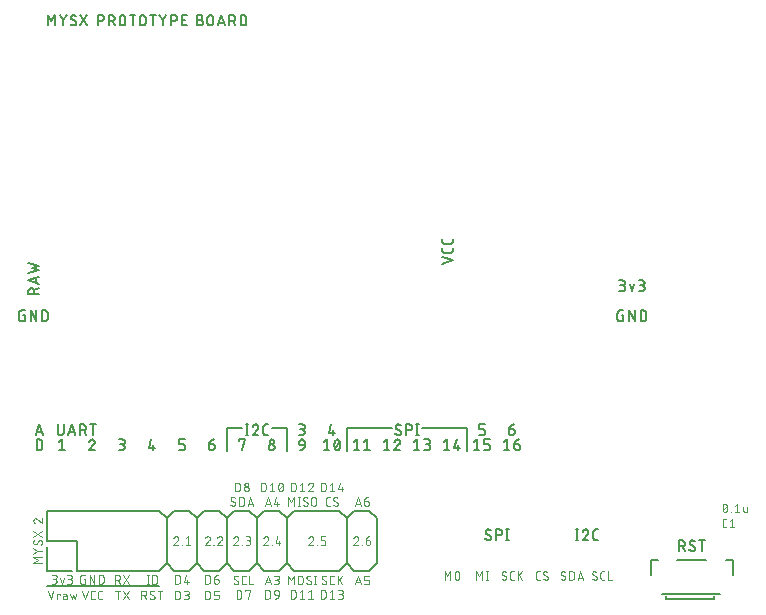
<source format=gto>
G04 EAGLE Gerber RS-274X export*
G75*
%MOMM*%
%FSLAX34Y34*%
%LPD*%
%INtop_silk*%
%IPPOS*%
%AMOC8*
5,1,8,0,0,1.08239X$1,22.5*%
G01*
%ADD10C,0.127000*%
%ADD11C,0.152400*%
%ADD12C,0.101600*%
%ADD13C,0.076200*%
%ADD14C,0.150000*%


D10*
X241935Y842645D02*
X241935Y851535D01*
X244898Y846596D01*
X247862Y851535D01*
X247862Y842645D01*
X254957Y847337D02*
X251993Y851535D01*
X254957Y847337D02*
X257920Y851535D01*
X254957Y847337D02*
X254957Y842645D01*
X264290Y842645D02*
X264376Y842647D01*
X264462Y842653D01*
X264548Y842662D01*
X264633Y842675D01*
X264718Y842692D01*
X264801Y842712D01*
X264884Y842736D01*
X264966Y842764D01*
X265046Y842795D01*
X265125Y842830D01*
X265202Y842868D01*
X265278Y842910D01*
X265352Y842954D01*
X265423Y843002D01*
X265493Y843053D01*
X265560Y843107D01*
X265625Y843164D01*
X265687Y843224D01*
X265747Y843286D01*
X265804Y843351D01*
X265858Y843418D01*
X265909Y843488D01*
X265957Y843559D01*
X266001Y843633D01*
X266043Y843709D01*
X266081Y843786D01*
X266116Y843865D01*
X266147Y843945D01*
X266175Y844027D01*
X266199Y844110D01*
X266219Y844193D01*
X266236Y844278D01*
X266249Y844363D01*
X266258Y844449D01*
X266264Y844535D01*
X266266Y844621D01*
X264290Y842645D02*
X264163Y842647D01*
X264037Y842653D01*
X263910Y842662D01*
X263784Y842676D01*
X263659Y842693D01*
X263534Y842714D01*
X263410Y842739D01*
X263286Y842768D01*
X263164Y842800D01*
X263042Y842836D01*
X262922Y842876D01*
X262803Y842919D01*
X262685Y842966D01*
X262569Y843017D01*
X262454Y843071D01*
X262341Y843128D01*
X262230Y843189D01*
X262121Y843253D01*
X262014Y843321D01*
X261908Y843391D01*
X261805Y843465D01*
X261705Y843542D01*
X261607Y843622D01*
X261511Y843705D01*
X261418Y843791D01*
X261327Y843880D01*
X261573Y849559D02*
X261575Y849645D01*
X261581Y849731D01*
X261590Y849817D01*
X261603Y849902D01*
X261620Y849987D01*
X261640Y850070D01*
X261664Y850153D01*
X261692Y850235D01*
X261723Y850315D01*
X261758Y850394D01*
X261796Y850471D01*
X261838Y850547D01*
X261882Y850621D01*
X261930Y850692D01*
X261981Y850762D01*
X262035Y850829D01*
X262092Y850894D01*
X262152Y850956D01*
X262214Y851016D01*
X262279Y851073D01*
X262346Y851127D01*
X262416Y851178D01*
X262487Y851226D01*
X262561Y851270D01*
X262637Y851312D01*
X262714Y851350D01*
X262793Y851385D01*
X262873Y851416D01*
X262955Y851444D01*
X263038Y851468D01*
X263121Y851488D01*
X263206Y851505D01*
X263291Y851518D01*
X263377Y851527D01*
X263463Y851533D01*
X263549Y851535D01*
X263668Y851533D01*
X263787Y851527D01*
X263906Y851518D01*
X264024Y851504D01*
X264142Y851487D01*
X264260Y851466D01*
X264376Y851441D01*
X264492Y851413D01*
X264607Y851381D01*
X264720Y851345D01*
X264833Y851305D01*
X264944Y851262D01*
X265054Y851216D01*
X265162Y851166D01*
X265268Y851112D01*
X265373Y851055D01*
X265475Y850995D01*
X265576Y850931D01*
X265675Y850864D01*
X265771Y850794D01*
X262562Y847831D02*
X262488Y847876D01*
X262416Y847925D01*
X262346Y847977D01*
X262279Y848032D01*
X262214Y848090D01*
X262152Y848150D01*
X262093Y848213D01*
X262036Y848279D01*
X261982Y848347D01*
X261931Y848417D01*
X261883Y848489D01*
X261838Y848564D01*
X261797Y848640D01*
X261759Y848718D01*
X261724Y848798D01*
X261693Y848879D01*
X261665Y848961D01*
X261641Y849044D01*
X261621Y849128D01*
X261604Y849214D01*
X261591Y849299D01*
X261582Y849386D01*
X261576Y849472D01*
X261574Y849559D01*
X265277Y846349D02*
X265351Y846304D01*
X265423Y846255D01*
X265493Y846203D01*
X265560Y846148D01*
X265625Y846090D01*
X265687Y846030D01*
X265747Y845967D01*
X265803Y845901D01*
X265857Y845833D01*
X265908Y845763D01*
X265956Y845691D01*
X266001Y845616D01*
X266042Y845540D01*
X266080Y845462D01*
X266115Y845382D01*
X266146Y845301D01*
X266174Y845219D01*
X266198Y845136D01*
X266218Y845052D01*
X266235Y844966D01*
X266248Y844881D01*
X266257Y844794D01*
X266263Y844708D01*
X266265Y844621D01*
X265278Y846349D02*
X262561Y847831D01*
X269672Y842645D02*
X275598Y851535D01*
X269672Y851535D02*
X275598Y842645D01*
X284665Y842645D02*
X284665Y851535D01*
X287134Y851535D01*
X287232Y851533D01*
X287330Y851527D01*
X287428Y851517D01*
X287525Y851504D01*
X287622Y851486D01*
X287718Y851465D01*
X287812Y851440D01*
X287906Y851411D01*
X287999Y851379D01*
X288090Y851342D01*
X288180Y851303D01*
X288268Y851259D01*
X288354Y851212D01*
X288439Y851162D01*
X288521Y851109D01*
X288601Y851052D01*
X288679Y850992D01*
X288754Y850929D01*
X288827Y850863D01*
X288897Y850794D01*
X288964Y850723D01*
X289029Y850649D01*
X289090Y850572D01*
X289149Y850493D01*
X289204Y850412D01*
X289256Y850329D01*
X289304Y850243D01*
X289349Y850156D01*
X289391Y850067D01*
X289429Y849977D01*
X289463Y849885D01*
X289494Y849792D01*
X289521Y849697D01*
X289544Y849602D01*
X289564Y849505D01*
X289579Y849409D01*
X289591Y849311D01*
X289599Y849213D01*
X289603Y849115D01*
X289603Y849017D01*
X289599Y848919D01*
X289591Y848821D01*
X289579Y848723D01*
X289564Y848627D01*
X289544Y848530D01*
X289521Y848435D01*
X289494Y848340D01*
X289463Y848247D01*
X289429Y848155D01*
X289391Y848065D01*
X289349Y847976D01*
X289304Y847889D01*
X289256Y847803D01*
X289204Y847720D01*
X289149Y847639D01*
X289090Y847560D01*
X289029Y847483D01*
X288964Y847409D01*
X288897Y847338D01*
X288827Y847269D01*
X288754Y847203D01*
X288679Y847140D01*
X288601Y847080D01*
X288521Y847023D01*
X288439Y846970D01*
X288354Y846920D01*
X288268Y846873D01*
X288180Y846829D01*
X288090Y846790D01*
X287999Y846753D01*
X287906Y846721D01*
X287812Y846692D01*
X287718Y846667D01*
X287622Y846646D01*
X287525Y846628D01*
X287428Y846615D01*
X287330Y846605D01*
X287232Y846599D01*
X287134Y846597D01*
X287134Y846596D02*
X284665Y846596D01*
X293711Y842645D02*
X293711Y851535D01*
X296180Y851535D01*
X296278Y851533D01*
X296376Y851527D01*
X296474Y851517D01*
X296571Y851504D01*
X296668Y851486D01*
X296764Y851465D01*
X296858Y851440D01*
X296952Y851411D01*
X297045Y851379D01*
X297136Y851342D01*
X297226Y851303D01*
X297314Y851259D01*
X297400Y851212D01*
X297485Y851162D01*
X297567Y851109D01*
X297647Y851052D01*
X297725Y850992D01*
X297800Y850929D01*
X297873Y850863D01*
X297943Y850794D01*
X298010Y850723D01*
X298075Y850649D01*
X298136Y850572D01*
X298195Y850493D01*
X298250Y850412D01*
X298302Y850329D01*
X298350Y850243D01*
X298395Y850156D01*
X298437Y850067D01*
X298475Y849977D01*
X298509Y849885D01*
X298540Y849792D01*
X298567Y849697D01*
X298590Y849602D01*
X298610Y849505D01*
X298625Y849409D01*
X298637Y849311D01*
X298645Y849213D01*
X298649Y849115D01*
X298649Y849017D01*
X298645Y848919D01*
X298637Y848821D01*
X298625Y848723D01*
X298610Y848627D01*
X298590Y848530D01*
X298567Y848435D01*
X298540Y848340D01*
X298509Y848247D01*
X298475Y848155D01*
X298437Y848065D01*
X298395Y847976D01*
X298350Y847889D01*
X298302Y847803D01*
X298250Y847720D01*
X298195Y847639D01*
X298136Y847560D01*
X298075Y847483D01*
X298010Y847409D01*
X297943Y847338D01*
X297873Y847269D01*
X297800Y847203D01*
X297725Y847140D01*
X297647Y847080D01*
X297567Y847023D01*
X297485Y846970D01*
X297400Y846920D01*
X297314Y846873D01*
X297226Y846829D01*
X297136Y846790D01*
X297045Y846753D01*
X296952Y846721D01*
X296858Y846692D01*
X296764Y846667D01*
X296668Y846646D01*
X296571Y846628D01*
X296474Y846615D01*
X296376Y846605D01*
X296278Y846599D01*
X296180Y846597D01*
X296180Y846596D02*
X293711Y846596D01*
X296674Y846596D02*
X298649Y842645D01*
X302779Y845114D02*
X302779Y849066D01*
X302780Y849066D02*
X302782Y849164D01*
X302788Y849262D01*
X302798Y849360D01*
X302811Y849457D01*
X302829Y849554D01*
X302850Y849650D01*
X302875Y849744D01*
X302904Y849838D01*
X302936Y849931D01*
X302973Y850022D01*
X303012Y850112D01*
X303056Y850200D01*
X303103Y850286D01*
X303153Y850371D01*
X303206Y850453D01*
X303263Y850533D01*
X303323Y850611D01*
X303386Y850686D01*
X303452Y850759D01*
X303521Y850829D01*
X303592Y850896D01*
X303666Y850961D01*
X303743Y851022D01*
X303822Y851081D01*
X303903Y851136D01*
X303986Y851188D01*
X304072Y851236D01*
X304159Y851281D01*
X304248Y851323D01*
X304338Y851361D01*
X304430Y851395D01*
X304523Y851426D01*
X304618Y851453D01*
X304713Y851476D01*
X304810Y851496D01*
X304906Y851511D01*
X305004Y851523D01*
X305102Y851531D01*
X305200Y851535D01*
X305298Y851535D01*
X305396Y851531D01*
X305494Y851523D01*
X305592Y851511D01*
X305688Y851496D01*
X305785Y851476D01*
X305880Y851453D01*
X305975Y851426D01*
X306068Y851395D01*
X306160Y851361D01*
X306250Y851323D01*
X306339Y851281D01*
X306426Y851236D01*
X306512Y851188D01*
X306595Y851136D01*
X306676Y851081D01*
X306755Y851022D01*
X306832Y850961D01*
X306906Y850896D01*
X306977Y850829D01*
X307046Y850759D01*
X307112Y850686D01*
X307175Y850611D01*
X307235Y850533D01*
X307292Y850453D01*
X307345Y850371D01*
X307395Y850286D01*
X307442Y850200D01*
X307486Y850112D01*
X307525Y850022D01*
X307562Y849931D01*
X307594Y849838D01*
X307623Y849744D01*
X307648Y849650D01*
X307669Y849554D01*
X307687Y849457D01*
X307700Y849360D01*
X307710Y849262D01*
X307716Y849164D01*
X307718Y849066D01*
X307718Y845114D01*
X307716Y845016D01*
X307710Y844918D01*
X307700Y844820D01*
X307687Y844723D01*
X307669Y844626D01*
X307648Y844530D01*
X307623Y844436D01*
X307594Y844342D01*
X307562Y844249D01*
X307525Y844158D01*
X307486Y844068D01*
X307442Y843980D01*
X307395Y843894D01*
X307345Y843809D01*
X307292Y843727D01*
X307235Y843647D01*
X307175Y843569D01*
X307112Y843494D01*
X307046Y843421D01*
X306977Y843351D01*
X306906Y843284D01*
X306832Y843219D01*
X306755Y843158D01*
X306676Y843099D01*
X306595Y843044D01*
X306512Y842992D01*
X306426Y842944D01*
X306339Y842899D01*
X306250Y842857D01*
X306160Y842819D01*
X306068Y842785D01*
X305975Y842754D01*
X305880Y842727D01*
X305785Y842704D01*
X305688Y842684D01*
X305592Y842669D01*
X305494Y842657D01*
X305396Y842649D01*
X305298Y842645D01*
X305200Y842645D01*
X305102Y842649D01*
X305004Y842657D01*
X304906Y842669D01*
X304810Y842684D01*
X304713Y842704D01*
X304618Y842727D01*
X304523Y842754D01*
X304430Y842785D01*
X304338Y842819D01*
X304248Y842857D01*
X304159Y842899D01*
X304072Y842944D01*
X303986Y842992D01*
X303903Y843044D01*
X303822Y843099D01*
X303743Y843158D01*
X303666Y843219D01*
X303592Y843284D01*
X303521Y843351D01*
X303452Y843421D01*
X303386Y843494D01*
X303323Y843569D01*
X303263Y843647D01*
X303206Y843727D01*
X303153Y843809D01*
X303103Y843894D01*
X303056Y843980D01*
X303012Y844068D01*
X302973Y844158D01*
X302936Y844249D01*
X302904Y844342D01*
X302875Y844436D01*
X302850Y844530D01*
X302829Y844626D01*
X302811Y844723D01*
X302798Y844820D01*
X302788Y844918D01*
X302782Y845016D01*
X302780Y845114D01*
X313783Y842645D02*
X313783Y851535D01*
X311314Y851535D02*
X316252Y851535D01*
X319848Y849066D02*
X319848Y845114D01*
X319848Y849066D02*
X319850Y849164D01*
X319856Y849262D01*
X319866Y849360D01*
X319879Y849457D01*
X319897Y849554D01*
X319918Y849650D01*
X319943Y849744D01*
X319972Y849838D01*
X320004Y849931D01*
X320041Y850022D01*
X320080Y850112D01*
X320124Y850200D01*
X320171Y850286D01*
X320221Y850371D01*
X320274Y850453D01*
X320331Y850533D01*
X320391Y850611D01*
X320454Y850686D01*
X320520Y850759D01*
X320589Y850829D01*
X320660Y850896D01*
X320734Y850961D01*
X320811Y851022D01*
X320890Y851081D01*
X320971Y851136D01*
X321054Y851188D01*
X321140Y851236D01*
X321227Y851281D01*
X321316Y851323D01*
X321406Y851361D01*
X321498Y851395D01*
X321591Y851426D01*
X321686Y851453D01*
X321781Y851476D01*
X321878Y851496D01*
X321974Y851511D01*
X322072Y851523D01*
X322170Y851531D01*
X322268Y851535D01*
X322366Y851535D01*
X322464Y851531D01*
X322562Y851523D01*
X322660Y851511D01*
X322756Y851496D01*
X322853Y851476D01*
X322948Y851453D01*
X323043Y851426D01*
X323136Y851395D01*
X323228Y851361D01*
X323318Y851323D01*
X323407Y851281D01*
X323494Y851236D01*
X323580Y851188D01*
X323663Y851136D01*
X323744Y851081D01*
X323823Y851022D01*
X323900Y850961D01*
X323974Y850896D01*
X324045Y850829D01*
X324114Y850759D01*
X324180Y850686D01*
X324243Y850611D01*
X324303Y850533D01*
X324360Y850453D01*
X324413Y850371D01*
X324463Y850286D01*
X324510Y850200D01*
X324554Y850112D01*
X324593Y850022D01*
X324630Y849931D01*
X324662Y849838D01*
X324691Y849744D01*
X324716Y849650D01*
X324737Y849554D01*
X324755Y849457D01*
X324768Y849360D01*
X324778Y849262D01*
X324784Y849164D01*
X324786Y849066D01*
X324787Y849066D02*
X324787Y845114D01*
X324786Y845114D02*
X324784Y845016D01*
X324778Y844918D01*
X324768Y844820D01*
X324755Y844723D01*
X324737Y844626D01*
X324716Y844530D01*
X324691Y844436D01*
X324662Y844342D01*
X324630Y844249D01*
X324593Y844158D01*
X324554Y844068D01*
X324510Y843980D01*
X324463Y843894D01*
X324413Y843809D01*
X324360Y843727D01*
X324303Y843647D01*
X324243Y843569D01*
X324180Y843494D01*
X324114Y843421D01*
X324045Y843351D01*
X323974Y843284D01*
X323900Y843219D01*
X323823Y843158D01*
X323744Y843099D01*
X323663Y843044D01*
X323580Y842992D01*
X323494Y842944D01*
X323407Y842899D01*
X323318Y842857D01*
X323228Y842819D01*
X323136Y842785D01*
X323043Y842754D01*
X322948Y842727D01*
X322853Y842704D01*
X322756Y842684D01*
X322660Y842669D01*
X322562Y842657D01*
X322464Y842649D01*
X322366Y842645D01*
X322268Y842645D01*
X322170Y842649D01*
X322072Y842657D01*
X321974Y842669D01*
X321878Y842684D01*
X321781Y842704D01*
X321686Y842727D01*
X321591Y842754D01*
X321498Y842785D01*
X321406Y842819D01*
X321316Y842857D01*
X321227Y842899D01*
X321140Y842944D01*
X321054Y842992D01*
X320971Y843044D01*
X320890Y843099D01*
X320811Y843158D01*
X320734Y843219D01*
X320660Y843284D01*
X320589Y843351D01*
X320520Y843421D01*
X320454Y843494D01*
X320391Y843569D01*
X320331Y843647D01*
X320274Y843727D01*
X320221Y843809D01*
X320171Y843894D01*
X320124Y843980D01*
X320080Y844068D01*
X320041Y844158D01*
X320004Y844249D01*
X319972Y844342D01*
X319943Y844436D01*
X319918Y844530D01*
X319897Y844626D01*
X319879Y844723D01*
X319866Y844820D01*
X319856Y844918D01*
X319850Y845016D01*
X319848Y845114D01*
X330852Y842645D02*
X330852Y851535D01*
X333321Y851535D02*
X328382Y851535D01*
X336423Y851535D02*
X339386Y847337D01*
X342349Y851535D01*
X339386Y847337D02*
X339386Y842645D01*
X346539Y842645D02*
X346539Y851535D01*
X349008Y851535D01*
X349106Y851533D01*
X349204Y851527D01*
X349302Y851517D01*
X349399Y851504D01*
X349496Y851486D01*
X349592Y851465D01*
X349686Y851440D01*
X349780Y851411D01*
X349873Y851379D01*
X349964Y851342D01*
X350054Y851303D01*
X350142Y851259D01*
X350228Y851212D01*
X350313Y851162D01*
X350395Y851109D01*
X350475Y851052D01*
X350553Y850992D01*
X350628Y850929D01*
X350701Y850863D01*
X350771Y850794D01*
X350838Y850723D01*
X350903Y850649D01*
X350964Y850572D01*
X351023Y850493D01*
X351078Y850412D01*
X351130Y850329D01*
X351178Y850243D01*
X351223Y850156D01*
X351265Y850067D01*
X351303Y849977D01*
X351337Y849885D01*
X351368Y849792D01*
X351395Y849697D01*
X351418Y849602D01*
X351438Y849505D01*
X351453Y849409D01*
X351465Y849311D01*
X351473Y849213D01*
X351477Y849115D01*
X351477Y849017D01*
X351473Y848919D01*
X351465Y848821D01*
X351453Y848723D01*
X351438Y848627D01*
X351418Y848530D01*
X351395Y848435D01*
X351368Y848340D01*
X351337Y848247D01*
X351303Y848155D01*
X351265Y848065D01*
X351223Y847976D01*
X351178Y847889D01*
X351130Y847803D01*
X351078Y847720D01*
X351023Y847639D01*
X350964Y847560D01*
X350903Y847483D01*
X350838Y847409D01*
X350771Y847338D01*
X350701Y847269D01*
X350628Y847203D01*
X350553Y847140D01*
X350475Y847080D01*
X350395Y847023D01*
X350313Y846970D01*
X350228Y846920D01*
X350142Y846873D01*
X350054Y846829D01*
X349964Y846790D01*
X349873Y846753D01*
X349780Y846721D01*
X349686Y846692D01*
X349592Y846667D01*
X349496Y846646D01*
X349399Y846628D01*
X349302Y846615D01*
X349204Y846605D01*
X349106Y846599D01*
X349008Y846597D01*
X349008Y846596D02*
X346539Y846596D01*
X355532Y842645D02*
X359484Y842645D01*
X355532Y842645D02*
X355532Y851535D01*
X359484Y851535D01*
X358496Y847584D02*
X355532Y847584D01*
X368484Y847584D02*
X370954Y847584D01*
X370954Y847583D02*
X371052Y847581D01*
X371150Y847575D01*
X371248Y847565D01*
X371345Y847552D01*
X371442Y847534D01*
X371538Y847513D01*
X371632Y847488D01*
X371726Y847459D01*
X371819Y847427D01*
X371910Y847390D01*
X372000Y847351D01*
X372088Y847307D01*
X372174Y847260D01*
X372259Y847210D01*
X372341Y847157D01*
X372421Y847100D01*
X372499Y847040D01*
X372574Y846977D01*
X372647Y846911D01*
X372717Y846842D01*
X372784Y846771D01*
X372849Y846697D01*
X372910Y846620D01*
X372969Y846541D01*
X373024Y846460D01*
X373076Y846377D01*
X373124Y846291D01*
X373169Y846204D01*
X373211Y846115D01*
X373249Y846025D01*
X373283Y845933D01*
X373314Y845840D01*
X373341Y845745D01*
X373364Y845650D01*
X373384Y845553D01*
X373399Y845457D01*
X373411Y845359D01*
X373419Y845261D01*
X373423Y845163D01*
X373423Y845065D01*
X373419Y844967D01*
X373411Y844869D01*
X373399Y844771D01*
X373384Y844675D01*
X373364Y844578D01*
X373341Y844483D01*
X373314Y844388D01*
X373283Y844295D01*
X373249Y844203D01*
X373211Y844113D01*
X373169Y844024D01*
X373124Y843937D01*
X373076Y843851D01*
X373024Y843768D01*
X372969Y843687D01*
X372910Y843608D01*
X372849Y843531D01*
X372784Y843457D01*
X372717Y843386D01*
X372647Y843317D01*
X372574Y843251D01*
X372499Y843188D01*
X372421Y843128D01*
X372341Y843071D01*
X372259Y843018D01*
X372174Y842968D01*
X372088Y842921D01*
X372000Y842877D01*
X371910Y842838D01*
X371819Y842801D01*
X371726Y842769D01*
X371632Y842740D01*
X371538Y842715D01*
X371442Y842694D01*
X371345Y842676D01*
X371248Y842663D01*
X371150Y842653D01*
X371052Y842647D01*
X370954Y842645D01*
X368484Y842645D01*
X368484Y851535D01*
X370954Y851535D01*
X371041Y851533D01*
X371129Y851527D01*
X371216Y851518D01*
X371302Y851504D01*
X371388Y851487D01*
X371472Y851466D01*
X371556Y851441D01*
X371639Y851412D01*
X371720Y851380D01*
X371800Y851345D01*
X371878Y851306D01*
X371955Y851263D01*
X372029Y851217D01*
X372101Y851168D01*
X372171Y851116D01*
X372239Y851060D01*
X372304Y851002D01*
X372367Y850941D01*
X372426Y850877D01*
X372483Y850810D01*
X372537Y850742D01*
X372588Y850670D01*
X372635Y850597D01*
X372680Y850522D01*
X372721Y850444D01*
X372758Y850365D01*
X372792Y850285D01*
X372822Y850203D01*
X372849Y850120D01*
X372872Y850035D01*
X372891Y849950D01*
X372906Y849864D01*
X372918Y849777D01*
X372926Y849690D01*
X372930Y849603D01*
X372930Y849515D01*
X372926Y849428D01*
X372918Y849341D01*
X372906Y849254D01*
X372891Y849168D01*
X372872Y849083D01*
X372849Y848998D01*
X372822Y848915D01*
X372792Y848833D01*
X372758Y848753D01*
X372721Y848674D01*
X372680Y848596D01*
X372635Y848521D01*
X372588Y848448D01*
X372537Y848376D01*
X372483Y848308D01*
X372426Y848241D01*
X372367Y848177D01*
X372304Y848116D01*
X372239Y848058D01*
X372171Y848002D01*
X372101Y847950D01*
X372029Y847901D01*
X371955Y847855D01*
X371878Y847812D01*
X371800Y847773D01*
X371720Y847738D01*
X371639Y847706D01*
X371556Y847677D01*
X371472Y847652D01*
X371388Y847631D01*
X371302Y847614D01*
X371216Y847600D01*
X371129Y847591D01*
X371041Y847585D01*
X370954Y847583D01*
X377150Y849066D02*
X377150Y845114D01*
X377151Y849066D02*
X377153Y849164D01*
X377159Y849262D01*
X377169Y849360D01*
X377182Y849457D01*
X377200Y849554D01*
X377221Y849650D01*
X377246Y849744D01*
X377275Y849838D01*
X377307Y849931D01*
X377344Y850022D01*
X377383Y850112D01*
X377427Y850200D01*
X377474Y850286D01*
X377524Y850371D01*
X377577Y850453D01*
X377634Y850533D01*
X377694Y850611D01*
X377757Y850686D01*
X377823Y850759D01*
X377892Y850829D01*
X377963Y850896D01*
X378037Y850961D01*
X378114Y851022D01*
X378193Y851081D01*
X378274Y851136D01*
X378357Y851188D01*
X378443Y851236D01*
X378530Y851281D01*
X378619Y851323D01*
X378709Y851361D01*
X378801Y851395D01*
X378894Y851426D01*
X378989Y851453D01*
X379084Y851476D01*
X379181Y851496D01*
X379277Y851511D01*
X379375Y851523D01*
X379473Y851531D01*
X379571Y851535D01*
X379669Y851535D01*
X379767Y851531D01*
X379865Y851523D01*
X379963Y851511D01*
X380059Y851496D01*
X380156Y851476D01*
X380251Y851453D01*
X380346Y851426D01*
X380439Y851395D01*
X380531Y851361D01*
X380621Y851323D01*
X380710Y851281D01*
X380797Y851236D01*
X380883Y851188D01*
X380966Y851136D01*
X381047Y851081D01*
X381126Y851022D01*
X381203Y850961D01*
X381277Y850896D01*
X381348Y850829D01*
X381417Y850759D01*
X381483Y850686D01*
X381546Y850611D01*
X381606Y850533D01*
X381663Y850453D01*
X381716Y850371D01*
X381766Y850286D01*
X381813Y850200D01*
X381857Y850112D01*
X381896Y850022D01*
X381933Y849931D01*
X381965Y849838D01*
X381994Y849744D01*
X382019Y849650D01*
X382040Y849554D01*
X382058Y849457D01*
X382071Y849360D01*
X382081Y849262D01*
X382087Y849164D01*
X382089Y849066D01*
X382089Y845114D01*
X382087Y845016D01*
X382081Y844918D01*
X382071Y844820D01*
X382058Y844723D01*
X382040Y844626D01*
X382019Y844530D01*
X381994Y844436D01*
X381965Y844342D01*
X381933Y844249D01*
X381896Y844158D01*
X381857Y844068D01*
X381813Y843980D01*
X381766Y843894D01*
X381716Y843809D01*
X381663Y843727D01*
X381606Y843647D01*
X381546Y843569D01*
X381483Y843494D01*
X381417Y843421D01*
X381348Y843351D01*
X381277Y843284D01*
X381203Y843219D01*
X381126Y843158D01*
X381047Y843099D01*
X380966Y843044D01*
X380883Y842992D01*
X380797Y842944D01*
X380710Y842899D01*
X380621Y842857D01*
X380531Y842819D01*
X380439Y842785D01*
X380346Y842754D01*
X380251Y842727D01*
X380156Y842704D01*
X380059Y842684D01*
X379963Y842669D01*
X379865Y842657D01*
X379767Y842649D01*
X379669Y842645D01*
X379571Y842645D01*
X379473Y842649D01*
X379375Y842657D01*
X379277Y842669D01*
X379181Y842684D01*
X379084Y842704D01*
X378989Y842727D01*
X378894Y842754D01*
X378801Y842785D01*
X378709Y842819D01*
X378619Y842857D01*
X378530Y842899D01*
X378443Y842944D01*
X378357Y842992D01*
X378274Y843044D01*
X378193Y843099D01*
X378114Y843158D01*
X378037Y843219D01*
X377963Y843284D01*
X377892Y843351D01*
X377823Y843421D01*
X377757Y843494D01*
X377694Y843569D01*
X377634Y843647D01*
X377577Y843727D01*
X377524Y843809D01*
X377474Y843894D01*
X377427Y843980D01*
X377383Y844068D01*
X377344Y844158D01*
X377307Y844249D01*
X377275Y844342D01*
X377246Y844436D01*
X377221Y844530D01*
X377200Y844626D01*
X377182Y844723D01*
X377169Y844820D01*
X377159Y844918D01*
X377153Y845016D01*
X377151Y845114D01*
X385800Y842645D02*
X388763Y851535D01*
X391727Y842645D01*
X390986Y844868D02*
X386541Y844868D01*
X395818Y842645D02*
X395818Y851535D01*
X398288Y851535D01*
X398386Y851533D01*
X398484Y851527D01*
X398582Y851517D01*
X398679Y851504D01*
X398776Y851486D01*
X398872Y851465D01*
X398966Y851440D01*
X399060Y851411D01*
X399153Y851379D01*
X399244Y851342D01*
X399334Y851303D01*
X399422Y851259D01*
X399508Y851212D01*
X399593Y851162D01*
X399675Y851109D01*
X399755Y851052D01*
X399833Y850992D01*
X399908Y850929D01*
X399981Y850863D01*
X400051Y850794D01*
X400118Y850723D01*
X400183Y850649D01*
X400244Y850572D01*
X400303Y850493D01*
X400358Y850412D01*
X400410Y850329D01*
X400458Y850243D01*
X400503Y850156D01*
X400545Y850067D01*
X400583Y849977D01*
X400617Y849885D01*
X400648Y849792D01*
X400675Y849697D01*
X400698Y849602D01*
X400718Y849505D01*
X400733Y849409D01*
X400745Y849311D01*
X400753Y849213D01*
X400757Y849115D01*
X400757Y849017D01*
X400753Y848919D01*
X400745Y848821D01*
X400733Y848723D01*
X400718Y848627D01*
X400698Y848530D01*
X400675Y848435D01*
X400648Y848340D01*
X400617Y848247D01*
X400583Y848155D01*
X400545Y848065D01*
X400503Y847976D01*
X400458Y847889D01*
X400410Y847803D01*
X400358Y847720D01*
X400303Y847639D01*
X400244Y847560D01*
X400183Y847483D01*
X400118Y847409D01*
X400051Y847338D01*
X399981Y847269D01*
X399908Y847203D01*
X399833Y847140D01*
X399755Y847080D01*
X399675Y847023D01*
X399593Y846970D01*
X399508Y846920D01*
X399422Y846873D01*
X399334Y846829D01*
X399244Y846790D01*
X399153Y846753D01*
X399060Y846721D01*
X398966Y846692D01*
X398872Y846667D01*
X398776Y846646D01*
X398679Y846628D01*
X398582Y846615D01*
X398484Y846605D01*
X398386Y846599D01*
X398288Y846597D01*
X398288Y846596D02*
X395818Y846596D01*
X398782Y846596D02*
X400757Y842645D01*
X405192Y842645D02*
X405192Y851535D01*
X407661Y851535D01*
X407758Y851533D01*
X407855Y851527D01*
X407951Y851518D01*
X408047Y851505D01*
X408143Y851488D01*
X408237Y851467D01*
X408331Y851442D01*
X408424Y851414D01*
X408516Y851382D01*
X408606Y851347D01*
X408695Y851308D01*
X408782Y851266D01*
X408867Y851220D01*
X408951Y851171D01*
X409033Y851119D01*
X409112Y851063D01*
X409190Y851005D01*
X409264Y850943D01*
X409337Y850879D01*
X409407Y850812D01*
X409474Y850742D01*
X409538Y850669D01*
X409600Y850595D01*
X409658Y850517D01*
X409714Y850438D01*
X409766Y850356D01*
X409815Y850272D01*
X409861Y850187D01*
X409903Y850100D01*
X409942Y850011D01*
X409977Y849921D01*
X410009Y849829D01*
X410037Y849736D01*
X410062Y849642D01*
X410083Y849548D01*
X410100Y849452D01*
X410113Y849356D01*
X410122Y849260D01*
X410128Y849163D01*
X410130Y849066D01*
X410130Y845114D01*
X410128Y845017D01*
X410122Y844920D01*
X410113Y844824D01*
X410100Y844728D01*
X410083Y844632D01*
X410062Y844538D01*
X410037Y844444D01*
X410009Y844351D01*
X409977Y844259D01*
X409942Y844169D01*
X409903Y844080D01*
X409861Y843993D01*
X409815Y843908D01*
X409766Y843824D01*
X409714Y843742D01*
X409658Y843663D01*
X409600Y843585D01*
X409538Y843511D01*
X409474Y843438D01*
X409407Y843368D01*
X409337Y843301D01*
X409264Y843237D01*
X409190Y843175D01*
X409112Y843117D01*
X409033Y843061D01*
X408951Y843009D01*
X408867Y842960D01*
X408782Y842914D01*
X408695Y842872D01*
X408606Y842833D01*
X408516Y842798D01*
X408424Y842766D01*
X408331Y842738D01*
X408237Y842713D01*
X408143Y842692D01*
X408047Y842675D01*
X407951Y842662D01*
X407855Y842653D01*
X407758Y842647D01*
X407661Y842645D01*
X405192Y842645D01*
X254000Y492125D02*
X251531Y490149D01*
X254000Y492125D02*
X254000Y483235D01*
X251531Y483235D02*
X256469Y483235D01*
X279647Y492126D02*
X279739Y492124D01*
X279831Y492118D01*
X279922Y492109D01*
X280013Y492096D01*
X280103Y492079D01*
X280193Y492058D01*
X280281Y492034D01*
X280369Y492006D01*
X280455Y491974D01*
X280540Y491939D01*
X280623Y491900D01*
X280705Y491858D01*
X280785Y491813D01*
X280863Y491764D01*
X280939Y491712D01*
X281012Y491657D01*
X281084Y491599D01*
X281153Y491539D01*
X281219Y491475D01*
X281283Y491409D01*
X281343Y491340D01*
X281401Y491268D01*
X281456Y491195D01*
X281508Y491119D01*
X281557Y491041D01*
X281602Y490961D01*
X281644Y490879D01*
X281683Y490796D01*
X281718Y490711D01*
X281750Y490625D01*
X281778Y490537D01*
X281802Y490449D01*
X281823Y490359D01*
X281840Y490269D01*
X281853Y490178D01*
X281862Y490087D01*
X281868Y489995D01*
X281870Y489903D01*
X279647Y492125D02*
X279541Y492123D01*
X279436Y492117D01*
X279331Y492107D01*
X279226Y492094D01*
X279122Y492076D01*
X279019Y492055D01*
X278916Y492030D01*
X278814Y492001D01*
X278714Y491968D01*
X278615Y491932D01*
X278517Y491892D01*
X278421Y491848D01*
X278326Y491801D01*
X278234Y491751D01*
X278143Y491697D01*
X278054Y491639D01*
X277968Y491579D01*
X277884Y491515D01*
X277802Y491449D01*
X277722Y491379D01*
X277646Y491306D01*
X277572Y491231D01*
X277501Y491153D01*
X277433Y491072D01*
X277367Y490989D01*
X277305Y490903D01*
X277247Y490816D01*
X277191Y490726D01*
X277139Y490634D01*
X277090Y490540D01*
X277045Y490445D01*
X277003Y490348D01*
X276965Y490249D01*
X276931Y490150D01*
X281128Y488174D02*
X281197Y488243D01*
X281263Y488313D01*
X281326Y488387D01*
X281385Y488463D01*
X281442Y488541D01*
X281496Y488621D01*
X281546Y488704D01*
X281593Y488788D01*
X281636Y488875D01*
X281676Y488963D01*
X281712Y489052D01*
X281745Y489143D01*
X281774Y489235D01*
X281799Y489329D01*
X281820Y489423D01*
X281838Y489518D01*
X281851Y489614D01*
X281861Y489710D01*
X281867Y489806D01*
X281869Y489903D01*
X281129Y488174D02*
X276931Y483235D01*
X281869Y483235D01*
X302331Y483235D02*
X304800Y483235D01*
X304898Y483237D01*
X304996Y483243D01*
X305094Y483253D01*
X305191Y483266D01*
X305288Y483284D01*
X305384Y483305D01*
X305478Y483330D01*
X305572Y483359D01*
X305665Y483391D01*
X305756Y483428D01*
X305846Y483467D01*
X305934Y483511D01*
X306020Y483558D01*
X306105Y483608D01*
X306187Y483661D01*
X306267Y483718D01*
X306345Y483778D01*
X306420Y483841D01*
X306493Y483907D01*
X306563Y483976D01*
X306630Y484047D01*
X306695Y484121D01*
X306756Y484198D01*
X306815Y484277D01*
X306870Y484358D01*
X306922Y484441D01*
X306970Y484527D01*
X307015Y484614D01*
X307057Y484703D01*
X307095Y484793D01*
X307129Y484885D01*
X307160Y484978D01*
X307187Y485073D01*
X307210Y485168D01*
X307230Y485265D01*
X307245Y485361D01*
X307257Y485459D01*
X307265Y485557D01*
X307269Y485655D01*
X307269Y485753D01*
X307265Y485851D01*
X307257Y485949D01*
X307245Y486047D01*
X307230Y486143D01*
X307210Y486240D01*
X307187Y486335D01*
X307160Y486430D01*
X307129Y486523D01*
X307095Y486615D01*
X307057Y486705D01*
X307015Y486794D01*
X306970Y486881D01*
X306922Y486967D01*
X306870Y487050D01*
X306815Y487131D01*
X306756Y487210D01*
X306695Y487287D01*
X306630Y487361D01*
X306563Y487432D01*
X306493Y487501D01*
X306420Y487567D01*
X306345Y487630D01*
X306267Y487690D01*
X306187Y487747D01*
X306105Y487800D01*
X306020Y487850D01*
X305934Y487897D01*
X305846Y487941D01*
X305756Y487980D01*
X305665Y488017D01*
X305572Y488049D01*
X305478Y488078D01*
X305384Y488103D01*
X305288Y488124D01*
X305191Y488142D01*
X305094Y488155D01*
X304996Y488165D01*
X304898Y488171D01*
X304800Y488173D01*
X305294Y492125D02*
X302331Y492125D01*
X305294Y492125D02*
X305381Y492123D01*
X305469Y492117D01*
X305556Y492108D01*
X305642Y492094D01*
X305728Y492077D01*
X305812Y492056D01*
X305896Y492031D01*
X305979Y492002D01*
X306060Y491970D01*
X306140Y491935D01*
X306218Y491896D01*
X306295Y491853D01*
X306369Y491807D01*
X306441Y491758D01*
X306511Y491706D01*
X306579Y491650D01*
X306644Y491592D01*
X306707Y491531D01*
X306766Y491467D01*
X306823Y491400D01*
X306877Y491332D01*
X306928Y491260D01*
X306975Y491187D01*
X307020Y491112D01*
X307061Y491034D01*
X307098Y490955D01*
X307132Y490875D01*
X307162Y490793D01*
X307189Y490710D01*
X307212Y490625D01*
X307231Y490540D01*
X307246Y490454D01*
X307258Y490367D01*
X307266Y490280D01*
X307270Y490193D01*
X307270Y490105D01*
X307266Y490018D01*
X307258Y489931D01*
X307246Y489844D01*
X307231Y489758D01*
X307212Y489673D01*
X307189Y489588D01*
X307162Y489505D01*
X307132Y489423D01*
X307098Y489343D01*
X307061Y489264D01*
X307020Y489186D01*
X306975Y489111D01*
X306928Y489038D01*
X306877Y488966D01*
X306823Y488898D01*
X306766Y488831D01*
X306707Y488767D01*
X306644Y488706D01*
X306579Y488648D01*
X306511Y488592D01*
X306441Y488540D01*
X306369Y488491D01*
X306295Y488445D01*
X306218Y488402D01*
X306140Y488363D01*
X306060Y488328D01*
X305979Y488296D01*
X305896Y488267D01*
X305812Y488242D01*
X305728Y488221D01*
X305642Y488204D01*
X305556Y488190D01*
X305469Y488181D01*
X305381Y488175D01*
X305294Y488173D01*
X305294Y488174D02*
X303318Y488174D01*
X327731Y485211D02*
X329706Y492125D01*
X327731Y485211D02*
X332669Y485211D01*
X331188Y487186D02*
X331188Y483235D01*
X353131Y483235D02*
X356094Y483235D01*
X356183Y483237D01*
X356271Y483243D01*
X356359Y483253D01*
X356447Y483267D01*
X356534Y483285D01*
X356620Y483306D01*
X356705Y483332D01*
X356788Y483361D01*
X356871Y483394D01*
X356951Y483431D01*
X357030Y483471D01*
X357107Y483515D01*
X357183Y483562D01*
X357255Y483612D01*
X357326Y483666D01*
X357394Y483723D01*
X357460Y483783D01*
X357522Y483845D01*
X357582Y483911D01*
X357639Y483979D01*
X357693Y484050D01*
X357743Y484122D01*
X357790Y484197D01*
X357834Y484275D01*
X357874Y484354D01*
X357911Y484434D01*
X357944Y484517D01*
X357973Y484600D01*
X357999Y484685D01*
X358020Y484771D01*
X358038Y484858D01*
X358052Y484946D01*
X358062Y485034D01*
X358068Y485122D01*
X358070Y485211D01*
X358069Y485211D02*
X358069Y486198D01*
X358070Y486198D02*
X358068Y486284D01*
X358062Y486370D01*
X358053Y486456D01*
X358040Y486541D01*
X358023Y486626D01*
X358003Y486709D01*
X357979Y486792D01*
X357951Y486874D01*
X357920Y486954D01*
X357885Y487033D01*
X357847Y487110D01*
X357805Y487186D01*
X357761Y487260D01*
X357713Y487331D01*
X357662Y487401D01*
X357608Y487468D01*
X357551Y487533D01*
X357491Y487595D01*
X357429Y487655D01*
X357364Y487712D01*
X357297Y487766D01*
X357227Y487817D01*
X357156Y487865D01*
X357082Y487909D01*
X357006Y487951D01*
X356929Y487989D01*
X356850Y488024D01*
X356770Y488055D01*
X356688Y488083D01*
X356605Y488107D01*
X356522Y488127D01*
X356437Y488144D01*
X356352Y488157D01*
X356266Y488166D01*
X356180Y488172D01*
X356094Y488174D01*
X353131Y488174D01*
X353131Y492125D01*
X358069Y492125D01*
X378531Y488174D02*
X381494Y488174D01*
X381580Y488172D01*
X381666Y488166D01*
X381752Y488157D01*
X381837Y488144D01*
X381922Y488127D01*
X382005Y488107D01*
X382088Y488083D01*
X382170Y488055D01*
X382250Y488024D01*
X382329Y487989D01*
X382406Y487951D01*
X382482Y487909D01*
X382556Y487865D01*
X382627Y487817D01*
X382697Y487766D01*
X382764Y487712D01*
X382829Y487655D01*
X382891Y487595D01*
X382951Y487533D01*
X383008Y487468D01*
X383062Y487401D01*
X383113Y487331D01*
X383161Y487260D01*
X383205Y487186D01*
X383247Y487110D01*
X383285Y487033D01*
X383320Y486954D01*
X383351Y486874D01*
X383379Y486792D01*
X383403Y486709D01*
X383423Y486626D01*
X383440Y486541D01*
X383453Y486456D01*
X383462Y486370D01*
X383468Y486284D01*
X383470Y486198D01*
X383469Y486198D02*
X383469Y485704D01*
X383467Y485606D01*
X383461Y485508D01*
X383451Y485410D01*
X383438Y485313D01*
X383420Y485216D01*
X383399Y485120D01*
X383374Y485026D01*
X383345Y484932D01*
X383313Y484839D01*
X383276Y484748D01*
X383237Y484658D01*
X383193Y484570D01*
X383146Y484484D01*
X383096Y484399D01*
X383043Y484317D01*
X382986Y484237D01*
X382926Y484159D01*
X382863Y484084D01*
X382797Y484011D01*
X382728Y483941D01*
X382657Y483874D01*
X382583Y483809D01*
X382506Y483748D01*
X382427Y483689D01*
X382346Y483634D01*
X382263Y483582D01*
X382177Y483534D01*
X382090Y483489D01*
X382001Y483447D01*
X381911Y483409D01*
X381819Y483375D01*
X381726Y483344D01*
X381631Y483317D01*
X381536Y483294D01*
X381439Y483274D01*
X381343Y483259D01*
X381245Y483247D01*
X381147Y483239D01*
X381049Y483235D01*
X380951Y483235D01*
X380853Y483239D01*
X380755Y483247D01*
X380657Y483259D01*
X380561Y483274D01*
X380464Y483294D01*
X380369Y483317D01*
X380274Y483344D01*
X380181Y483375D01*
X380089Y483409D01*
X379999Y483447D01*
X379910Y483489D01*
X379823Y483534D01*
X379737Y483582D01*
X379654Y483634D01*
X379573Y483689D01*
X379494Y483748D01*
X379417Y483809D01*
X379343Y483874D01*
X379272Y483941D01*
X379203Y484011D01*
X379137Y484084D01*
X379074Y484159D01*
X379014Y484237D01*
X378957Y484317D01*
X378904Y484399D01*
X378854Y484484D01*
X378807Y484570D01*
X378763Y484658D01*
X378724Y484748D01*
X378687Y484839D01*
X378655Y484932D01*
X378626Y485026D01*
X378601Y485120D01*
X378580Y485216D01*
X378562Y485313D01*
X378549Y485410D01*
X378539Y485508D01*
X378533Y485606D01*
X378531Y485704D01*
X378531Y488174D01*
X378533Y488298D01*
X378539Y488422D01*
X378549Y488546D01*
X378562Y488669D01*
X378580Y488792D01*
X378601Y488914D01*
X378626Y489036D01*
X378655Y489157D01*
X378688Y489276D01*
X378724Y489395D01*
X378765Y489512D01*
X378808Y489628D01*
X378856Y489743D01*
X378907Y489856D01*
X378962Y489968D01*
X379020Y490077D01*
X379081Y490185D01*
X379146Y490291D01*
X379214Y490395D01*
X379286Y490496D01*
X379360Y490596D01*
X379438Y490692D01*
X379518Y490787D01*
X379602Y490879D01*
X379688Y490968D01*
X379777Y491054D01*
X379869Y491138D01*
X379964Y491218D01*
X380060Y491296D01*
X380160Y491370D01*
X380261Y491442D01*
X380365Y491510D01*
X380471Y491575D01*
X380579Y491636D01*
X380688Y491694D01*
X380800Y491749D01*
X380913Y491800D01*
X381028Y491848D01*
X381144Y491891D01*
X381261Y491932D01*
X381380Y491968D01*
X381499Y492001D01*
X381620Y492030D01*
X381742Y492055D01*
X381864Y492076D01*
X381987Y492094D01*
X382110Y492107D01*
X382234Y492117D01*
X382358Y492123D01*
X382482Y492125D01*
X403931Y492125D02*
X403931Y491137D01*
X403931Y492125D02*
X408869Y492125D01*
X406400Y483235D01*
X429331Y485704D02*
X429333Y485802D01*
X429339Y485900D01*
X429349Y485998D01*
X429362Y486095D01*
X429380Y486192D01*
X429401Y486288D01*
X429426Y486382D01*
X429455Y486476D01*
X429487Y486569D01*
X429524Y486660D01*
X429563Y486750D01*
X429607Y486838D01*
X429654Y486924D01*
X429704Y487009D01*
X429757Y487091D01*
X429814Y487171D01*
X429874Y487249D01*
X429937Y487324D01*
X430003Y487397D01*
X430072Y487467D01*
X430143Y487534D01*
X430217Y487599D01*
X430294Y487660D01*
X430373Y487719D01*
X430454Y487774D01*
X430537Y487826D01*
X430623Y487874D01*
X430710Y487919D01*
X430799Y487961D01*
X430889Y487999D01*
X430981Y488033D01*
X431074Y488064D01*
X431169Y488091D01*
X431264Y488114D01*
X431361Y488134D01*
X431457Y488149D01*
X431555Y488161D01*
X431653Y488169D01*
X431751Y488173D01*
X431849Y488173D01*
X431947Y488169D01*
X432045Y488161D01*
X432143Y488149D01*
X432239Y488134D01*
X432336Y488114D01*
X432431Y488091D01*
X432526Y488064D01*
X432619Y488033D01*
X432711Y487999D01*
X432801Y487961D01*
X432890Y487919D01*
X432977Y487874D01*
X433063Y487826D01*
X433146Y487774D01*
X433227Y487719D01*
X433306Y487660D01*
X433383Y487599D01*
X433457Y487534D01*
X433528Y487467D01*
X433597Y487397D01*
X433663Y487324D01*
X433726Y487249D01*
X433786Y487171D01*
X433843Y487091D01*
X433896Y487009D01*
X433946Y486924D01*
X433993Y486838D01*
X434037Y486750D01*
X434076Y486660D01*
X434113Y486569D01*
X434145Y486476D01*
X434174Y486382D01*
X434199Y486288D01*
X434220Y486192D01*
X434238Y486095D01*
X434251Y485998D01*
X434261Y485900D01*
X434267Y485802D01*
X434269Y485704D01*
X434267Y485606D01*
X434261Y485508D01*
X434251Y485410D01*
X434238Y485313D01*
X434220Y485216D01*
X434199Y485120D01*
X434174Y485026D01*
X434145Y484932D01*
X434113Y484839D01*
X434076Y484748D01*
X434037Y484658D01*
X433993Y484570D01*
X433946Y484484D01*
X433896Y484399D01*
X433843Y484317D01*
X433786Y484237D01*
X433726Y484159D01*
X433663Y484084D01*
X433597Y484011D01*
X433528Y483941D01*
X433457Y483874D01*
X433383Y483809D01*
X433306Y483748D01*
X433227Y483689D01*
X433146Y483634D01*
X433063Y483582D01*
X432977Y483534D01*
X432890Y483489D01*
X432801Y483447D01*
X432711Y483409D01*
X432619Y483375D01*
X432526Y483344D01*
X432431Y483317D01*
X432336Y483294D01*
X432239Y483274D01*
X432143Y483259D01*
X432045Y483247D01*
X431947Y483239D01*
X431849Y483235D01*
X431751Y483235D01*
X431653Y483239D01*
X431555Y483247D01*
X431457Y483259D01*
X431361Y483274D01*
X431264Y483294D01*
X431169Y483317D01*
X431074Y483344D01*
X430981Y483375D01*
X430889Y483409D01*
X430799Y483447D01*
X430710Y483489D01*
X430623Y483534D01*
X430537Y483582D01*
X430454Y483634D01*
X430373Y483689D01*
X430294Y483748D01*
X430217Y483809D01*
X430143Y483874D01*
X430072Y483941D01*
X430003Y484011D01*
X429937Y484084D01*
X429874Y484159D01*
X429814Y484237D01*
X429757Y484317D01*
X429704Y484399D01*
X429654Y484484D01*
X429607Y484570D01*
X429563Y484658D01*
X429524Y484748D01*
X429487Y484839D01*
X429455Y484932D01*
X429426Y485026D01*
X429401Y485120D01*
X429380Y485216D01*
X429362Y485313D01*
X429349Y485410D01*
X429339Y485508D01*
X429333Y485606D01*
X429331Y485704D01*
X429824Y490149D02*
X429826Y490236D01*
X429832Y490324D01*
X429841Y490411D01*
X429855Y490497D01*
X429872Y490583D01*
X429893Y490667D01*
X429918Y490751D01*
X429947Y490834D01*
X429979Y490915D01*
X430014Y490995D01*
X430053Y491073D01*
X430096Y491150D01*
X430142Y491224D01*
X430191Y491296D01*
X430243Y491366D01*
X430299Y491434D01*
X430357Y491499D01*
X430418Y491562D01*
X430482Y491621D01*
X430549Y491678D01*
X430617Y491732D01*
X430689Y491783D01*
X430762Y491830D01*
X430837Y491875D01*
X430915Y491916D01*
X430994Y491953D01*
X431074Y491987D01*
X431156Y492017D01*
X431239Y492044D01*
X431324Y492067D01*
X431409Y492086D01*
X431495Y492101D01*
X431582Y492113D01*
X431669Y492121D01*
X431756Y492125D01*
X431844Y492125D01*
X431931Y492121D01*
X432018Y492113D01*
X432105Y492101D01*
X432191Y492086D01*
X432276Y492067D01*
X432361Y492044D01*
X432444Y492017D01*
X432526Y491987D01*
X432606Y491953D01*
X432685Y491916D01*
X432763Y491875D01*
X432838Y491830D01*
X432911Y491783D01*
X432983Y491732D01*
X433051Y491678D01*
X433118Y491621D01*
X433182Y491562D01*
X433243Y491499D01*
X433301Y491434D01*
X433357Y491366D01*
X433409Y491296D01*
X433458Y491224D01*
X433504Y491150D01*
X433547Y491073D01*
X433586Y490995D01*
X433621Y490915D01*
X433653Y490834D01*
X433682Y490751D01*
X433707Y490667D01*
X433728Y490583D01*
X433745Y490497D01*
X433759Y490411D01*
X433768Y490324D01*
X433774Y490236D01*
X433776Y490149D01*
X433774Y490062D01*
X433768Y489974D01*
X433759Y489887D01*
X433745Y489801D01*
X433728Y489715D01*
X433707Y489631D01*
X433682Y489547D01*
X433653Y489464D01*
X433621Y489383D01*
X433586Y489303D01*
X433547Y489225D01*
X433504Y489148D01*
X433458Y489074D01*
X433409Y489002D01*
X433357Y488932D01*
X433301Y488864D01*
X433243Y488799D01*
X433182Y488736D01*
X433118Y488677D01*
X433051Y488620D01*
X432983Y488566D01*
X432911Y488515D01*
X432838Y488468D01*
X432763Y488423D01*
X432685Y488382D01*
X432606Y488345D01*
X432526Y488311D01*
X432444Y488281D01*
X432361Y488254D01*
X432276Y488231D01*
X432191Y488212D01*
X432105Y488197D01*
X432018Y488185D01*
X431931Y488177D01*
X431844Y488173D01*
X431756Y488173D01*
X431669Y488177D01*
X431582Y488185D01*
X431495Y488197D01*
X431409Y488212D01*
X431324Y488231D01*
X431239Y488254D01*
X431156Y488281D01*
X431074Y488311D01*
X430994Y488345D01*
X430915Y488382D01*
X430837Y488423D01*
X430762Y488468D01*
X430689Y488515D01*
X430617Y488566D01*
X430549Y488620D01*
X430482Y488677D01*
X430418Y488736D01*
X430357Y488799D01*
X430299Y488864D01*
X430243Y488932D01*
X430191Y489002D01*
X430142Y489074D01*
X430096Y489148D01*
X430053Y489225D01*
X430014Y489303D01*
X429979Y489383D01*
X429947Y489464D01*
X429918Y489547D01*
X429893Y489631D01*
X429872Y489715D01*
X429855Y489801D01*
X429841Y489887D01*
X429832Y489974D01*
X429826Y490062D01*
X429824Y490149D01*
X456706Y487186D02*
X459669Y487186D01*
X456706Y487186D02*
X456620Y487188D01*
X456534Y487194D01*
X456448Y487203D01*
X456363Y487216D01*
X456278Y487233D01*
X456195Y487253D01*
X456112Y487277D01*
X456030Y487305D01*
X455950Y487336D01*
X455871Y487371D01*
X455794Y487409D01*
X455718Y487451D01*
X455644Y487495D01*
X455573Y487543D01*
X455503Y487594D01*
X455436Y487648D01*
X455371Y487705D01*
X455309Y487765D01*
X455249Y487827D01*
X455192Y487892D01*
X455138Y487959D01*
X455087Y488029D01*
X455039Y488100D01*
X454995Y488174D01*
X454953Y488250D01*
X454915Y488327D01*
X454880Y488406D01*
X454849Y488486D01*
X454821Y488568D01*
X454797Y488651D01*
X454777Y488734D01*
X454760Y488819D01*
X454747Y488904D01*
X454738Y488990D01*
X454732Y489076D01*
X454730Y489162D01*
X454731Y489162D02*
X454731Y489656D01*
X454733Y489754D01*
X454739Y489852D01*
X454749Y489950D01*
X454762Y490047D01*
X454780Y490144D01*
X454801Y490240D01*
X454826Y490334D01*
X454855Y490428D01*
X454887Y490521D01*
X454924Y490612D01*
X454963Y490702D01*
X455007Y490790D01*
X455054Y490876D01*
X455104Y490961D01*
X455157Y491043D01*
X455214Y491123D01*
X455274Y491201D01*
X455337Y491276D01*
X455403Y491349D01*
X455472Y491419D01*
X455543Y491486D01*
X455617Y491551D01*
X455694Y491612D01*
X455773Y491671D01*
X455854Y491726D01*
X455937Y491778D01*
X456023Y491826D01*
X456110Y491871D01*
X456199Y491913D01*
X456289Y491951D01*
X456381Y491985D01*
X456474Y492016D01*
X456569Y492043D01*
X456664Y492066D01*
X456761Y492086D01*
X456857Y492101D01*
X456955Y492113D01*
X457053Y492121D01*
X457151Y492125D01*
X457249Y492125D01*
X457347Y492121D01*
X457445Y492113D01*
X457543Y492101D01*
X457639Y492086D01*
X457736Y492066D01*
X457831Y492043D01*
X457926Y492016D01*
X458019Y491985D01*
X458111Y491951D01*
X458201Y491913D01*
X458290Y491871D01*
X458377Y491826D01*
X458463Y491778D01*
X458546Y491726D01*
X458627Y491671D01*
X458706Y491612D01*
X458783Y491551D01*
X458857Y491486D01*
X458928Y491419D01*
X458997Y491349D01*
X459063Y491276D01*
X459126Y491201D01*
X459186Y491123D01*
X459243Y491043D01*
X459296Y490961D01*
X459346Y490876D01*
X459393Y490790D01*
X459437Y490702D01*
X459476Y490612D01*
X459513Y490521D01*
X459545Y490428D01*
X459574Y490334D01*
X459599Y490240D01*
X459620Y490144D01*
X459638Y490047D01*
X459651Y489950D01*
X459661Y489852D01*
X459667Y489754D01*
X459669Y489656D01*
X459669Y487186D01*
X459667Y487062D01*
X459661Y486938D01*
X459651Y486814D01*
X459638Y486691D01*
X459620Y486568D01*
X459599Y486446D01*
X459574Y486324D01*
X459545Y486203D01*
X459512Y486084D01*
X459476Y485965D01*
X459435Y485848D01*
X459392Y485732D01*
X459344Y485617D01*
X459293Y485504D01*
X459238Y485392D01*
X459180Y485283D01*
X459119Y485175D01*
X459054Y485069D01*
X458986Y484965D01*
X458914Y484864D01*
X458840Y484764D01*
X458762Y484668D01*
X458682Y484573D01*
X458598Y484481D01*
X458512Y484392D01*
X458423Y484306D01*
X458331Y484222D01*
X458236Y484142D01*
X458140Y484064D01*
X458040Y483990D01*
X457939Y483918D01*
X457835Y483850D01*
X457729Y483785D01*
X457621Y483724D01*
X457512Y483666D01*
X457400Y483611D01*
X457287Y483560D01*
X457172Y483512D01*
X457056Y483469D01*
X456939Y483428D01*
X456820Y483392D01*
X456701Y483359D01*
X456580Y483330D01*
X456458Y483305D01*
X456336Y483284D01*
X456213Y483266D01*
X456090Y483253D01*
X455966Y483243D01*
X455842Y483237D01*
X455718Y483235D01*
X475559Y490149D02*
X478028Y492125D01*
X478028Y483235D01*
X475559Y483235D02*
X480497Y483235D01*
X484703Y487680D02*
X484705Y487855D01*
X484711Y488030D01*
X484722Y488204D01*
X484736Y488379D01*
X484755Y488552D01*
X484778Y488726D01*
X484805Y488899D01*
X484836Y489071D01*
X484871Y489242D01*
X484911Y489412D01*
X484954Y489582D01*
X485002Y489750D01*
X485053Y489917D01*
X485108Y490083D01*
X485168Y490248D01*
X485231Y490411D01*
X485298Y490572D01*
X485369Y490732D01*
X485444Y490890D01*
X485444Y490891D02*
X485473Y490969D01*
X485505Y491047D01*
X485542Y491122D01*
X485581Y491196D01*
X485624Y491268D01*
X485670Y491339D01*
X485720Y491406D01*
X485772Y491472D01*
X485827Y491535D01*
X485886Y491595D01*
X485947Y491653D01*
X486010Y491708D01*
X486076Y491760D01*
X486145Y491809D01*
X486215Y491854D01*
X486287Y491897D01*
X486362Y491936D01*
X486438Y491971D01*
X486515Y492003D01*
X486594Y492031D01*
X486675Y492056D01*
X486756Y492077D01*
X486838Y492094D01*
X486921Y492108D01*
X487004Y492117D01*
X487088Y492123D01*
X487172Y492125D01*
X487256Y492123D01*
X487340Y492117D01*
X487423Y492108D01*
X487506Y492094D01*
X487588Y492077D01*
X487669Y492056D01*
X487750Y492031D01*
X487829Y492003D01*
X487906Y491971D01*
X487982Y491936D01*
X488057Y491897D01*
X488129Y491854D01*
X488200Y491809D01*
X488268Y491760D01*
X488334Y491708D01*
X488397Y491653D01*
X488458Y491595D01*
X488517Y491535D01*
X488572Y491472D01*
X488624Y491406D01*
X488674Y491339D01*
X488720Y491268D01*
X488763Y491196D01*
X488802Y491122D01*
X488839Y491047D01*
X488871Y490969D01*
X488900Y490890D01*
X488901Y490890D02*
X488976Y490732D01*
X489047Y490572D01*
X489114Y490411D01*
X489177Y490248D01*
X489237Y490083D01*
X489292Y489917D01*
X489343Y489750D01*
X489391Y489582D01*
X489434Y489412D01*
X489474Y489242D01*
X489509Y489071D01*
X489540Y488899D01*
X489567Y488726D01*
X489590Y488552D01*
X489609Y488379D01*
X489623Y488204D01*
X489634Y488030D01*
X489640Y487855D01*
X489642Y487680D01*
X484703Y487680D02*
X484705Y487505D01*
X484711Y487330D01*
X484722Y487156D01*
X484736Y486981D01*
X484755Y486808D01*
X484778Y486634D01*
X484805Y486461D01*
X484836Y486289D01*
X484871Y486118D01*
X484911Y485948D01*
X484954Y485778D01*
X485002Y485610D01*
X485053Y485443D01*
X485108Y485277D01*
X485168Y485112D01*
X485231Y484949D01*
X485298Y484788D01*
X485369Y484628D01*
X485444Y484470D01*
X485444Y484469D02*
X485473Y484391D01*
X485505Y484313D01*
X485542Y484238D01*
X485581Y484164D01*
X485624Y484091D01*
X485670Y484021D01*
X485720Y483954D01*
X485772Y483888D01*
X485828Y483825D01*
X485886Y483765D01*
X485947Y483707D01*
X486010Y483652D01*
X486076Y483600D01*
X486145Y483551D01*
X486215Y483506D01*
X486287Y483463D01*
X486362Y483424D01*
X486438Y483389D01*
X486515Y483357D01*
X486594Y483329D01*
X486675Y483304D01*
X486756Y483283D01*
X486838Y483266D01*
X486921Y483252D01*
X487004Y483243D01*
X487088Y483237D01*
X487172Y483235D01*
X488900Y484470D02*
X488975Y484628D01*
X489046Y484788D01*
X489113Y484949D01*
X489176Y485112D01*
X489236Y485277D01*
X489291Y485443D01*
X489342Y485610D01*
X489390Y485778D01*
X489433Y485948D01*
X489473Y486118D01*
X489508Y486289D01*
X489539Y486461D01*
X489566Y486634D01*
X489589Y486808D01*
X489608Y486981D01*
X489622Y487156D01*
X489633Y487330D01*
X489639Y487505D01*
X489641Y487680D01*
X488900Y484469D02*
X488871Y484391D01*
X488839Y484313D01*
X488802Y484238D01*
X488763Y484164D01*
X488720Y484092D01*
X488674Y484021D01*
X488624Y483954D01*
X488572Y483888D01*
X488517Y483825D01*
X488458Y483765D01*
X488397Y483707D01*
X488334Y483652D01*
X488268Y483600D01*
X488200Y483551D01*
X488129Y483506D01*
X488057Y483463D01*
X487982Y483424D01*
X487906Y483389D01*
X487829Y483357D01*
X487750Y483329D01*
X487669Y483304D01*
X487588Y483283D01*
X487506Y483266D01*
X487423Y483252D01*
X487340Y483243D01*
X487256Y483237D01*
X487172Y483235D01*
X485196Y485211D02*
X489148Y490149D01*
X232481Y492125D02*
X232481Y483235D01*
X232481Y492125D02*
X234950Y492125D01*
X235047Y492123D01*
X235144Y492117D01*
X235240Y492108D01*
X235336Y492095D01*
X235432Y492078D01*
X235526Y492057D01*
X235620Y492032D01*
X235713Y492004D01*
X235805Y491972D01*
X235895Y491937D01*
X235984Y491898D01*
X236071Y491856D01*
X236156Y491810D01*
X236240Y491761D01*
X236322Y491709D01*
X236401Y491653D01*
X236479Y491595D01*
X236553Y491533D01*
X236626Y491469D01*
X236696Y491402D01*
X236763Y491332D01*
X236827Y491259D01*
X236889Y491185D01*
X236947Y491107D01*
X237003Y491028D01*
X237055Y490946D01*
X237104Y490862D01*
X237150Y490777D01*
X237192Y490690D01*
X237231Y490601D01*
X237266Y490511D01*
X237298Y490419D01*
X237326Y490326D01*
X237351Y490232D01*
X237372Y490138D01*
X237389Y490042D01*
X237402Y489946D01*
X237411Y489850D01*
X237417Y489753D01*
X237419Y489656D01*
X237419Y485704D01*
X237417Y485607D01*
X237411Y485510D01*
X237402Y485414D01*
X237389Y485318D01*
X237372Y485222D01*
X237351Y485128D01*
X237326Y485034D01*
X237298Y484941D01*
X237266Y484849D01*
X237231Y484759D01*
X237192Y484670D01*
X237150Y484583D01*
X237104Y484498D01*
X237055Y484414D01*
X237003Y484332D01*
X236947Y484253D01*
X236889Y484175D01*
X236827Y484101D01*
X236763Y484028D01*
X236696Y483958D01*
X236626Y483891D01*
X236553Y483827D01*
X236479Y483765D01*
X236401Y483707D01*
X236322Y483651D01*
X236240Y483599D01*
X236156Y483550D01*
X236071Y483504D01*
X235984Y483462D01*
X235895Y483423D01*
X235805Y483388D01*
X235713Y483356D01*
X235620Y483328D01*
X235526Y483303D01*
X235432Y483282D01*
X235336Y483265D01*
X235240Y483252D01*
X235144Y483243D01*
X235047Y483237D01*
X234950Y483235D01*
X232481Y483235D01*
X500959Y490149D02*
X503428Y492125D01*
X503428Y483235D01*
X500959Y483235D02*
X505897Y483235D01*
X510103Y490149D02*
X512572Y492125D01*
X512572Y483235D01*
X510103Y483235D02*
X515041Y483235D01*
X526359Y490149D02*
X528828Y492125D01*
X528828Y483235D01*
X526359Y483235D02*
X531297Y483235D01*
X538219Y492126D02*
X538311Y492124D01*
X538403Y492118D01*
X538494Y492109D01*
X538585Y492096D01*
X538675Y492079D01*
X538765Y492058D01*
X538853Y492034D01*
X538941Y492006D01*
X539027Y491974D01*
X539112Y491939D01*
X539195Y491900D01*
X539277Y491858D01*
X539357Y491813D01*
X539435Y491764D01*
X539511Y491712D01*
X539584Y491657D01*
X539656Y491599D01*
X539725Y491539D01*
X539791Y491475D01*
X539855Y491409D01*
X539915Y491340D01*
X539973Y491268D01*
X540028Y491195D01*
X540080Y491119D01*
X540129Y491041D01*
X540174Y490961D01*
X540216Y490879D01*
X540255Y490796D01*
X540290Y490711D01*
X540322Y490625D01*
X540350Y490537D01*
X540374Y490449D01*
X540395Y490359D01*
X540412Y490269D01*
X540425Y490178D01*
X540434Y490087D01*
X540440Y489995D01*
X540442Y489903D01*
X538219Y492125D02*
X538113Y492123D01*
X538008Y492117D01*
X537903Y492107D01*
X537798Y492094D01*
X537694Y492076D01*
X537591Y492055D01*
X537488Y492030D01*
X537386Y492001D01*
X537286Y491968D01*
X537187Y491932D01*
X537089Y491892D01*
X536993Y491848D01*
X536898Y491801D01*
X536806Y491751D01*
X536715Y491697D01*
X536626Y491639D01*
X536540Y491579D01*
X536456Y491515D01*
X536374Y491449D01*
X536294Y491379D01*
X536218Y491306D01*
X536144Y491231D01*
X536073Y491153D01*
X536005Y491072D01*
X535939Y490989D01*
X535877Y490903D01*
X535819Y490816D01*
X535763Y490726D01*
X535711Y490634D01*
X535662Y490540D01*
X535617Y490445D01*
X535575Y490348D01*
X535537Y490249D01*
X535503Y490150D01*
X539700Y488174D02*
X539769Y488243D01*
X539835Y488313D01*
X539898Y488387D01*
X539957Y488463D01*
X540014Y488541D01*
X540068Y488621D01*
X540118Y488704D01*
X540165Y488788D01*
X540208Y488875D01*
X540248Y488963D01*
X540284Y489052D01*
X540317Y489143D01*
X540346Y489235D01*
X540371Y489329D01*
X540392Y489423D01*
X540410Y489518D01*
X540423Y489614D01*
X540433Y489710D01*
X540439Y489806D01*
X540441Y489903D01*
X539701Y488174D02*
X535503Y483235D01*
X540441Y483235D01*
X551759Y490149D02*
X554228Y492125D01*
X554228Y483235D01*
X551759Y483235D02*
X556697Y483235D01*
X560903Y483235D02*
X563372Y483235D01*
X563470Y483237D01*
X563568Y483243D01*
X563666Y483253D01*
X563763Y483266D01*
X563860Y483284D01*
X563956Y483305D01*
X564050Y483330D01*
X564144Y483359D01*
X564237Y483391D01*
X564328Y483428D01*
X564418Y483467D01*
X564506Y483511D01*
X564592Y483558D01*
X564677Y483608D01*
X564759Y483661D01*
X564839Y483718D01*
X564917Y483778D01*
X564992Y483841D01*
X565065Y483907D01*
X565135Y483976D01*
X565202Y484047D01*
X565267Y484121D01*
X565328Y484198D01*
X565387Y484277D01*
X565442Y484358D01*
X565494Y484441D01*
X565542Y484527D01*
X565587Y484614D01*
X565629Y484703D01*
X565667Y484793D01*
X565701Y484885D01*
X565732Y484978D01*
X565759Y485073D01*
X565782Y485168D01*
X565802Y485265D01*
X565817Y485361D01*
X565829Y485459D01*
X565837Y485557D01*
X565841Y485655D01*
X565841Y485753D01*
X565837Y485851D01*
X565829Y485949D01*
X565817Y486047D01*
X565802Y486143D01*
X565782Y486240D01*
X565759Y486335D01*
X565732Y486430D01*
X565701Y486523D01*
X565667Y486615D01*
X565629Y486705D01*
X565587Y486794D01*
X565542Y486881D01*
X565494Y486967D01*
X565442Y487050D01*
X565387Y487131D01*
X565328Y487210D01*
X565267Y487287D01*
X565202Y487361D01*
X565135Y487432D01*
X565065Y487501D01*
X564992Y487567D01*
X564917Y487630D01*
X564839Y487690D01*
X564759Y487747D01*
X564677Y487800D01*
X564592Y487850D01*
X564506Y487897D01*
X564418Y487941D01*
X564328Y487980D01*
X564237Y488017D01*
X564144Y488049D01*
X564050Y488078D01*
X563956Y488103D01*
X563860Y488124D01*
X563763Y488142D01*
X563666Y488155D01*
X563568Y488165D01*
X563470Y488171D01*
X563372Y488173D01*
X563866Y492125D02*
X560903Y492125D01*
X563866Y492125D02*
X563953Y492123D01*
X564041Y492117D01*
X564128Y492108D01*
X564214Y492094D01*
X564300Y492077D01*
X564384Y492056D01*
X564468Y492031D01*
X564551Y492002D01*
X564632Y491970D01*
X564712Y491935D01*
X564790Y491896D01*
X564867Y491853D01*
X564941Y491807D01*
X565013Y491758D01*
X565083Y491706D01*
X565151Y491650D01*
X565216Y491592D01*
X565279Y491531D01*
X565338Y491467D01*
X565395Y491400D01*
X565449Y491332D01*
X565500Y491260D01*
X565547Y491187D01*
X565592Y491112D01*
X565633Y491034D01*
X565670Y490955D01*
X565704Y490875D01*
X565734Y490793D01*
X565761Y490710D01*
X565784Y490625D01*
X565803Y490540D01*
X565818Y490454D01*
X565830Y490367D01*
X565838Y490280D01*
X565842Y490193D01*
X565842Y490105D01*
X565838Y490018D01*
X565830Y489931D01*
X565818Y489844D01*
X565803Y489758D01*
X565784Y489673D01*
X565761Y489588D01*
X565734Y489505D01*
X565704Y489423D01*
X565670Y489343D01*
X565633Y489264D01*
X565592Y489186D01*
X565547Y489111D01*
X565500Y489038D01*
X565449Y488966D01*
X565395Y488898D01*
X565338Y488831D01*
X565279Y488767D01*
X565216Y488706D01*
X565151Y488648D01*
X565083Y488592D01*
X565013Y488540D01*
X564941Y488491D01*
X564867Y488445D01*
X564790Y488402D01*
X564712Y488363D01*
X564632Y488328D01*
X564551Y488296D01*
X564468Y488267D01*
X564384Y488242D01*
X564300Y488221D01*
X564214Y488204D01*
X564128Y488190D01*
X564041Y488181D01*
X563953Y488175D01*
X563866Y488173D01*
X563866Y488174D02*
X561890Y488174D01*
X577159Y490149D02*
X579628Y492125D01*
X579628Y483235D01*
X577159Y483235D02*
X582097Y483235D01*
X586303Y485211D02*
X588278Y492125D01*
X586303Y485211D02*
X591241Y485211D01*
X589760Y487186D02*
X589760Y483235D01*
X602559Y490149D02*
X605028Y492125D01*
X605028Y483235D01*
X602559Y483235D02*
X607497Y483235D01*
X611703Y483235D02*
X614666Y483235D01*
X614755Y483237D01*
X614843Y483243D01*
X614931Y483253D01*
X615019Y483267D01*
X615106Y483285D01*
X615192Y483306D01*
X615277Y483332D01*
X615360Y483361D01*
X615443Y483394D01*
X615523Y483431D01*
X615602Y483471D01*
X615679Y483515D01*
X615755Y483562D01*
X615827Y483612D01*
X615898Y483666D01*
X615966Y483723D01*
X616032Y483783D01*
X616094Y483845D01*
X616154Y483911D01*
X616211Y483979D01*
X616265Y484050D01*
X616315Y484122D01*
X616362Y484197D01*
X616406Y484275D01*
X616446Y484354D01*
X616483Y484434D01*
X616516Y484517D01*
X616545Y484600D01*
X616571Y484685D01*
X616592Y484771D01*
X616610Y484858D01*
X616624Y484946D01*
X616634Y485034D01*
X616640Y485122D01*
X616642Y485211D01*
X616641Y485211D02*
X616641Y486198D01*
X616642Y486198D02*
X616640Y486284D01*
X616634Y486370D01*
X616625Y486456D01*
X616612Y486541D01*
X616595Y486626D01*
X616575Y486709D01*
X616551Y486792D01*
X616523Y486874D01*
X616492Y486954D01*
X616457Y487033D01*
X616419Y487110D01*
X616377Y487186D01*
X616333Y487260D01*
X616285Y487331D01*
X616234Y487401D01*
X616180Y487468D01*
X616123Y487533D01*
X616063Y487595D01*
X616001Y487655D01*
X615936Y487712D01*
X615869Y487766D01*
X615799Y487817D01*
X615728Y487865D01*
X615654Y487909D01*
X615578Y487951D01*
X615501Y487989D01*
X615422Y488024D01*
X615342Y488055D01*
X615260Y488083D01*
X615177Y488107D01*
X615094Y488127D01*
X615009Y488144D01*
X614924Y488157D01*
X614838Y488166D01*
X614752Y488172D01*
X614666Y488174D01*
X611703Y488174D01*
X611703Y492125D01*
X616641Y492125D01*
X627959Y490149D02*
X630428Y492125D01*
X630428Y483235D01*
X627959Y483235D02*
X632897Y483235D01*
X637103Y488174D02*
X640066Y488174D01*
X640152Y488172D01*
X640238Y488166D01*
X640324Y488157D01*
X640409Y488144D01*
X640494Y488127D01*
X640577Y488107D01*
X640660Y488083D01*
X640742Y488055D01*
X640822Y488024D01*
X640901Y487989D01*
X640978Y487951D01*
X641054Y487909D01*
X641128Y487865D01*
X641199Y487817D01*
X641269Y487766D01*
X641336Y487712D01*
X641401Y487655D01*
X641463Y487595D01*
X641523Y487533D01*
X641580Y487468D01*
X641634Y487401D01*
X641685Y487331D01*
X641733Y487260D01*
X641777Y487186D01*
X641819Y487110D01*
X641857Y487033D01*
X641892Y486954D01*
X641923Y486874D01*
X641951Y486792D01*
X641975Y486709D01*
X641995Y486626D01*
X642012Y486541D01*
X642025Y486456D01*
X642034Y486370D01*
X642040Y486284D01*
X642042Y486198D01*
X642041Y486198D02*
X642041Y485704D01*
X642039Y485606D01*
X642033Y485508D01*
X642023Y485410D01*
X642010Y485313D01*
X641992Y485216D01*
X641971Y485120D01*
X641946Y485026D01*
X641917Y484932D01*
X641885Y484839D01*
X641848Y484748D01*
X641809Y484658D01*
X641765Y484570D01*
X641718Y484484D01*
X641668Y484399D01*
X641615Y484317D01*
X641558Y484237D01*
X641498Y484159D01*
X641435Y484084D01*
X641369Y484011D01*
X641300Y483941D01*
X641229Y483874D01*
X641155Y483809D01*
X641078Y483748D01*
X640999Y483689D01*
X640918Y483634D01*
X640835Y483582D01*
X640749Y483534D01*
X640662Y483489D01*
X640573Y483447D01*
X640483Y483409D01*
X640391Y483375D01*
X640298Y483344D01*
X640203Y483317D01*
X640108Y483294D01*
X640011Y483274D01*
X639915Y483259D01*
X639817Y483247D01*
X639719Y483239D01*
X639621Y483235D01*
X639523Y483235D01*
X639425Y483239D01*
X639327Y483247D01*
X639229Y483259D01*
X639133Y483274D01*
X639036Y483294D01*
X638941Y483317D01*
X638846Y483344D01*
X638753Y483375D01*
X638661Y483409D01*
X638571Y483447D01*
X638482Y483489D01*
X638395Y483534D01*
X638309Y483582D01*
X638226Y483634D01*
X638145Y483689D01*
X638066Y483748D01*
X637989Y483809D01*
X637915Y483874D01*
X637844Y483941D01*
X637775Y484011D01*
X637709Y484084D01*
X637646Y484159D01*
X637586Y484237D01*
X637529Y484317D01*
X637476Y484399D01*
X637426Y484484D01*
X637379Y484570D01*
X637335Y484658D01*
X637296Y484748D01*
X637259Y484839D01*
X637227Y484932D01*
X637198Y485026D01*
X637173Y485120D01*
X637152Y485216D01*
X637134Y485313D01*
X637121Y485410D01*
X637111Y485508D01*
X637105Y485606D01*
X637103Y485704D01*
X637103Y488174D01*
X637105Y488298D01*
X637111Y488422D01*
X637121Y488546D01*
X637134Y488669D01*
X637152Y488792D01*
X637173Y488914D01*
X637198Y489036D01*
X637227Y489157D01*
X637260Y489276D01*
X637296Y489395D01*
X637337Y489512D01*
X637380Y489628D01*
X637428Y489743D01*
X637479Y489856D01*
X637534Y489968D01*
X637592Y490077D01*
X637653Y490185D01*
X637718Y490291D01*
X637786Y490395D01*
X637858Y490496D01*
X637932Y490596D01*
X638010Y490692D01*
X638090Y490787D01*
X638174Y490879D01*
X638260Y490968D01*
X638349Y491054D01*
X638441Y491138D01*
X638536Y491218D01*
X638632Y491296D01*
X638732Y491370D01*
X638833Y491442D01*
X638937Y491510D01*
X639043Y491575D01*
X639151Y491636D01*
X639260Y491694D01*
X639372Y491749D01*
X639485Y491800D01*
X639600Y491848D01*
X639716Y491891D01*
X639833Y491932D01*
X639952Y491968D01*
X640071Y492001D01*
X640192Y492030D01*
X640314Y492055D01*
X640436Y492076D01*
X640559Y492094D01*
X640682Y492107D01*
X640806Y492117D01*
X640930Y492123D01*
X641054Y492125D01*
X234950Y504825D02*
X231987Y495935D01*
X237913Y495935D02*
X234950Y504825D01*
X237173Y498158D02*
X232728Y498158D01*
X632531Y500874D02*
X635494Y500874D01*
X635580Y500872D01*
X635666Y500866D01*
X635752Y500857D01*
X635837Y500844D01*
X635922Y500827D01*
X636005Y500807D01*
X636088Y500783D01*
X636170Y500755D01*
X636250Y500724D01*
X636329Y500689D01*
X636406Y500651D01*
X636482Y500609D01*
X636556Y500565D01*
X636627Y500517D01*
X636697Y500466D01*
X636764Y500412D01*
X636829Y500355D01*
X636891Y500295D01*
X636951Y500233D01*
X637008Y500168D01*
X637062Y500101D01*
X637113Y500031D01*
X637161Y499960D01*
X637205Y499886D01*
X637247Y499810D01*
X637285Y499733D01*
X637320Y499654D01*
X637351Y499574D01*
X637379Y499492D01*
X637403Y499409D01*
X637423Y499326D01*
X637440Y499241D01*
X637453Y499156D01*
X637462Y499070D01*
X637468Y498984D01*
X637470Y498898D01*
X637469Y498898D02*
X637469Y498404D01*
X637467Y498306D01*
X637461Y498208D01*
X637451Y498110D01*
X637438Y498013D01*
X637420Y497916D01*
X637399Y497820D01*
X637374Y497726D01*
X637345Y497632D01*
X637313Y497539D01*
X637276Y497448D01*
X637237Y497358D01*
X637193Y497270D01*
X637146Y497184D01*
X637096Y497099D01*
X637043Y497017D01*
X636986Y496937D01*
X636926Y496859D01*
X636863Y496784D01*
X636797Y496711D01*
X636728Y496641D01*
X636657Y496574D01*
X636583Y496509D01*
X636506Y496448D01*
X636427Y496389D01*
X636346Y496334D01*
X636263Y496282D01*
X636177Y496234D01*
X636090Y496189D01*
X636001Y496147D01*
X635911Y496109D01*
X635819Y496075D01*
X635726Y496044D01*
X635631Y496017D01*
X635536Y495994D01*
X635439Y495974D01*
X635343Y495959D01*
X635245Y495947D01*
X635147Y495939D01*
X635049Y495935D01*
X634951Y495935D01*
X634853Y495939D01*
X634755Y495947D01*
X634657Y495959D01*
X634561Y495974D01*
X634464Y495994D01*
X634369Y496017D01*
X634274Y496044D01*
X634181Y496075D01*
X634089Y496109D01*
X633999Y496147D01*
X633910Y496189D01*
X633823Y496234D01*
X633737Y496282D01*
X633654Y496334D01*
X633573Y496389D01*
X633494Y496448D01*
X633417Y496509D01*
X633343Y496574D01*
X633272Y496641D01*
X633203Y496711D01*
X633137Y496784D01*
X633074Y496859D01*
X633014Y496937D01*
X632957Y497017D01*
X632904Y497099D01*
X632854Y497184D01*
X632807Y497270D01*
X632763Y497358D01*
X632724Y497448D01*
X632687Y497539D01*
X632655Y497632D01*
X632626Y497726D01*
X632601Y497820D01*
X632580Y497916D01*
X632562Y498013D01*
X632549Y498110D01*
X632539Y498208D01*
X632533Y498306D01*
X632531Y498404D01*
X632531Y500874D01*
X632533Y500998D01*
X632539Y501122D01*
X632549Y501246D01*
X632562Y501369D01*
X632580Y501492D01*
X632601Y501614D01*
X632626Y501736D01*
X632655Y501857D01*
X632688Y501976D01*
X632724Y502095D01*
X632765Y502212D01*
X632808Y502328D01*
X632856Y502443D01*
X632907Y502556D01*
X632962Y502668D01*
X633020Y502777D01*
X633081Y502885D01*
X633146Y502991D01*
X633214Y503095D01*
X633286Y503196D01*
X633360Y503296D01*
X633438Y503392D01*
X633518Y503487D01*
X633602Y503579D01*
X633688Y503668D01*
X633777Y503754D01*
X633869Y503838D01*
X633964Y503918D01*
X634060Y503996D01*
X634160Y504070D01*
X634261Y504142D01*
X634365Y504210D01*
X634471Y504275D01*
X634579Y504336D01*
X634688Y504394D01*
X634800Y504449D01*
X634913Y504500D01*
X635028Y504548D01*
X635144Y504591D01*
X635261Y504632D01*
X635380Y504668D01*
X635499Y504701D01*
X635620Y504730D01*
X635742Y504755D01*
X635864Y504776D01*
X635987Y504794D01*
X636110Y504807D01*
X636234Y504817D01*
X636358Y504823D01*
X636482Y504825D01*
X610094Y495935D02*
X607131Y495935D01*
X610094Y495935D02*
X610183Y495937D01*
X610271Y495943D01*
X610359Y495953D01*
X610447Y495967D01*
X610534Y495985D01*
X610620Y496006D01*
X610705Y496032D01*
X610788Y496061D01*
X610871Y496094D01*
X610951Y496131D01*
X611030Y496171D01*
X611107Y496215D01*
X611183Y496262D01*
X611255Y496312D01*
X611326Y496366D01*
X611394Y496423D01*
X611460Y496483D01*
X611522Y496545D01*
X611582Y496611D01*
X611639Y496679D01*
X611693Y496750D01*
X611743Y496822D01*
X611790Y496897D01*
X611834Y496975D01*
X611874Y497054D01*
X611911Y497134D01*
X611944Y497217D01*
X611973Y497300D01*
X611999Y497385D01*
X612020Y497471D01*
X612038Y497558D01*
X612052Y497646D01*
X612062Y497734D01*
X612068Y497822D01*
X612070Y497911D01*
X612069Y497911D02*
X612069Y498898D01*
X612070Y498898D02*
X612068Y498984D01*
X612062Y499070D01*
X612053Y499156D01*
X612040Y499241D01*
X612023Y499326D01*
X612003Y499409D01*
X611979Y499492D01*
X611951Y499574D01*
X611920Y499654D01*
X611885Y499733D01*
X611847Y499810D01*
X611805Y499886D01*
X611761Y499960D01*
X611713Y500031D01*
X611662Y500101D01*
X611608Y500168D01*
X611551Y500233D01*
X611491Y500295D01*
X611429Y500355D01*
X611364Y500412D01*
X611297Y500466D01*
X611227Y500517D01*
X611156Y500565D01*
X611082Y500609D01*
X611006Y500651D01*
X610929Y500689D01*
X610850Y500724D01*
X610770Y500755D01*
X610688Y500783D01*
X610605Y500807D01*
X610522Y500827D01*
X610437Y500844D01*
X610352Y500857D01*
X610266Y500866D01*
X610180Y500872D01*
X610094Y500874D01*
X607131Y500874D01*
X607131Y504825D01*
X612069Y504825D01*
X482106Y504825D02*
X480131Y497911D01*
X485069Y497911D01*
X483588Y499886D02*
X483588Y495935D01*
X457200Y495935D02*
X454731Y495935D01*
X457200Y495935D02*
X457298Y495937D01*
X457396Y495943D01*
X457494Y495953D01*
X457591Y495966D01*
X457688Y495984D01*
X457784Y496005D01*
X457878Y496030D01*
X457972Y496059D01*
X458065Y496091D01*
X458156Y496128D01*
X458246Y496167D01*
X458334Y496211D01*
X458420Y496258D01*
X458505Y496308D01*
X458587Y496361D01*
X458667Y496418D01*
X458745Y496478D01*
X458820Y496541D01*
X458893Y496607D01*
X458963Y496676D01*
X459030Y496747D01*
X459095Y496821D01*
X459156Y496898D01*
X459215Y496977D01*
X459270Y497058D01*
X459322Y497141D01*
X459370Y497227D01*
X459415Y497314D01*
X459457Y497403D01*
X459495Y497493D01*
X459529Y497585D01*
X459560Y497678D01*
X459587Y497773D01*
X459610Y497868D01*
X459630Y497965D01*
X459645Y498061D01*
X459657Y498159D01*
X459665Y498257D01*
X459669Y498355D01*
X459669Y498453D01*
X459665Y498551D01*
X459657Y498649D01*
X459645Y498747D01*
X459630Y498843D01*
X459610Y498940D01*
X459587Y499035D01*
X459560Y499130D01*
X459529Y499223D01*
X459495Y499315D01*
X459457Y499405D01*
X459415Y499494D01*
X459370Y499581D01*
X459322Y499667D01*
X459270Y499750D01*
X459215Y499831D01*
X459156Y499910D01*
X459095Y499987D01*
X459030Y500061D01*
X458963Y500132D01*
X458893Y500201D01*
X458820Y500267D01*
X458745Y500330D01*
X458667Y500390D01*
X458587Y500447D01*
X458505Y500500D01*
X458420Y500550D01*
X458334Y500597D01*
X458246Y500641D01*
X458156Y500680D01*
X458065Y500717D01*
X457972Y500749D01*
X457878Y500778D01*
X457784Y500803D01*
X457688Y500824D01*
X457591Y500842D01*
X457494Y500855D01*
X457396Y500865D01*
X457298Y500871D01*
X457200Y500873D01*
X457694Y504825D02*
X454731Y504825D01*
X457694Y504825D02*
X457781Y504823D01*
X457869Y504817D01*
X457956Y504808D01*
X458042Y504794D01*
X458128Y504777D01*
X458212Y504756D01*
X458296Y504731D01*
X458379Y504702D01*
X458460Y504670D01*
X458540Y504635D01*
X458618Y504596D01*
X458695Y504553D01*
X458769Y504507D01*
X458841Y504458D01*
X458911Y504406D01*
X458979Y504350D01*
X459044Y504292D01*
X459107Y504231D01*
X459166Y504167D01*
X459223Y504100D01*
X459277Y504032D01*
X459328Y503960D01*
X459375Y503887D01*
X459420Y503812D01*
X459461Y503734D01*
X459498Y503655D01*
X459532Y503575D01*
X459562Y503493D01*
X459589Y503410D01*
X459612Y503325D01*
X459631Y503240D01*
X459646Y503154D01*
X459658Y503067D01*
X459666Y502980D01*
X459670Y502893D01*
X459670Y502805D01*
X459666Y502718D01*
X459658Y502631D01*
X459646Y502544D01*
X459631Y502458D01*
X459612Y502373D01*
X459589Y502288D01*
X459562Y502205D01*
X459532Y502123D01*
X459498Y502043D01*
X459461Y501964D01*
X459420Y501886D01*
X459375Y501811D01*
X459328Y501738D01*
X459277Y501666D01*
X459223Y501598D01*
X459166Y501531D01*
X459107Y501467D01*
X459044Y501406D01*
X458979Y501348D01*
X458911Y501292D01*
X458841Y501240D01*
X458769Y501191D01*
X458695Y501145D01*
X458618Y501102D01*
X458540Y501063D01*
X458460Y501028D01*
X458379Y500996D01*
X458296Y500967D01*
X458212Y500942D01*
X458128Y500921D01*
X458042Y500904D01*
X457956Y500890D01*
X457869Y500881D01*
X457781Y500875D01*
X457694Y500873D01*
X457694Y500874D02*
X455718Y500874D01*
X250515Y498404D02*
X250515Y504825D01*
X250515Y498404D02*
X250517Y498306D01*
X250523Y498208D01*
X250533Y498110D01*
X250546Y498013D01*
X250564Y497916D01*
X250585Y497820D01*
X250610Y497726D01*
X250639Y497632D01*
X250671Y497539D01*
X250708Y497448D01*
X250747Y497358D01*
X250791Y497270D01*
X250838Y497184D01*
X250888Y497099D01*
X250941Y497017D01*
X250998Y496937D01*
X251058Y496859D01*
X251121Y496784D01*
X251187Y496711D01*
X251256Y496641D01*
X251327Y496574D01*
X251401Y496509D01*
X251478Y496448D01*
X251557Y496389D01*
X251638Y496334D01*
X251721Y496282D01*
X251807Y496234D01*
X251894Y496189D01*
X251983Y496147D01*
X252073Y496109D01*
X252165Y496075D01*
X252258Y496044D01*
X252353Y496017D01*
X252448Y495994D01*
X252545Y495974D01*
X252641Y495959D01*
X252739Y495947D01*
X252837Y495939D01*
X252935Y495935D01*
X253033Y495935D01*
X253131Y495939D01*
X253229Y495947D01*
X253327Y495959D01*
X253423Y495974D01*
X253520Y495994D01*
X253615Y496017D01*
X253710Y496044D01*
X253803Y496075D01*
X253895Y496109D01*
X253985Y496147D01*
X254074Y496189D01*
X254161Y496234D01*
X254247Y496282D01*
X254330Y496334D01*
X254411Y496389D01*
X254490Y496448D01*
X254567Y496509D01*
X254641Y496574D01*
X254712Y496641D01*
X254781Y496711D01*
X254847Y496784D01*
X254910Y496859D01*
X254970Y496937D01*
X255027Y497017D01*
X255080Y497099D01*
X255130Y497184D01*
X255177Y497270D01*
X255221Y497358D01*
X255260Y497448D01*
X255297Y497539D01*
X255329Y497632D01*
X255358Y497726D01*
X255383Y497820D01*
X255404Y497916D01*
X255422Y498013D01*
X255435Y498110D01*
X255445Y498208D01*
X255451Y498306D01*
X255453Y498404D01*
X255454Y498404D02*
X255454Y504825D01*
X262433Y504825D02*
X259470Y495935D01*
X265396Y495935D02*
X262433Y504825D01*
X264655Y498158D02*
X260210Y498158D01*
X269488Y495935D02*
X269488Y504825D01*
X271957Y504825D01*
X272055Y504823D01*
X272153Y504817D01*
X272251Y504807D01*
X272348Y504794D01*
X272445Y504776D01*
X272541Y504755D01*
X272635Y504730D01*
X272729Y504701D01*
X272822Y504669D01*
X272913Y504632D01*
X273003Y504593D01*
X273091Y504549D01*
X273177Y504502D01*
X273262Y504452D01*
X273344Y504399D01*
X273424Y504342D01*
X273502Y504282D01*
X273577Y504219D01*
X273650Y504153D01*
X273720Y504084D01*
X273787Y504013D01*
X273852Y503939D01*
X273913Y503862D01*
X273972Y503783D01*
X274027Y503702D01*
X274079Y503619D01*
X274127Y503533D01*
X274172Y503446D01*
X274214Y503357D01*
X274252Y503267D01*
X274286Y503175D01*
X274317Y503082D01*
X274344Y502987D01*
X274367Y502892D01*
X274387Y502795D01*
X274402Y502699D01*
X274414Y502601D01*
X274422Y502503D01*
X274426Y502405D01*
X274426Y502307D01*
X274422Y502209D01*
X274414Y502111D01*
X274402Y502013D01*
X274387Y501917D01*
X274367Y501820D01*
X274344Y501725D01*
X274317Y501630D01*
X274286Y501537D01*
X274252Y501445D01*
X274214Y501355D01*
X274172Y501266D01*
X274127Y501179D01*
X274079Y501093D01*
X274027Y501010D01*
X273972Y500929D01*
X273913Y500850D01*
X273852Y500773D01*
X273787Y500699D01*
X273720Y500628D01*
X273650Y500559D01*
X273577Y500493D01*
X273502Y500430D01*
X273424Y500370D01*
X273344Y500313D01*
X273262Y500260D01*
X273177Y500210D01*
X273091Y500163D01*
X273003Y500119D01*
X272913Y500080D01*
X272822Y500043D01*
X272729Y500011D01*
X272635Y499982D01*
X272541Y499957D01*
X272445Y499936D01*
X272348Y499918D01*
X272251Y499905D01*
X272153Y499895D01*
X272055Y499889D01*
X271957Y499887D01*
X271957Y499886D02*
X269488Y499886D01*
X272451Y499886D02*
X274427Y495935D01*
X280416Y495935D02*
X280416Y504825D01*
X277947Y504825D02*
X282885Y504825D01*
X539258Y495935D02*
X539344Y495937D01*
X539430Y495943D01*
X539516Y495952D01*
X539601Y495965D01*
X539686Y495982D01*
X539769Y496002D01*
X539852Y496026D01*
X539934Y496054D01*
X540014Y496085D01*
X540093Y496120D01*
X540170Y496158D01*
X540246Y496200D01*
X540320Y496244D01*
X540391Y496292D01*
X540461Y496343D01*
X540528Y496397D01*
X540593Y496454D01*
X540655Y496514D01*
X540715Y496576D01*
X540772Y496641D01*
X540826Y496708D01*
X540877Y496778D01*
X540925Y496849D01*
X540969Y496923D01*
X541011Y496999D01*
X541049Y497076D01*
X541084Y497155D01*
X541115Y497235D01*
X541143Y497317D01*
X541167Y497400D01*
X541187Y497483D01*
X541204Y497568D01*
X541217Y497653D01*
X541226Y497739D01*
X541232Y497825D01*
X541234Y497911D01*
X539258Y495935D02*
X539131Y495937D01*
X539005Y495943D01*
X538878Y495952D01*
X538752Y495966D01*
X538627Y495983D01*
X538502Y496004D01*
X538378Y496029D01*
X538254Y496058D01*
X538132Y496090D01*
X538010Y496126D01*
X537890Y496166D01*
X537771Y496209D01*
X537653Y496256D01*
X537537Y496307D01*
X537422Y496361D01*
X537309Y496418D01*
X537198Y496479D01*
X537089Y496543D01*
X536982Y496611D01*
X536876Y496681D01*
X536773Y496755D01*
X536673Y496832D01*
X536575Y496912D01*
X536479Y496995D01*
X536386Y497081D01*
X536295Y497170D01*
X536541Y502849D02*
X536543Y502935D01*
X536549Y503021D01*
X536558Y503107D01*
X536571Y503192D01*
X536588Y503277D01*
X536608Y503360D01*
X536632Y503443D01*
X536660Y503525D01*
X536691Y503605D01*
X536726Y503684D01*
X536764Y503761D01*
X536806Y503837D01*
X536850Y503911D01*
X536898Y503982D01*
X536949Y504052D01*
X537003Y504119D01*
X537060Y504184D01*
X537120Y504246D01*
X537182Y504306D01*
X537247Y504363D01*
X537314Y504417D01*
X537384Y504468D01*
X537455Y504516D01*
X537529Y504560D01*
X537605Y504602D01*
X537682Y504640D01*
X537761Y504675D01*
X537841Y504706D01*
X537923Y504734D01*
X538006Y504758D01*
X538089Y504778D01*
X538174Y504795D01*
X538259Y504808D01*
X538345Y504817D01*
X538431Y504823D01*
X538517Y504825D01*
X538636Y504823D01*
X538755Y504817D01*
X538874Y504808D01*
X538992Y504794D01*
X539110Y504777D01*
X539228Y504756D01*
X539344Y504731D01*
X539460Y504703D01*
X539575Y504671D01*
X539688Y504635D01*
X539801Y504595D01*
X539912Y504552D01*
X540022Y504506D01*
X540130Y504456D01*
X540236Y504402D01*
X540341Y504345D01*
X540443Y504285D01*
X540544Y504221D01*
X540643Y504154D01*
X540739Y504084D01*
X537530Y501121D02*
X537456Y501166D01*
X537384Y501215D01*
X537314Y501267D01*
X537247Y501322D01*
X537182Y501380D01*
X537120Y501440D01*
X537061Y501503D01*
X537004Y501569D01*
X536950Y501637D01*
X536899Y501707D01*
X536851Y501779D01*
X536806Y501854D01*
X536765Y501930D01*
X536727Y502008D01*
X536692Y502088D01*
X536661Y502169D01*
X536633Y502251D01*
X536609Y502334D01*
X536589Y502418D01*
X536572Y502504D01*
X536559Y502589D01*
X536550Y502676D01*
X536544Y502762D01*
X536542Y502849D01*
X540245Y499639D02*
X540319Y499594D01*
X540391Y499545D01*
X540461Y499493D01*
X540528Y499438D01*
X540593Y499380D01*
X540655Y499320D01*
X540715Y499257D01*
X540771Y499191D01*
X540825Y499123D01*
X540876Y499053D01*
X540924Y498981D01*
X540969Y498906D01*
X541010Y498830D01*
X541048Y498752D01*
X541083Y498672D01*
X541114Y498591D01*
X541142Y498509D01*
X541166Y498426D01*
X541186Y498342D01*
X541203Y498256D01*
X541216Y498171D01*
X541225Y498084D01*
X541231Y497998D01*
X541233Y497911D01*
X540245Y499639D02*
X537529Y501121D01*
X545612Y504825D02*
X545612Y495935D01*
X545612Y504825D02*
X548081Y504825D01*
X548179Y504823D01*
X548277Y504817D01*
X548375Y504807D01*
X548472Y504794D01*
X548569Y504776D01*
X548665Y504755D01*
X548759Y504730D01*
X548853Y504701D01*
X548946Y504669D01*
X549037Y504632D01*
X549127Y504593D01*
X549215Y504549D01*
X549301Y504502D01*
X549386Y504452D01*
X549468Y504399D01*
X549548Y504342D01*
X549626Y504282D01*
X549701Y504219D01*
X549774Y504153D01*
X549844Y504084D01*
X549911Y504013D01*
X549976Y503939D01*
X550037Y503862D01*
X550096Y503783D01*
X550151Y503702D01*
X550203Y503619D01*
X550251Y503533D01*
X550296Y503446D01*
X550338Y503357D01*
X550376Y503267D01*
X550410Y503175D01*
X550441Y503082D01*
X550468Y502987D01*
X550491Y502892D01*
X550511Y502795D01*
X550526Y502699D01*
X550538Y502601D01*
X550546Y502503D01*
X550550Y502405D01*
X550550Y502307D01*
X550546Y502209D01*
X550538Y502111D01*
X550526Y502013D01*
X550511Y501917D01*
X550491Y501820D01*
X550468Y501725D01*
X550441Y501630D01*
X550410Y501537D01*
X550376Y501445D01*
X550338Y501355D01*
X550296Y501266D01*
X550251Y501179D01*
X550203Y501093D01*
X550151Y501010D01*
X550096Y500929D01*
X550037Y500850D01*
X549976Y500773D01*
X549911Y500699D01*
X549844Y500628D01*
X549774Y500559D01*
X549701Y500493D01*
X549626Y500430D01*
X549548Y500370D01*
X549468Y500313D01*
X549386Y500260D01*
X549301Y500210D01*
X549215Y500163D01*
X549127Y500119D01*
X549037Y500080D01*
X548946Y500043D01*
X548853Y500011D01*
X548759Y499982D01*
X548665Y499957D01*
X548569Y499936D01*
X548472Y499918D01*
X548375Y499905D01*
X548277Y499895D01*
X548179Y499889D01*
X548081Y499887D01*
X548081Y499886D02*
X545612Y499886D01*
X554918Y495935D02*
X554918Y504825D01*
X553930Y495935D02*
X555906Y495935D01*
X555906Y504825D02*
X553930Y504825D01*
X410641Y504825D02*
X410641Y495935D01*
X411628Y495935D02*
X409653Y495935D01*
X409653Y504825D02*
X411628Y504825D01*
X418203Y504826D02*
X418295Y504824D01*
X418387Y504818D01*
X418478Y504809D01*
X418569Y504796D01*
X418659Y504779D01*
X418749Y504758D01*
X418837Y504734D01*
X418925Y504706D01*
X419011Y504674D01*
X419096Y504639D01*
X419179Y504600D01*
X419261Y504558D01*
X419341Y504513D01*
X419419Y504464D01*
X419495Y504412D01*
X419568Y504357D01*
X419640Y504299D01*
X419709Y504239D01*
X419775Y504175D01*
X419839Y504109D01*
X419899Y504040D01*
X419957Y503968D01*
X420012Y503895D01*
X420064Y503819D01*
X420113Y503741D01*
X420158Y503661D01*
X420200Y503579D01*
X420239Y503496D01*
X420274Y503411D01*
X420306Y503325D01*
X420334Y503237D01*
X420358Y503149D01*
X420379Y503059D01*
X420396Y502969D01*
X420409Y502878D01*
X420418Y502787D01*
X420424Y502695D01*
X420426Y502603D01*
X418203Y504825D02*
X418097Y504823D01*
X417992Y504817D01*
X417887Y504807D01*
X417782Y504794D01*
X417678Y504776D01*
X417575Y504755D01*
X417472Y504730D01*
X417370Y504701D01*
X417270Y504668D01*
X417171Y504632D01*
X417073Y504592D01*
X416977Y504548D01*
X416882Y504501D01*
X416790Y504451D01*
X416699Y504397D01*
X416610Y504339D01*
X416524Y504279D01*
X416440Y504215D01*
X416358Y504149D01*
X416278Y504079D01*
X416202Y504006D01*
X416128Y503931D01*
X416057Y503853D01*
X415989Y503772D01*
X415923Y503689D01*
X415861Y503603D01*
X415803Y503516D01*
X415747Y503426D01*
X415695Y503334D01*
X415646Y503240D01*
X415601Y503145D01*
X415559Y503048D01*
X415521Y502949D01*
X415487Y502850D01*
X419684Y500874D02*
X419753Y500943D01*
X419819Y501013D01*
X419882Y501087D01*
X419941Y501163D01*
X419998Y501241D01*
X420052Y501321D01*
X420102Y501404D01*
X420149Y501488D01*
X420192Y501575D01*
X420232Y501663D01*
X420268Y501752D01*
X420301Y501843D01*
X420330Y501935D01*
X420355Y502029D01*
X420376Y502123D01*
X420394Y502218D01*
X420407Y502314D01*
X420417Y502410D01*
X420423Y502506D01*
X420425Y502603D01*
X419684Y500874D02*
X415486Y495935D01*
X420425Y495935D01*
X426572Y495935D02*
X428547Y495935D01*
X426572Y495935D02*
X426486Y495937D01*
X426400Y495943D01*
X426314Y495952D01*
X426229Y495965D01*
X426144Y495982D01*
X426061Y496002D01*
X425978Y496026D01*
X425896Y496054D01*
X425816Y496085D01*
X425737Y496120D01*
X425660Y496158D01*
X425584Y496200D01*
X425510Y496244D01*
X425439Y496292D01*
X425369Y496343D01*
X425302Y496397D01*
X425237Y496454D01*
X425175Y496514D01*
X425115Y496576D01*
X425058Y496641D01*
X425004Y496708D01*
X424953Y496778D01*
X424905Y496849D01*
X424861Y496923D01*
X424819Y496999D01*
X424781Y497076D01*
X424746Y497155D01*
X424715Y497235D01*
X424687Y497317D01*
X424663Y497400D01*
X424643Y497483D01*
X424626Y497568D01*
X424613Y497653D01*
X424604Y497739D01*
X424598Y497825D01*
X424596Y497911D01*
X424596Y502849D01*
X424598Y502938D01*
X424604Y503026D01*
X424614Y503114D01*
X424628Y503202D01*
X424646Y503289D01*
X424667Y503375D01*
X424693Y503460D01*
X424722Y503543D01*
X424755Y503626D01*
X424792Y503706D01*
X424832Y503785D01*
X424876Y503862D01*
X424923Y503938D01*
X424973Y504010D01*
X425027Y504081D01*
X425084Y504149D01*
X425144Y504215D01*
X425206Y504277D01*
X425272Y504337D01*
X425340Y504394D01*
X425411Y504448D01*
X425483Y504498D01*
X425558Y504545D01*
X425636Y504589D01*
X425715Y504629D01*
X425795Y504666D01*
X425878Y504699D01*
X425961Y504728D01*
X426046Y504754D01*
X426132Y504775D01*
X426219Y504793D01*
X426307Y504807D01*
X426395Y504817D01*
X426483Y504823D01*
X426572Y504825D01*
X428547Y504825D01*
X725901Y617855D02*
X728370Y617855D01*
X728468Y617857D01*
X728566Y617863D01*
X728664Y617873D01*
X728761Y617886D01*
X728858Y617904D01*
X728954Y617925D01*
X729048Y617950D01*
X729142Y617979D01*
X729235Y618011D01*
X729326Y618048D01*
X729416Y618087D01*
X729504Y618131D01*
X729590Y618178D01*
X729675Y618228D01*
X729757Y618281D01*
X729837Y618338D01*
X729915Y618398D01*
X729990Y618461D01*
X730063Y618527D01*
X730133Y618596D01*
X730200Y618667D01*
X730265Y618741D01*
X730326Y618818D01*
X730385Y618897D01*
X730440Y618978D01*
X730492Y619061D01*
X730540Y619147D01*
X730585Y619234D01*
X730627Y619323D01*
X730665Y619413D01*
X730699Y619505D01*
X730730Y619598D01*
X730757Y619693D01*
X730780Y619788D01*
X730800Y619885D01*
X730815Y619981D01*
X730827Y620079D01*
X730835Y620177D01*
X730839Y620275D01*
X730839Y620373D01*
X730835Y620471D01*
X730827Y620569D01*
X730815Y620667D01*
X730800Y620763D01*
X730780Y620860D01*
X730757Y620955D01*
X730730Y621050D01*
X730699Y621143D01*
X730665Y621235D01*
X730627Y621325D01*
X730585Y621414D01*
X730540Y621501D01*
X730492Y621587D01*
X730440Y621670D01*
X730385Y621751D01*
X730326Y621830D01*
X730265Y621907D01*
X730200Y621981D01*
X730133Y622052D01*
X730063Y622121D01*
X729990Y622187D01*
X729915Y622250D01*
X729837Y622310D01*
X729757Y622367D01*
X729675Y622420D01*
X729590Y622470D01*
X729504Y622517D01*
X729416Y622561D01*
X729326Y622600D01*
X729235Y622637D01*
X729142Y622669D01*
X729048Y622698D01*
X728954Y622723D01*
X728858Y622744D01*
X728761Y622762D01*
X728664Y622775D01*
X728566Y622785D01*
X728468Y622791D01*
X728370Y622793D01*
X728864Y626745D02*
X725901Y626745D01*
X728864Y626745D02*
X728951Y626743D01*
X729039Y626737D01*
X729126Y626728D01*
X729212Y626714D01*
X729298Y626697D01*
X729382Y626676D01*
X729466Y626651D01*
X729549Y626622D01*
X729630Y626590D01*
X729710Y626555D01*
X729788Y626516D01*
X729865Y626473D01*
X729939Y626427D01*
X730011Y626378D01*
X730081Y626326D01*
X730149Y626270D01*
X730214Y626212D01*
X730277Y626151D01*
X730336Y626087D01*
X730393Y626020D01*
X730447Y625952D01*
X730498Y625880D01*
X730545Y625807D01*
X730590Y625732D01*
X730631Y625654D01*
X730668Y625575D01*
X730702Y625495D01*
X730732Y625413D01*
X730759Y625330D01*
X730782Y625245D01*
X730801Y625160D01*
X730816Y625074D01*
X730828Y624987D01*
X730836Y624900D01*
X730840Y624813D01*
X730840Y624725D01*
X730836Y624638D01*
X730828Y624551D01*
X730816Y624464D01*
X730801Y624378D01*
X730782Y624293D01*
X730759Y624208D01*
X730732Y624125D01*
X730702Y624043D01*
X730668Y623963D01*
X730631Y623884D01*
X730590Y623806D01*
X730545Y623731D01*
X730498Y623658D01*
X730447Y623586D01*
X730393Y623518D01*
X730336Y623451D01*
X730277Y623387D01*
X730214Y623326D01*
X730149Y623268D01*
X730081Y623212D01*
X730011Y623160D01*
X729939Y623111D01*
X729865Y623065D01*
X729788Y623022D01*
X729710Y622983D01*
X729630Y622948D01*
X729549Y622916D01*
X729466Y622887D01*
X729382Y622862D01*
X729298Y622841D01*
X729212Y622824D01*
X729126Y622810D01*
X729039Y622801D01*
X728951Y622795D01*
X728864Y622793D01*
X728864Y622794D02*
X726889Y622794D01*
X734624Y623782D02*
X736600Y617855D01*
X738576Y623782D01*
X742360Y617855D02*
X744830Y617855D01*
X744928Y617857D01*
X745026Y617863D01*
X745124Y617873D01*
X745221Y617886D01*
X745318Y617904D01*
X745414Y617925D01*
X745508Y617950D01*
X745602Y617979D01*
X745695Y618011D01*
X745786Y618048D01*
X745876Y618087D01*
X745964Y618131D01*
X746050Y618178D01*
X746135Y618228D01*
X746217Y618281D01*
X746297Y618338D01*
X746375Y618398D01*
X746450Y618461D01*
X746523Y618527D01*
X746593Y618596D01*
X746660Y618667D01*
X746725Y618741D01*
X746786Y618818D01*
X746845Y618897D01*
X746900Y618978D01*
X746952Y619061D01*
X747000Y619147D01*
X747045Y619234D01*
X747087Y619323D01*
X747125Y619413D01*
X747159Y619505D01*
X747190Y619598D01*
X747217Y619693D01*
X747240Y619788D01*
X747260Y619885D01*
X747275Y619981D01*
X747287Y620079D01*
X747295Y620177D01*
X747299Y620275D01*
X747299Y620373D01*
X747295Y620471D01*
X747287Y620569D01*
X747275Y620667D01*
X747260Y620763D01*
X747240Y620860D01*
X747217Y620955D01*
X747190Y621050D01*
X747159Y621143D01*
X747125Y621235D01*
X747087Y621325D01*
X747045Y621414D01*
X747000Y621501D01*
X746952Y621587D01*
X746900Y621670D01*
X746845Y621751D01*
X746786Y621830D01*
X746725Y621907D01*
X746660Y621981D01*
X746593Y622052D01*
X746523Y622121D01*
X746450Y622187D01*
X746375Y622250D01*
X746297Y622310D01*
X746217Y622367D01*
X746135Y622420D01*
X746050Y622470D01*
X745964Y622517D01*
X745876Y622561D01*
X745786Y622600D01*
X745695Y622637D01*
X745602Y622669D01*
X745508Y622698D01*
X745414Y622723D01*
X745318Y622744D01*
X745221Y622762D01*
X745124Y622775D01*
X745026Y622785D01*
X744928Y622791D01*
X744830Y622793D01*
X745323Y626745D02*
X742360Y626745D01*
X745323Y626745D02*
X745410Y626743D01*
X745498Y626737D01*
X745585Y626728D01*
X745671Y626714D01*
X745757Y626697D01*
X745841Y626676D01*
X745925Y626651D01*
X746008Y626622D01*
X746089Y626590D01*
X746169Y626555D01*
X746247Y626516D01*
X746324Y626473D01*
X746398Y626427D01*
X746470Y626378D01*
X746540Y626326D01*
X746608Y626270D01*
X746673Y626212D01*
X746736Y626151D01*
X746795Y626087D01*
X746852Y626020D01*
X746906Y625952D01*
X746957Y625880D01*
X747004Y625807D01*
X747049Y625732D01*
X747090Y625654D01*
X747127Y625575D01*
X747161Y625495D01*
X747191Y625413D01*
X747218Y625330D01*
X747241Y625245D01*
X747260Y625160D01*
X747275Y625074D01*
X747287Y624987D01*
X747295Y624900D01*
X747299Y624813D01*
X747299Y624725D01*
X747295Y624638D01*
X747287Y624551D01*
X747275Y624464D01*
X747260Y624378D01*
X747241Y624293D01*
X747218Y624208D01*
X747191Y624125D01*
X747161Y624043D01*
X747127Y623963D01*
X747090Y623884D01*
X747049Y623806D01*
X747004Y623731D01*
X746957Y623658D01*
X746906Y623586D01*
X746852Y623518D01*
X746795Y623451D01*
X746736Y623387D01*
X746673Y623326D01*
X746608Y623268D01*
X746540Y623212D01*
X746470Y623160D01*
X746398Y623111D01*
X746324Y623065D01*
X746247Y623022D01*
X746169Y622983D01*
X746089Y622948D01*
X746008Y622916D01*
X745925Y622887D01*
X745841Y622862D01*
X745757Y622841D01*
X745671Y622824D01*
X745585Y622810D01*
X745498Y622801D01*
X745410Y622795D01*
X745323Y622793D01*
X745323Y622794D02*
X743348Y622794D01*
X729316Y597394D02*
X727834Y597394D01*
X729316Y597394D02*
X729316Y592455D01*
X726353Y592455D01*
X726267Y592457D01*
X726181Y592463D01*
X726095Y592472D01*
X726010Y592485D01*
X725925Y592502D01*
X725842Y592522D01*
X725759Y592546D01*
X725677Y592574D01*
X725597Y592605D01*
X725518Y592640D01*
X725441Y592678D01*
X725365Y592720D01*
X725291Y592764D01*
X725220Y592812D01*
X725150Y592863D01*
X725083Y592917D01*
X725018Y592974D01*
X724956Y593034D01*
X724896Y593096D01*
X724839Y593161D01*
X724785Y593228D01*
X724734Y593298D01*
X724686Y593369D01*
X724642Y593443D01*
X724600Y593519D01*
X724562Y593596D01*
X724527Y593675D01*
X724496Y593755D01*
X724468Y593837D01*
X724444Y593920D01*
X724424Y594003D01*
X724407Y594088D01*
X724394Y594173D01*
X724385Y594259D01*
X724379Y594345D01*
X724377Y594431D01*
X724377Y599369D01*
X724379Y599458D01*
X724385Y599546D01*
X724395Y599634D01*
X724409Y599722D01*
X724427Y599809D01*
X724448Y599895D01*
X724474Y599980D01*
X724503Y600063D01*
X724536Y600146D01*
X724573Y600226D01*
X724613Y600305D01*
X724657Y600382D01*
X724704Y600458D01*
X724754Y600530D01*
X724808Y600601D01*
X724865Y600669D01*
X724925Y600735D01*
X724987Y600797D01*
X725053Y600857D01*
X725121Y600914D01*
X725192Y600968D01*
X725264Y601018D01*
X725339Y601065D01*
X725417Y601109D01*
X725496Y601149D01*
X725576Y601186D01*
X725659Y601219D01*
X725742Y601248D01*
X725827Y601274D01*
X725913Y601295D01*
X726000Y601313D01*
X726088Y601327D01*
X726176Y601337D01*
X726264Y601343D01*
X726353Y601345D01*
X729316Y601345D01*
X734131Y601345D02*
X734131Y592455D01*
X739069Y592455D02*
X734131Y601345D01*
X739069Y601345D02*
X739069Y592455D01*
X743884Y592455D02*
X743884Y601345D01*
X746354Y601345D01*
X746451Y601343D01*
X746548Y601337D01*
X746644Y601328D01*
X746740Y601315D01*
X746836Y601298D01*
X746930Y601277D01*
X747024Y601252D01*
X747117Y601224D01*
X747209Y601192D01*
X747299Y601157D01*
X747388Y601118D01*
X747475Y601076D01*
X747560Y601030D01*
X747644Y600981D01*
X747726Y600929D01*
X747805Y600873D01*
X747883Y600815D01*
X747957Y600753D01*
X748030Y600689D01*
X748100Y600622D01*
X748167Y600552D01*
X748231Y600479D01*
X748293Y600405D01*
X748351Y600327D01*
X748407Y600248D01*
X748459Y600166D01*
X748508Y600082D01*
X748554Y599997D01*
X748596Y599910D01*
X748635Y599821D01*
X748670Y599731D01*
X748702Y599639D01*
X748730Y599546D01*
X748755Y599452D01*
X748776Y599358D01*
X748793Y599262D01*
X748806Y599166D01*
X748815Y599070D01*
X748821Y598973D01*
X748823Y598876D01*
X748823Y594924D01*
X748821Y594827D01*
X748815Y594730D01*
X748806Y594634D01*
X748793Y594538D01*
X748776Y594442D01*
X748755Y594348D01*
X748730Y594254D01*
X748702Y594161D01*
X748670Y594069D01*
X748635Y593979D01*
X748596Y593890D01*
X748554Y593803D01*
X748508Y593718D01*
X748459Y593634D01*
X748407Y593552D01*
X748351Y593473D01*
X748293Y593395D01*
X748231Y593321D01*
X748167Y593248D01*
X748100Y593178D01*
X748030Y593111D01*
X747957Y593047D01*
X747883Y592985D01*
X747805Y592927D01*
X747726Y592871D01*
X747644Y592819D01*
X747560Y592770D01*
X747475Y592724D01*
X747388Y592682D01*
X747299Y592643D01*
X747209Y592608D01*
X747117Y592576D01*
X747024Y592548D01*
X746930Y592523D01*
X746836Y592502D01*
X746740Y592485D01*
X746644Y592472D01*
X746548Y592463D01*
X746451Y592457D01*
X746354Y592455D01*
X743884Y592455D01*
D11*
X393700Y501650D02*
X393700Y482600D01*
X393700Y501650D02*
X406400Y501650D01*
X431800Y501650D02*
X444500Y501650D01*
X444500Y482600D01*
X495300Y482600D02*
X495300Y501650D01*
X533400Y501650D01*
X558800Y501650D02*
X596900Y501650D01*
X596900Y482600D01*
D10*
X617434Y409011D02*
X617432Y408925D01*
X617426Y408839D01*
X617417Y408753D01*
X617404Y408668D01*
X617387Y408583D01*
X617367Y408500D01*
X617343Y408417D01*
X617315Y408335D01*
X617284Y408255D01*
X617249Y408176D01*
X617211Y408099D01*
X617169Y408023D01*
X617125Y407949D01*
X617077Y407878D01*
X617026Y407808D01*
X616972Y407741D01*
X616915Y407676D01*
X616855Y407614D01*
X616793Y407554D01*
X616728Y407497D01*
X616661Y407443D01*
X616591Y407392D01*
X616520Y407344D01*
X616446Y407300D01*
X616370Y407258D01*
X616293Y407220D01*
X616214Y407185D01*
X616134Y407154D01*
X616052Y407126D01*
X615969Y407102D01*
X615886Y407082D01*
X615801Y407065D01*
X615716Y407052D01*
X615630Y407043D01*
X615544Y407037D01*
X615458Y407035D01*
X615331Y407037D01*
X615205Y407043D01*
X615078Y407052D01*
X614952Y407066D01*
X614827Y407083D01*
X614702Y407104D01*
X614578Y407129D01*
X614454Y407158D01*
X614332Y407190D01*
X614210Y407226D01*
X614090Y407266D01*
X613971Y407309D01*
X613853Y407356D01*
X613737Y407407D01*
X613622Y407461D01*
X613509Y407518D01*
X613398Y407579D01*
X613289Y407643D01*
X613182Y407711D01*
X613076Y407781D01*
X612973Y407855D01*
X612873Y407932D01*
X612775Y408012D01*
X612679Y408095D01*
X612586Y408181D01*
X612495Y408270D01*
X612741Y413949D02*
X612743Y414035D01*
X612749Y414121D01*
X612758Y414207D01*
X612771Y414292D01*
X612788Y414377D01*
X612808Y414460D01*
X612832Y414543D01*
X612860Y414625D01*
X612891Y414705D01*
X612926Y414784D01*
X612964Y414861D01*
X613006Y414937D01*
X613050Y415011D01*
X613098Y415082D01*
X613149Y415152D01*
X613203Y415219D01*
X613260Y415284D01*
X613320Y415346D01*
X613382Y415406D01*
X613447Y415463D01*
X613514Y415517D01*
X613584Y415568D01*
X613655Y415616D01*
X613729Y415660D01*
X613805Y415702D01*
X613882Y415740D01*
X613961Y415775D01*
X614041Y415806D01*
X614123Y415834D01*
X614206Y415858D01*
X614289Y415878D01*
X614374Y415895D01*
X614459Y415908D01*
X614545Y415917D01*
X614631Y415923D01*
X614717Y415925D01*
X614836Y415923D01*
X614955Y415917D01*
X615074Y415908D01*
X615192Y415894D01*
X615310Y415877D01*
X615428Y415856D01*
X615544Y415831D01*
X615660Y415803D01*
X615775Y415771D01*
X615888Y415735D01*
X616001Y415695D01*
X616112Y415652D01*
X616222Y415606D01*
X616330Y415556D01*
X616436Y415502D01*
X616541Y415445D01*
X616643Y415385D01*
X616744Y415321D01*
X616843Y415254D01*
X616939Y415184D01*
X613730Y412221D02*
X613656Y412266D01*
X613584Y412315D01*
X613514Y412367D01*
X613447Y412422D01*
X613382Y412480D01*
X613320Y412540D01*
X613261Y412603D01*
X613204Y412669D01*
X613150Y412737D01*
X613099Y412807D01*
X613051Y412879D01*
X613006Y412954D01*
X612965Y413030D01*
X612927Y413108D01*
X612892Y413188D01*
X612861Y413269D01*
X612833Y413351D01*
X612809Y413434D01*
X612789Y413518D01*
X612772Y413604D01*
X612759Y413689D01*
X612750Y413776D01*
X612744Y413862D01*
X612742Y413949D01*
X616445Y410739D02*
X616519Y410694D01*
X616591Y410645D01*
X616661Y410593D01*
X616728Y410538D01*
X616793Y410480D01*
X616855Y410420D01*
X616915Y410357D01*
X616971Y410291D01*
X617025Y410223D01*
X617076Y410153D01*
X617124Y410081D01*
X617169Y410006D01*
X617210Y409930D01*
X617248Y409852D01*
X617283Y409772D01*
X617314Y409691D01*
X617342Y409609D01*
X617366Y409526D01*
X617386Y409442D01*
X617403Y409356D01*
X617416Y409271D01*
X617425Y409184D01*
X617431Y409098D01*
X617433Y409011D01*
X616445Y410739D02*
X613729Y412221D01*
X621812Y415925D02*
X621812Y407035D01*
X621812Y415925D02*
X624281Y415925D01*
X624379Y415923D01*
X624477Y415917D01*
X624575Y415907D01*
X624672Y415894D01*
X624769Y415876D01*
X624865Y415855D01*
X624959Y415830D01*
X625053Y415801D01*
X625146Y415769D01*
X625237Y415732D01*
X625327Y415693D01*
X625415Y415649D01*
X625501Y415602D01*
X625586Y415552D01*
X625668Y415499D01*
X625748Y415442D01*
X625826Y415382D01*
X625901Y415319D01*
X625974Y415253D01*
X626044Y415184D01*
X626111Y415113D01*
X626176Y415039D01*
X626237Y414962D01*
X626296Y414883D01*
X626351Y414802D01*
X626403Y414719D01*
X626451Y414633D01*
X626496Y414546D01*
X626538Y414457D01*
X626576Y414367D01*
X626610Y414275D01*
X626641Y414182D01*
X626668Y414087D01*
X626691Y413992D01*
X626711Y413895D01*
X626726Y413799D01*
X626738Y413701D01*
X626746Y413603D01*
X626750Y413505D01*
X626750Y413407D01*
X626746Y413309D01*
X626738Y413211D01*
X626726Y413113D01*
X626711Y413017D01*
X626691Y412920D01*
X626668Y412825D01*
X626641Y412730D01*
X626610Y412637D01*
X626576Y412545D01*
X626538Y412455D01*
X626496Y412366D01*
X626451Y412279D01*
X626403Y412193D01*
X626351Y412110D01*
X626296Y412029D01*
X626237Y411950D01*
X626176Y411873D01*
X626111Y411799D01*
X626044Y411728D01*
X625974Y411659D01*
X625901Y411593D01*
X625826Y411530D01*
X625748Y411470D01*
X625668Y411413D01*
X625586Y411360D01*
X625501Y411310D01*
X625415Y411263D01*
X625327Y411219D01*
X625237Y411180D01*
X625146Y411143D01*
X625053Y411111D01*
X624959Y411082D01*
X624865Y411057D01*
X624769Y411036D01*
X624672Y411018D01*
X624575Y411005D01*
X624477Y410995D01*
X624379Y410989D01*
X624281Y410987D01*
X624281Y410986D02*
X621812Y410986D01*
X631118Y407035D02*
X631118Y415925D01*
X630130Y407035D02*
X632106Y407035D01*
X632106Y415925D02*
X630130Y415925D01*
D12*
X578004Y380492D02*
X578004Y373380D01*
X580374Y376541D02*
X578004Y380492D01*
X580374Y376541D02*
X582745Y380492D01*
X582745Y373380D01*
X586445Y375356D02*
X586445Y378516D01*
X586447Y378603D01*
X586453Y378691D01*
X586462Y378778D01*
X586476Y378864D01*
X586493Y378950D01*
X586514Y379034D01*
X586539Y379118D01*
X586568Y379201D01*
X586600Y379282D01*
X586635Y379362D01*
X586674Y379440D01*
X586717Y379517D01*
X586763Y379591D01*
X586812Y379663D01*
X586864Y379733D01*
X586920Y379801D01*
X586978Y379866D01*
X587039Y379929D01*
X587103Y379988D01*
X587170Y380045D01*
X587238Y380099D01*
X587310Y380150D01*
X587383Y380197D01*
X587458Y380242D01*
X587536Y380283D01*
X587615Y380320D01*
X587695Y380354D01*
X587777Y380384D01*
X587860Y380411D01*
X587945Y380434D01*
X588030Y380453D01*
X588116Y380468D01*
X588203Y380480D01*
X588290Y380488D01*
X588377Y380492D01*
X588465Y380492D01*
X588552Y380488D01*
X588639Y380480D01*
X588726Y380468D01*
X588812Y380453D01*
X588897Y380434D01*
X588982Y380411D01*
X589065Y380384D01*
X589147Y380354D01*
X589227Y380320D01*
X589306Y380283D01*
X589384Y380242D01*
X589459Y380197D01*
X589532Y380150D01*
X589604Y380099D01*
X589672Y380045D01*
X589739Y379988D01*
X589803Y379929D01*
X589864Y379866D01*
X589922Y379801D01*
X589978Y379733D01*
X590030Y379663D01*
X590079Y379591D01*
X590125Y379517D01*
X590168Y379440D01*
X590207Y379362D01*
X590242Y379282D01*
X590274Y379201D01*
X590303Y379118D01*
X590328Y379034D01*
X590349Y378950D01*
X590366Y378864D01*
X590380Y378778D01*
X590389Y378691D01*
X590395Y378603D01*
X590397Y378516D01*
X590396Y378516D02*
X590396Y375356D01*
X590397Y375356D02*
X590395Y375269D01*
X590389Y375181D01*
X590380Y375094D01*
X590366Y375008D01*
X590349Y374922D01*
X590328Y374838D01*
X590303Y374754D01*
X590274Y374671D01*
X590242Y374590D01*
X590207Y374510D01*
X590168Y374432D01*
X590125Y374355D01*
X590079Y374281D01*
X590030Y374209D01*
X589978Y374139D01*
X589922Y374071D01*
X589864Y374006D01*
X589803Y373943D01*
X589739Y373884D01*
X589672Y373827D01*
X589604Y373773D01*
X589532Y373722D01*
X589459Y373675D01*
X589384Y373630D01*
X589306Y373589D01*
X589227Y373552D01*
X589147Y373518D01*
X589065Y373488D01*
X588982Y373461D01*
X588897Y373438D01*
X588812Y373419D01*
X588726Y373404D01*
X588639Y373392D01*
X588552Y373384D01*
X588465Y373380D01*
X588377Y373380D01*
X588290Y373384D01*
X588203Y373392D01*
X588116Y373404D01*
X588030Y373419D01*
X587945Y373438D01*
X587860Y373461D01*
X587777Y373488D01*
X587695Y373518D01*
X587615Y373552D01*
X587536Y373589D01*
X587458Y373630D01*
X587383Y373675D01*
X587310Y373722D01*
X587238Y373773D01*
X587170Y373827D01*
X587103Y373884D01*
X587039Y373943D01*
X586978Y374006D01*
X586920Y374071D01*
X586864Y374139D01*
X586812Y374209D01*
X586763Y374281D01*
X586717Y374355D01*
X586674Y374432D01*
X586635Y374510D01*
X586600Y374590D01*
X586568Y374671D01*
X586539Y374754D01*
X586514Y374838D01*
X586493Y374922D01*
X586476Y375008D01*
X586462Y375094D01*
X586453Y375181D01*
X586447Y375269D01*
X586445Y375356D01*
X604728Y373380D02*
X604728Y380492D01*
X607098Y376541D01*
X609469Y380492D01*
X609469Y373380D01*
X613682Y373380D02*
X613682Y380492D01*
X612892Y373380D02*
X614472Y373380D01*
X614472Y380492D02*
X612892Y380492D01*
X628620Y373380D02*
X628698Y373382D01*
X628775Y373388D01*
X628852Y373397D01*
X628928Y373410D01*
X629004Y373427D01*
X629079Y373448D01*
X629152Y373472D01*
X629225Y373500D01*
X629296Y373532D01*
X629365Y373567D01*
X629432Y373605D01*
X629498Y373646D01*
X629561Y373691D01*
X629622Y373739D01*
X629681Y373789D01*
X629737Y373843D01*
X629791Y373899D01*
X629841Y373958D01*
X629889Y374019D01*
X629934Y374082D01*
X629975Y374148D01*
X630013Y374215D01*
X630048Y374284D01*
X630080Y374355D01*
X630108Y374428D01*
X630132Y374501D01*
X630153Y374576D01*
X630170Y374652D01*
X630183Y374728D01*
X630192Y374805D01*
X630198Y374882D01*
X630200Y374960D01*
X628620Y373380D02*
X628505Y373382D01*
X628391Y373388D01*
X628277Y373398D01*
X628163Y373411D01*
X628050Y373429D01*
X627937Y373451D01*
X627825Y373476D01*
X627715Y373505D01*
X627605Y373538D01*
X627496Y373575D01*
X627389Y373615D01*
X627283Y373659D01*
X627179Y373707D01*
X627076Y373758D01*
X626976Y373813D01*
X626877Y373871D01*
X626780Y373933D01*
X626686Y373997D01*
X626593Y374065D01*
X626503Y374137D01*
X626416Y374211D01*
X626331Y374288D01*
X626249Y374368D01*
X626447Y378912D02*
X626449Y378990D01*
X626455Y379067D01*
X626464Y379144D01*
X626477Y379220D01*
X626494Y379296D01*
X626515Y379371D01*
X626539Y379444D01*
X626567Y379517D01*
X626599Y379588D01*
X626634Y379657D01*
X626672Y379724D01*
X626713Y379790D01*
X626758Y379853D01*
X626806Y379914D01*
X626856Y379973D01*
X626910Y380029D01*
X626966Y380083D01*
X627025Y380133D01*
X627086Y380181D01*
X627149Y380226D01*
X627215Y380267D01*
X627282Y380305D01*
X627351Y380340D01*
X627422Y380372D01*
X627495Y380400D01*
X627568Y380424D01*
X627643Y380445D01*
X627719Y380462D01*
X627795Y380475D01*
X627872Y380484D01*
X627950Y380490D01*
X628027Y380492D01*
X628133Y380490D01*
X628239Y380484D01*
X628344Y380475D01*
X628449Y380462D01*
X628554Y380445D01*
X628658Y380424D01*
X628761Y380400D01*
X628863Y380372D01*
X628964Y380340D01*
X629064Y380305D01*
X629162Y380266D01*
X629260Y380223D01*
X629355Y380178D01*
X629449Y380129D01*
X629541Y380076D01*
X629631Y380020D01*
X629719Y379961D01*
X629805Y379899D01*
X627237Y377529D02*
X627170Y377571D01*
X627105Y377616D01*
X627042Y377665D01*
X626981Y377716D01*
X626924Y377771D01*
X626869Y377828D01*
X626816Y377888D01*
X626767Y377950D01*
X626721Y378015D01*
X626679Y378081D01*
X626639Y378150D01*
X626603Y378221D01*
X626571Y378294D01*
X626542Y378368D01*
X626517Y378443D01*
X626496Y378519D01*
X626478Y378597D01*
X626465Y378675D01*
X626455Y378754D01*
X626449Y378833D01*
X626447Y378912D01*
X629410Y376343D02*
X629477Y376301D01*
X629542Y376256D01*
X629605Y376207D01*
X629666Y376156D01*
X629723Y376101D01*
X629778Y376044D01*
X629831Y375984D01*
X629880Y375922D01*
X629926Y375857D01*
X629968Y375791D01*
X630008Y375722D01*
X630044Y375651D01*
X630076Y375578D01*
X630105Y375504D01*
X630130Y375429D01*
X630151Y375353D01*
X630169Y375275D01*
X630182Y375197D01*
X630192Y375118D01*
X630198Y375039D01*
X630200Y374960D01*
X629410Y376343D02*
X627237Y377529D01*
X634874Y373380D02*
X636454Y373380D01*
X634874Y373380D02*
X634796Y373382D01*
X634719Y373388D01*
X634642Y373397D01*
X634566Y373410D01*
X634490Y373427D01*
X634415Y373448D01*
X634342Y373472D01*
X634269Y373500D01*
X634198Y373532D01*
X634129Y373567D01*
X634062Y373605D01*
X633996Y373646D01*
X633933Y373691D01*
X633872Y373739D01*
X633813Y373789D01*
X633757Y373843D01*
X633703Y373899D01*
X633653Y373958D01*
X633605Y374019D01*
X633560Y374082D01*
X633519Y374148D01*
X633481Y374215D01*
X633446Y374284D01*
X633414Y374355D01*
X633386Y374428D01*
X633362Y374501D01*
X633341Y374576D01*
X633324Y374652D01*
X633311Y374728D01*
X633302Y374805D01*
X633296Y374882D01*
X633294Y374960D01*
X633294Y378912D01*
X633296Y378990D01*
X633302Y379067D01*
X633311Y379144D01*
X633324Y379220D01*
X633341Y379296D01*
X633362Y379371D01*
X633386Y379444D01*
X633414Y379517D01*
X633446Y379588D01*
X633481Y379657D01*
X633519Y379724D01*
X633560Y379790D01*
X633605Y379853D01*
X633653Y379914D01*
X633703Y379973D01*
X633757Y380029D01*
X633813Y380083D01*
X633872Y380133D01*
X633933Y380181D01*
X633996Y380226D01*
X634062Y380267D01*
X634129Y380305D01*
X634198Y380340D01*
X634269Y380372D01*
X634342Y380400D01*
X634415Y380424D01*
X634490Y380445D01*
X634566Y380462D01*
X634642Y380475D01*
X634719Y380484D01*
X634796Y380490D01*
X634874Y380492D01*
X636454Y380492D01*
X639799Y380492D02*
X639799Y373380D01*
X639799Y376146D02*
X643751Y380492D01*
X641380Y377726D02*
X643751Y373380D01*
X657065Y373380D02*
X658646Y373380D01*
X657065Y373380D02*
X656987Y373382D01*
X656910Y373388D01*
X656833Y373397D01*
X656757Y373410D01*
X656681Y373427D01*
X656606Y373448D01*
X656533Y373472D01*
X656460Y373500D01*
X656389Y373532D01*
X656320Y373567D01*
X656253Y373605D01*
X656187Y373646D01*
X656124Y373691D01*
X656063Y373739D01*
X656004Y373789D01*
X655948Y373843D01*
X655894Y373899D01*
X655844Y373958D01*
X655796Y374019D01*
X655751Y374082D01*
X655710Y374148D01*
X655672Y374215D01*
X655637Y374284D01*
X655605Y374355D01*
X655577Y374428D01*
X655553Y374501D01*
X655532Y374576D01*
X655515Y374652D01*
X655502Y374728D01*
X655493Y374805D01*
X655487Y374882D01*
X655485Y374960D01*
X655485Y378912D01*
X655487Y378990D01*
X655493Y379067D01*
X655502Y379144D01*
X655515Y379220D01*
X655532Y379296D01*
X655553Y379371D01*
X655577Y379444D01*
X655605Y379517D01*
X655637Y379588D01*
X655672Y379657D01*
X655710Y379724D01*
X655751Y379790D01*
X655796Y379853D01*
X655844Y379914D01*
X655894Y379973D01*
X655948Y380029D01*
X656004Y380083D01*
X656063Y380133D01*
X656124Y380181D01*
X656187Y380226D01*
X656253Y380267D01*
X656320Y380305D01*
X656389Y380340D01*
X656460Y380372D01*
X656533Y380400D01*
X656606Y380424D01*
X656681Y380445D01*
X656757Y380462D01*
X656833Y380475D01*
X656910Y380484D01*
X656987Y380490D01*
X657065Y380492D01*
X658646Y380492D01*
X665315Y374960D02*
X665313Y374882D01*
X665307Y374805D01*
X665298Y374728D01*
X665285Y374652D01*
X665268Y374576D01*
X665247Y374501D01*
X665223Y374428D01*
X665195Y374355D01*
X665163Y374284D01*
X665128Y374215D01*
X665090Y374148D01*
X665049Y374082D01*
X665004Y374019D01*
X664956Y373958D01*
X664906Y373899D01*
X664852Y373843D01*
X664796Y373789D01*
X664737Y373739D01*
X664676Y373691D01*
X664613Y373646D01*
X664547Y373605D01*
X664480Y373567D01*
X664411Y373532D01*
X664340Y373500D01*
X664267Y373472D01*
X664194Y373448D01*
X664119Y373427D01*
X664043Y373410D01*
X663967Y373397D01*
X663890Y373388D01*
X663813Y373382D01*
X663735Y373380D01*
X663620Y373382D01*
X663506Y373388D01*
X663392Y373398D01*
X663278Y373411D01*
X663165Y373429D01*
X663052Y373451D01*
X662940Y373476D01*
X662830Y373505D01*
X662720Y373538D01*
X662611Y373575D01*
X662504Y373615D01*
X662398Y373659D01*
X662294Y373707D01*
X662191Y373758D01*
X662091Y373813D01*
X661992Y373871D01*
X661895Y373933D01*
X661801Y373997D01*
X661708Y374065D01*
X661618Y374137D01*
X661531Y374211D01*
X661446Y374288D01*
X661364Y374368D01*
X661562Y378912D02*
X661564Y378990D01*
X661570Y379067D01*
X661579Y379144D01*
X661592Y379220D01*
X661609Y379296D01*
X661630Y379371D01*
X661654Y379444D01*
X661682Y379517D01*
X661714Y379588D01*
X661749Y379657D01*
X661787Y379724D01*
X661828Y379790D01*
X661873Y379853D01*
X661921Y379914D01*
X661971Y379973D01*
X662025Y380029D01*
X662081Y380083D01*
X662140Y380133D01*
X662201Y380181D01*
X662264Y380226D01*
X662330Y380267D01*
X662397Y380305D01*
X662466Y380340D01*
X662537Y380372D01*
X662610Y380400D01*
X662683Y380424D01*
X662758Y380445D01*
X662834Y380462D01*
X662910Y380475D01*
X662987Y380484D01*
X663065Y380490D01*
X663142Y380492D01*
X663248Y380490D01*
X663354Y380484D01*
X663459Y380475D01*
X663564Y380462D01*
X663669Y380445D01*
X663773Y380424D01*
X663876Y380400D01*
X663978Y380372D01*
X664079Y380340D01*
X664179Y380305D01*
X664277Y380266D01*
X664375Y380223D01*
X664470Y380178D01*
X664564Y380129D01*
X664656Y380076D01*
X664746Y380020D01*
X664834Y379961D01*
X664920Y379899D01*
X662352Y377529D02*
X662285Y377571D01*
X662220Y377616D01*
X662157Y377665D01*
X662096Y377716D01*
X662039Y377771D01*
X661984Y377828D01*
X661931Y377888D01*
X661882Y377950D01*
X661836Y378015D01*
X661794Y378081D01*
X661754Y378150D01*
X661718Y378221D01*
X661686Y378294D01*
X661657Y378368D01*
X661632Y378443D01*
X661611Y378519D01*
X661593Y378597D01*
X661580Y378675D01*
X661570Y378754D01*
X661564Y378833D01*
X661562Y378912D01*
X664525Y376343D02*
X664592Y376301D01*
X664657Y376256D01*
X664720Y376207D01*
X664781Y376156D01*
X664838Y376101D01*
X664893Y376044D01*
X664946Y375984D01*
X664995Y375922D01*
X665041Y375857D01*
X665083Y375791D01*
X665123Y375722D01*
X665159Y375651D01*
X665191Y375578D01*
X665220Y375504D01*
X665245Y375429D01*
X665266Y375353D01*
X665284Y375275D01*
X665297Y375197D01*
X665307Y375118D01*
X665313Y375039D01*
X665315Y374960D01*
X664525Y376343D02*
X662352Y377529D01*
D10*
X690041Y407035D02*
X690041Y415925D01*
X689053Y407035D02*
X691028Y407035D01*
X691028Y415925D02*
X689053Y415925D01*
X697603Y415926D02*
X697695Y415924D01*
X697787Y415918D01*
X697878Y415909D01*
X697969Y415896D01*
X698059Y415879D01*
X698149Y415858D01*
X698237Y415834D01*
X698325Y415806D01*
X698411Y415774D01*
X698496Y415739D01*
X698579Y415700D01*
X698661Y415658D01*
X698741Y415613D01*
X698819Y415564D01*
X698895Y415512D01*
X698968Y415457D01*
X699040Y415399D01*
X699109Y415339D01*
X699175Y415275D01*
X699239Y415209D01*
X699299Y415140D01*
X699357Y415068D01*
X699412Y414995D01*
X699464Y414919D01*
X699513Y414841D01*
X699558Y414761D01*
X699600Y414679D01*
X699639Y414596D01*
X699674Y414511D01*
X699706Y414425D01*
X699734Y414337D01*
X699758Y414249D01*
X699779Y414159D01*
X699796Y414069D01*
X699809Y413978D01*
X699818Y413887D01*
X699824Y413795D01*
X699826Y413703D01*
X697603Y415925D02*
X697497Y415923D01*
X697392Y415917D01*
X697287Y415907D01*
X697182Y415894D01*
X697078Y415876D01*
X696975Y415855D01*
X696872Y415830D01*
X696770Y415801D01*
X696670Y415768D01*
X696571Y415732D01*
X696473Y415692D01*
X696377Y415648D01*
X696282Y415601D01*
X696190Y415551D01*
X696099Y415497D01*
X696010Y415439D01*
X695924Y415379D01*
X695840Y415315D01*
X695758Y415249D01*
X695678Y415179D01*
X695602Y415106D01*
X695528Y415031D01*
X695457Y414953D01*
X695389Y414872D01*
X695323Y414789D01*
X695261Y414703D01*
X695203Y414616D01*
X695147Y414526D01*
X695095Y414434D01*
X695046Y414340D01*
X695001Y414245D01*
X694959Y414148D01*
X694921Y414049D01*
X694887Y413950D01*
X699084Y411974D02*
X699153Y412043D01*
X699219Y412113D01*
X699282Y412187D01*
X699341Y412263D01*
X699398Y412341D01*
X699452Y412421D01*
X699502Y412504D01*
X699549Y412588D01*
X699592Y412675D01*
X699632Y412763D01*
X699668Y412852D01*
X699701Y412943D01*
X699730Y413035D01*
X699755Y413129D01*
X699776Y413223D01*
X699794Y413318D01*
X699807Y413414D01*
X699817Y413510D01*
X699823Y413606D01*
X699825Y413703D01*
X699084Y411974D02*
X694886Y407035D01*
X699825Y407035D01*
X705972Y407035D02*
X707947Y407035D01*
X705972Y407035D02*
X705886Y407037D01*
X705800Y407043D01*
X705714Y407052D01*
X705629Y407065D01*
X705544Y407082D01*
X705461Y407102D01*
X705378Y407126D01*
X705296Y407154D01*
X705216Y407185D01*
X705137Y407220D01*
X705060Y407258D01*
X704984Y407300D01*
X704910Y407344D01*
X704839Y407392D01*
X704769Y407443D01*
X704702Y407497D01*
X704637Y407554D01*
X704575Y407614D01*
X704515Y407676D01*
X704458Y407741D01*
X704404Y407808D01*
X704353Y407878D01*
X704305Y407949D01*
X704261Y408023D01*
X704219Y408099D01*
X704181Y408176D01*
X704146Y408255D01*
X704115Y408335D01*
X704087Y408417D01*
X704063Y408500D01*
X704043Y408583D01*
X704026Y408668D01*
X704013Y408753D01*
X704004Y408839D01*
X703998Y408925D01*
X703996Y409011D01*
X703996Y413949D01*
X703998Y414038D01*
X704004Y414126D01*
X704014Y414214D01*
X704028Y414302D01*
X704046Y414389D01*
X704067Y414475D01*
X704093Y414560D01*
X704122Y414643D01*
X704155Y414726D01*
X704192Y414806D01*
X704232Y414885D01*
X704276Y414962D01*
X704323Y415038D01*
X704373Y415110D01*
X704427Y415181D01*
X704484Y415249D01*
X704544Y415315D01*
X704606Y415377D01*
X704672Y415437D01*
X704740Y415494D01*
X704811Y415548D01*
X704883Y415598D01*
X704958Y415645D01*
X705036Y415689D01*
X705115Y415729D01*
X705195Y415766D01*
X705278Y415799D01*
X705361Y415828D01*
X705446Y415854D01*
X705532Y415875D01*
X705619Y415893D01*
X705707Y415907D01*
X705795Y415917D01*
X705883Y415923D01*
X705972Y415925D01*
X707947Y415925D01*
D12*
X680140Y374960D02*
X680138Y374882D01*
X680132Y374805D01*
X680123Y374728D01*
X680110Y374652D01*
X680093Y374576D01*
X680072Y374501D01*
X680048Y374428D01*
X680020Y374355D01*
X679988Y374284D01*
X679953Y374215D01*
X679915Y374148D01*
X679874Y374082D01*
X679829Y374019D01*
X679781Y373958D01*
X679731Y373899D01*
X679677Y373843D01*
X679621Y373789D01*
X679562Y373739D01*
X679501Y373691D01*
X679438Y373646D01*
X679372Y373605D01*
X679305Y373567D01*
X679236Y373532D01*
X679165Y373500D01*
X679092Y373472D01*
X679019Y373448D01*
X678944Y373427D01*
X678868Y373410D01*
X678792Y373397D01*
X678715Y373388D01*
X678638Y373382D01*
X678560Y373380D01*
X678445Y373382D01*
X678331Y373388D01*
X678217Y373398D01*
X678103Y373411D01*
X677990Y373429D01*
X677877Y373451D01*
X677765Y373476D01*
X677655Y373505D01*
X677545Y373538D01*
X677436Y373575D01*
X677329Y373615D01*
X677223Y373659D01*
X677119Y373707D01*
X677016Y373758D01*
X676916Y373813D01*
X676817Y373871D01*
X676720Y373933D01*
X676626Y373997D01*
X676533Y374065D01*
X676443Y374137D01*
X676356Y374211D01*
X676271Y374288D01*
X676189Y374368D01*
X676388Y378912D02*
X676390Y378990D01*
X676396Y379067D01*
X676405Y379144D01*
X676418Y379220D01*
X676435Y379296D01*
X676456Y379371D01*
X676480Y379444D01*
X676508Y379517D01*
X676540Y379588D01*
X676575Y379657D01*
X676613Y379724D01*
X676654Y379790D01*
X676699Y379853D01*
X676747Y379914D01*
X676797Y379973D01*
X676851Y380029D01*
X676907Y380083D01*
X676966Y380133D01*
X677027Y380181D01*
X677090Y380226D01*
X677156Y380267D01*
X677223Y380305D01*
X677292Y380340D01*
X677363Y380372D01*
X677436Y380400D01*
X677509Y380424D01*
X677584Y380445D01*
X677660Y380462D01*
X677736Y380475D01*
X677813Y380484D01*
X677891Y380490D01*
X677968Y380492D01*
X678074Y380490D01*
X678180Y380484D01*
X678285Y380475D01*
X678390Y380462D01*
X678495Y380445D01*
X678599Y380424D01*
X678702Y380400D01*
X678804Y380372D01*
X678905Y380340D01*
X679005Y380305D01*
X679103Y380266D01*
X679201Y380223D01*
X679296Y380178D01*
X679390Y380129D01*
X679482Y380076D01*
X679572Y380020D01*
X679660Y379961D01*
X679746Y379899D01*
X677177Y377529D02*
X677110Y377571D01*
X677045Y377616D01*
X676982Y377665D01*
X676921Y377716D01*
X676864Y377771D01*
X676809Y377828D01*
X676756Y377888D01*
X676707Y377950D01*
X676661Y378015D01*
X676619Y378081D01*
X676579Y378150D01*
X676543Y378221D01*
X676511Y378294D01*
X676482Y378368D01*
X676457Y378443D01*
X676436Y378519D01*
X676418Y378597D01*
X676405Y378675D01*
X676395Y378754D01*
X676389Y378833D01*
X676387Y378912D01*
X679351Y376343D02*
X679418Y376301D01*
X679483Y376256D01*
X679546Y376207D01*
X679607Y376156D01*
X679664Y376101D01*
X679719Y376044D01*
X679772Y375984D01*
X679821Y375922D01*
X679867Y375857D01*
X679909Y375791D01*
X679949Y375722D01*
X679985Y375651D01*
X680017Y375578D01*
X680046Y375504D01*
X680071Y375429D01*
X680092Y375353D01*
X680110Y375275D01*
X680123Y375197D01*
X680133Y375118D01*
X680139Y375039D01*
X680141Y374960D01*
X679351Y376343D02*
X677178Y377529D01*
X683505Y380492D02*
X683505Y373380D01*
X683505Y380492D02*
X685481Y380492D01*
X685567Y380490D01*
X685653Y380484D01*
X685739Y380475D01*
X685824Y380462D01*
X685909Y380445D01*
X685992Y380425D01*
X686075Y380401D01*
X686157Y380373D01*
X686237Y380342D01*
X686316Y380307D01*
X686393Y380269D01*
X686469Y380227D01*
X686543Y380183D01*
X686614Y380135D01*
X686684Y380084D01*
X686751Y380030D01*
X686816Y379973D01*
X686878Y379913D01*
X686938Y379851D01*
X686995Y379786D01*
X687049Y379719D01*
X687100Y379649D01*
X687148Y379578D01*
X687192Y379504D01*
X687234Y379428D01*
X687272Y379351D01*
X687307Y379272D01*
X687338Y379192D01*
X687366Y379110D01*
X687390Y379027D01*
X687410Y378944D01*
X687427Y378859D01*
X687440Y378774D01*
X687449Y378688D01*
X687455Y378602D01*
X687457Y378516D01*
X687456Y378516D02*
X687456Y375356D01*
X687457Y375356D02*
X687455Y375270D01*
X687449Y375184D01*
X687440Y375098D01*
X687427Y375013D01*
X687410Y374928D01*
X687390Y374845D01*
X687366Y374762D01*
X687338Y374680D01*
X687307Y374600D01*
X687272Y374521D01*
X687234Y374444D01*
X687192Y374368D01*
X687148Y374294D01*
X687100Y374223D01*
X687049Y374153D01*
X686995Y374086D01*
X686938Y374021D01*
X686878Y373959D01*
X686816Y373899D01*
X686751Y373842D01*
X686684Y373788D01*
X686614Y373737D01*
X686543Y373689D01*
X686469Y373645D01*
X686393Y373603D01*
X686316Y373565D01*
X686237Y373530D01*
X686157Y373499D01*
X686075Y373471D01*
X685992Y373447D01*
X685909Y373427D01*
X685824Y373410D01*
X685739Y373397D01*
X685653Y373388D01*
X685567Y373382D01*
X685481Y373380D01*
X683505Y373380D01*
X690669Y373380D02*
X693040Y380492D01*
X695410Y373380D01*
X694818Y375158D02*
X691262Y375158D01*
X705275Y373380D02*
X705353Y373382D01*
X705430Y373388D01*
X705507Y373397D01*
X705583Y373410D01*
X705659Y373427D01*
X705734Y373448D01*
X705807Y373472D01*
X705880Y373500D01*
X705951Y373532D01*
X706020Y373567D01*
X706087Y373605D01*
X706153Y373646D01*
X706216Y373691D01*
X706277Y373739D01*
X706336Y373789D01*
X706392Y373843D01*
X706446Y373899D01*
X706496Y373958D01*
X706544Y374019D01*
X706589Y374082D01*
X706630Y374148D01*
X706668Y374215D01*
X706703Y374284D01*
X706735Y374355D01*
X706763Y374428D01*
X706787Y374501D01*
X706808Y374576D01*
X706825Y374652D01*
X706838Y374728D01*
X706847Y374805D01*
X706853Y374882D01*
X706855Y374960D01*
X705275Y373380D02*
X705160Y373382D01*
X705046Y373388D01*
X704932Y373398D01*
X704818Y373411D01*
X704705Y373429D01*
X704592Y373451D01*
X704480Y373476D01*
X704370Y373505D01*
X704260Y373538D01*
X704151Y373575D01*
X704044Y373615D01*
X703938Y373659D01*
X703834Y373707D01*
X703731Y373758D01*
X703631Y373813D01*
X703532Y373871D01*
X703435Y373933D01*
X703341Y373997D01*
X703248Y374065D01*
X703158Y374137D01*
X703071Y374211D01*
X702986Y374288D01*
X702904Y374368D01*
X703103Y378912D02*
X703105Y378990D01*
X703111Y379067D01*
X703120Y379144D01*
X703133Y379220D01*
X703150Y379296D01*
X703171Y379371D01*
X703195Y379444D01*
X703223Y379517D01*
X703255Y379588D01*
X703290Y379657D01*
X703328Y379724D01*
X703369Y379790D01*
X703414Y379853D01*
X703462Y379914D01*
X703512Y379973D01*
X703566Y380029D01*
X703622Y380083D01*
X703681Y380133D01*
X703742Y380181D01*
X703805Y380226D01*
X703871Y380267D01*
X703938Y380305D01*
X704007Y380340D01*
X704078Y380372D01*
X704151Y380400D01*
X704224Y380424D01*
X704299Y380445D01*
X704375Y380462D01*
X704451Y380475D01*
X704528Y380484D01*
X704606Y380490D01*
X704683Y380492D01*
X704789Y380490D01*
X704895Y380484D01*
X705000Y380475D01*
X705105Y380462D01*
X705210Y380445D01*
X705314Y380424D01*
X705417Y380400D01*
X705519Y380372D01*
X705620Y380340D01*
X705720Y380305D01*
X705818Y380266D01*
X705916Y380223D01*
X706011Y380178D01*
X706105Y380129D01*
X706197Y380076D01*
X706287Y380020D01*
X706375Y379961D01*
X706461Y379899D01*
X703892Y377529D02*
X703825Y377571D01*
X703760Y377616D01*
X703697Y377665D01*
X703636Y377716D01*
X703579Y377771D01*
X703524Y377828D01*
X703471Y377888D01*
X703422Y377950D01*
X703376Y378015D01*
X703334Y378081D01*
X703294Y378150D01*
X703258Y378221D01*
X703226Y378294D01*
X703197Y378368D01*
X703172Y378443D01*
X703151Y378519D01*
X703133Y378597D01*
X703120Y378675D01*
X703110Y378754D01*
X703104Y378833D01*
X703102Y378912D01*
X706066Y376343D02*
X706133Y376301D01*
X706198Y376256D01*
X706261Y376207D01*
X706322Y376156D01*
X706379Y376101D01*
X706434Y376044D01*
X706487Y375984D01*
X706536Y375922D01*
X706582Y375857D01*
X706624Y375791D01*
X706664Y375722D01*
X706700Y375651D01*
X706732Y375578D01*
X706761Y375504D01*
X706786Y375429D01*
X706807Y375353D01*
X706825Y375275D01*
X706838Y375197D01*
X706848Y375118D01*
X706854Y375039D01*
X706856Y374960D01*
X706066Y376343D02*
X703892Y377529D01*
X711529Y373380D02*
X713110Y373380D01*
X711529Y373380D02*
X711451Y373382D01*
X711374Y373388D01*
X711297Y373397D01*
X711221Y373410D01*
X711145Y373427D01*
X711070Y373448D01*
X710997Y373472D01*
X710924Y373500D01*
X710853Y373532D01*
X710784Y373567D01*
X710717Y373605D01*
X710651Y373646D01*
X710588Y373691D01*
X710527Y373739D01*
X710468Y373789D01*
X710412Y373843D01*
X710358Y373899D01*
X710308Y373958D01*
X710260Y374019D01*
X710215Y374082D01*
X710174Y374148D01*
X710136Y374215D01*
X710101Y374284D01*
X710069Y374355D01*
X710041Y374428D01*
X710017Y374501D01*
X709996Y374576D01*
X709979Y374652D01*
X709966Y374728D01*
X709957Y374805D01*
X709951Y374882D01*
X709949Y374960D01*
X709949Y378912D01*
X709951Y378990D01*
X709957Y379067D01*
X709966Y379144D01*
X709979Y379220D01*
X709996Y379296D01*
X710017Y379371D01*
X710041Y379444D01*
X710069Y379517D01*
X710101Y379588D01*
X710136Y379657D01*
X710174Y379724D01*
X710215Y379790D01*
X710260Y379853D01*
X710308Y379914D01*
X710358Y379973D01*
X710412Y380029D01*
X710468Y380083D01*
X710527Y380133D01*
X710588Y380181D01*
X710651Y380226D01*
X710717Y380267D01*
X710784Y380305D01*
X710853Y380340D01*
X710924Y380372D01*
X710997Y380400D01*
X711070Y380424D01*
X711145Y380445D01*
X711221Y380462D01*
X711297Y380475D01*
X711374Y380484D01*
X711451Y380490D01*
X711529Y380492D01*
X713110Y380492D01*
X716334Y380492D02*
X716334Y373380D01*
X719495Y373380D01*
D11*
X241300Y381000D02*
X241300Y401320D01*
X266700Y381000D02*
X336550Y381000D01*
X349250Y381000D02*
X361950Y381000D01*
X374650Y381000D02*
X387350Y381000D01*
X336550Y431800D02*
X241300Y431800D01*
X349250Y431800D02*
X361950Y431800D01*
X374650Y431800D02*
X387350Y431800D01*
X400050Y431800D02*
X412750Y431800D01*
X425450Y431800D02*
X438150Y431800D01*
X450850Y431800D02*
X488950Y431800D01*
X495300Y425450D01*
X495300Y387350D02*
X488950Y381000D01*
X450850Y381000D01*
X438150Y381000D02*
X425450Y381000D01*
X412750Y381000D02*
X400050Y381000D01*
X342900Y387350D02*
X342900Y425450D01*
X368300Y425450D02*
X368300Y387350D01*
X393700Y387350D02*
X393700Y425450D01*
X419100Y425450D02*
X419100Y387350D01*
X444500Y387350D02*
X444500Y425450D01*
X495300Y425450D02*
X495300Y387350D01*
X495300Y425450D02*
X501650Y431800D01*
X514350Y431800D01*
X520700Y425450D01*
X520700Y387350D02*
X514350Y381000D01*
X501650Y381000D01*
X495300Y387350D01*
X520700Y387350D02*
X520700Y425450D01*
X262890Y381000D02*
X241300Y381000D01*
X241300Y406400D02*
X241300Y431800D01*
X241300Y406400D02*
X266700Y406400D01*
X266700Y381000D01*
D13*
X241913Y364109D02*
X244368Y356743D01*
X246824Y364109D01*
X249849Y361654D02*
X249849Y356743D01*
X249849Y361654D02*
X252304Y361654D01*
X252304Y360835D01*
X256071Y359608D02*
X257912Y359608D01*
X256071Y359607D02*
X255996Y359605D01*
X255921Y359599D01*
X255847Y359589D01*
X255773Y359576D01*
X255700Y359558D01*
X255628Y359537D01*
X255558Y359512D01*
X255489Y359483D01*
X255421Y359451D01*
X255355Y359415D01*
X255291Y359376D01*
X255229Y359334D01*
X255170Y359288D01*
X255113Y359239D01*
X255058Y359188D01*
X255007Y359133D01*
X254958Y359076D01*
X254912Y359017D01*
X254870Y358955D01*
X254831Y358891D01*
X254795Y358825D01*
X254763Y358757D01*
X254734Y358688D01*
X254709Y358618D01*
X254688Y358546D01*
X254670Y358473D01*
X254657Y358399D01*
X254647Y358325D01*
X254641Y358250D01*
X254639Y358175D01*
X254641Y358100D01*
X254647Y358025D01*
X254657Y357951D01*
X254670Y357877D01*
X254688Y357804D01*
X254709Y357732D01*
X254734Y357662D01*
X254763Y357593D01*
X254795Y357525D01*
X254831Y357459D01*
X254870Y357395D01*
X254912Y357333D01*
X254958Y357274D01*
X255007Y357217D01*
X255058Y357162D01*
X255113Y357111D01*
X255170Y357062D01*
X255229Y357016D01*
X255291Y356974D01*
X255355Y356935D01*
X255421Y356899D01*
X255489Y356867D01*
X255558Y356838D01*
X255628Y356813D01*
X255700Y356792D01*
X255773Y356774D01*
X255847Y356761D01*
X255921Y356751D01*
X255996Y356745D01*
X256071Y356743D01*
X257912Y356743D01*
X257912Y360426D01*
X257913Y360426D02*
X257911Y360495D01*
X257905Y360563D01*
X257896Y360632D01*
X257882Y360699D01*
X257865Y360766D01*
X257844Y360832D01*
X257820Y360896D01*
X257791Y360959D01*
X257760Y361020D01*
X257725Y361079D01*
X257687Y361137D01*
X257645Y361192D01*
X257601Y361244D01*
X257553Y361294D01*
X257503Y361342D01*
X257451Y361386D01*
X257396Y361428D01*
X257338Y361466D01*
X257279Y361501D01*
X257218Y361532D01*
X257155Y361561D01*
X257091Y361585D01*
X257025Y361606D01*
X256958Y361623D01*
X256891Y361637D01*
X256822Y361646D01*
X256754Y361652D01*
X256685Y361654D01*
X255048Y361654D01*
X261176Y361654D02*
X262404Y356743D01*
X263632Y360017D01*
X264859Y356743D01*
X266087Y361654D01*
X247416Y369951D02*
X245370Y369951D01*
X247416Y369951D02*
X247505Y369953D01*
X247594Y369959D01*
X247683Y369969D01*
X247771Y369982D01*
X247859Y369999D01*
X247946Y370021D01*
X248031Y370046D01*
X248116Y370074D01*
X248199Y370107D01*
X248281Y370143D01*
X248361Y370182D01*
X248439Y370225D01*
X248515Y370271D01*
X248590Y370321D01*
X248662Y370374D01*
X248731Y370430D01*
X248798Y370489D01*
X248863Y370550D01*
X248924Y370615D01*
X248983Y370682D01*
X249039Y370751D01*
X249092Y370823D01*
X249142Y370898D01*
X249188Y370974D01*
X249231Y371052D01*
X249270Y371132D01*
X249306Y371214D01*
X249339Y371297D01*
X249367Y371382D01*
X249392Y371467D01*
X249414Y371554D01*
X249431Y371642D01*
X249444Y371730D01*
X249454Y371819D01*
X249460Y371908D01*
X249462Y371997D01*
X249460Y372086D01*
X249454Y372175D01*
X249444Y372264D01*
X249431Y372352D01*
X249414Y372440D01*
X249392Y372527D01*
X249367Y372612D01*
X249339Y372697D01*
X249306Y372780D01*
X249270Y372862D01*
X249231Y372942D01*
X249188Y373020D01*
X249142Y373096D01*
X249092Y373171D01*
X249039Y373243D01*
X248983Y373312D01*
X248924Y373379D01*
X248863Y373444D01*
X248798Y373505D01*
X248731Y373564D01*
X248662Y373620D01*
X248590Y373673D01*
X248515Y373723D01*
X248439Y373769D01*
X248361Y373812D01*
X248281Y373851D01*
X248199Y373887D01*
X248116Y373920D01*
X248031Y373948D01*
X247946Y373973D01*
X247859Y373995D01*
X247771Y374012D01*
X247683Y374025D01*
X247594Y374035D01*
X247505Y374041D01*
X247416Y374043D01*
X247826Y377317D02*
X245370Y377317D01*
X247826Y377317D02*
X247905Y377315D01*
X247984Y377309D01*
X248063Y377300D01*
X248141Y377287D01*
X248218Y377269D01*
X248294Y377249D01*
X248369Y377224D01*
X248443Y377196D01*
X248516Y377165D01*
X248587Y377129D01*
X248656Y377091D01*
X248723Y377049D01*
X248788Y377004D01*
X248851Y376956D01*
X248912Y376905D01*
X248969Y376851D01*
X249025Y376795D01*
X249077Y376736D01*
X249127Y376674D01*
X249173Y376610D01*
X249217Y376544D01*
X249257Y376476D01*
X249293Y376406D01*
X249327Y376334D01*
X249357Y376260D01*
X249383Y376186D01*
X249406Y376110D01*
X249424Y376033D01*
X249440Y375956D01*
X249451Y375877D01*
X249459Y375799D01*
X249463Y375720D01*
X249463Y375640D01*
X249459Y375561D01*
X249451Y375483D01*
X249440Y375404D01*
X249424Y375327D01*
X249406Y375250D01*
X249383Y375174D01*
X249357Y375100D01*
X249327Y375026D01*
X249293Y374954D01*
X249257Y374884D01*
X249217Y374816D01*
X249173Y374750D01*
X249127Y374686D01*
X249077Y374624D01*
X249025Y374565D01*
X248969Y374509D01*
X248912Y374455D01*
X248851Y374404D01*
X248788Y374356D01*
X248723Y374311D01*
X248656Y374269D01*
X248587Y374231D01*
X248516Y374195D01*
X248443Y374164D01*
X248369Y374136D01*
X248294Y374111D01*
X248218Y374091D01*
X248141Y374073D01*
X248063Y374060D01*
X247984Y374051D01*
X247905Y374045D01*
X247826Y374043D01*
X246189Y374043D01*
X252363Y374862D02*
X254000Y369951D01*
X255637Y374862D01*
X258538Y369951D02*
X260584Y369951D01*
X260673Y369953D01*
X260762Y369959D01*
X260851Y369969D01*
X260939Y369982D01*
X261027Y369999D01*
X261114Y370021D01*
X261199Y370046D01*
X261284Y370074D01*
X261367Y370107D01*
X261449Y370143D01*
X261529Y370182D01*
X261607Y370225D01*
X261683Y370271D01*
X261758Y370321D01*
X261830Y370374D01*
X261899Y370430D01*
X261966Y370489D01*
X262031Y370550D01*
X262092Y370615D01*
X262151Y370682D01*
X262207Y370751D01*
X262260Y370823D01*
X262310Y370898D01*
X262356Y370974D01*
X262399Y371052D01*
X262438Y371132D01*
X262474Y371214D01*
X262507Y371297D01*
X262535Y371382D01*
X262560Y371467D01*
X262582Y371554D01*
X262599Y371642D01*
X262612Y371730D01*
X262622Y371819D01*
X262628Y371908D01*
X262630Y371997D01*
X262628Y372086D01*
X262622Y372175D01*
X262612Y372264D01*
X262599Y372352D01*
X262582Y372440D01*
X262560Y372527D01*
X262535Y372612D01*
X262507Y372697D01*
X262474Y372780D01*
X262438Y372862D01*
X262399Y372942D01*
X262356Y373020D01*
X262310Y373096D01*
X262260Y373171D01*
X262207Y373243D01*
X262151Y373312D01*
X262092Y373379D01*
X262031Y373444D01*
X261966Y373505D01*
X261899Y373564D01*
X261830Y373620D01*
X261758Y373673D01*
X261683Y373723D01*
X261607Y373769D01*
X261529Y373812D01*
X261449Y373851D01*
X261367Y373887D01*
X261284Y373920D01*
X261199Y373948D01*
X261114Y373973D01*
X261027Y373995D01*
X260939Y374012D01*
X260851Y374025D01*
X260762Y374035D01*
X260673Y374041D01*
X260584Y374043D01*
X260993Y377317D02*
X258538Y377317D01*
X260993Y377317D02*
X261072Y377315D01*
X261151Y377309D01*
X261230Y377300D01*
X261308Y377287D01*
X261385Y377269D01*
X261461Y377249D01*
X261536Y377224D01*
X261610Y377196D01*
X261683Y377165D01*
X261754Y377129D01*
X261823Y377091D01*
X261890Y377049D01*
X261955Y377004D01*
X262018Y376956D01*
X262079Y376905D01*
X262136Y376851D01*
X262192Y376795D01*
X262244Y376736D01*
X262294Y376674D01*
X262340Y376610D01*
X262384Y376544D01*
X262424Y376476D01*
X262460Y376406D01*
X262494Y376334D01*
X262524Y376260D01*
X262550Y376186D01*
X262573Y376110D01*
X262591Y376033D01*
X262607Y375956D01*
X262618Y375877D01*
X262626Y375799D01*
X262630Y375720D01*
X262630Y375640D01*
X262626Y375561D01*
X262618Y375483D01*
X262607Y375404D01*
X262591Y375327D01*
X262573Y375250D01*
X262550Y375174D01*
X262524Y375100D01*
X262494Y375026D01*
X262460Y374954D01*
X262424Y374884D01*
X262384Y374816D01*
X262340Y374750D01*
X262294Y374686D01*
X262244Y374624D01*
X262192Y374565D01*
X262136Y374509D01*
X262079Y374455D01*
X262018Y374404D01*
X261955Y374356D01*
X261890Y374311D01*
X261823Y374269D01*
X261754Y374231D01*
X261683Y374195D01*
X261610Y374164D01*
X261536Y374136D01*
X261461Y374111D01*
X261385Y374091D01*
X261308Y374073D01*
X261230Y374060D01*
X261151Y374051D01*
X261072Y374045D01*
X260993Y374043D01*
X259356Y374043D01*
X270865Y364109D02*
X273320Y356743D01*
X275775Y364109D01*
X280203Y356743D02*
X281840Y356743D01*
X280203Y356743D02*
X280125Y356745D01*
X280047Y356750D01*
X279970Y356760D01*
X279893Y356773D01*
X279817Y356789D01*
X279742Y356809D01*
X279668Y356833D01*
X279595Y356860D01*
X279523Y356891D01*
X279453Y356925D01*
X279385Y356962D01*
X279318Y357003D01*
X279253Y357047D01*
X279191Y357093D01*
X279131Y357143D01*
X279073Y357195D01*
X279018Y357250D01*
X278966Y357308D01*
X278916Y357368D01*
X278870Y357430D01*
X278826Y357495D01*
X278785Y357562D01*
X278748Y357630D01*
X278714Y357700D01*
X278683Y357772D01*
X278656Y357845D01*
X278632Y357919D01*
X278612Y357994D01*
X278596Y358070D01*
X278583Y358147D01*
X278573Y358224D01*
X278568Y358302D01*
X278566Y358380D01*
X278566Y362472D01*
X278568Y362552D01*
X278574Y362632D01*
X278584Y362712D01*
X278597Y362791D01*
X278615Y362870D01*
X278636Y362947D01*
X278662Y363023D01*
X278691Y363098D01*
X278723Y363172D01*
X278759Y363244D01*
X278799Y363314D01*
X278842Y363381D01*
X278888Y363447D01*
X278938Y363510D01*
X278990Y363571D01*
X279045Y363630D01*
X279104Y363685D01*
X279164Y363737D01*
X279228Y363787D01*
X279294Y363833D01*
X279361Y363876D01*
X279431Y363916D01*
X279503Y363952D01*
X279577Y363984D01*
X279651Y364013D01*
X279728Y364039D01*
X279805Y364060D01*
X279884Y364078D01*
X279963Y364091D01*
X280043Y364101D01*
X280123Y364107D01*
X280203Y364109D01*
X281840Y364109D01*
X286299Y356743D02*
X287936Y356743D01*
X286299Y356743D02*
X286221Y356745D01*
X286143Y356750D01*
X286066Y356760D01*
X285989Y356773D01*
X285913Y356789D01*
X285838Y356809D01*
X285764Y356833D01*
X285691Y356860D01*
X285619Y356891D01*
X285549Y356925D01*
X285481Y356962D01*
X285414Y357003D01*
X285349Y357047D01*
X285287Y357093D01*
X285227Y357143D01*
X285169Y357195D01*
X285114Y357250D01*
X285062Y357308D01*
X285012Y357368D01*
X284966Y357430D01*
X284922Y357495D01*
X284881Y357562D01*
X284844Y357630D01*
X284810Y357700D01*
X284779Y357772D01*
X284752Y357845D01*
X284728Y357919D01*
X284708Y357994D01*
X284692Y358070D01*
X284679Y358147D01*
X284669Y358224D01*
X284664Y358302D01*
X284662Y358380D01*
X284662Y362472D01*
X284664Y362552D01*
X284670Y362632D01*
X284680Y362712D01*
X284693Y362791D01*
X284711Y362870D01*
X284732Y362947D01*
X284758Y363023D01*
X284787Y363098D01*
X284819Y363172D01*
X284855Y363244D01*
X284895Y363314D01*
X284938Y363381D01*
X284984Y363447D01*
X285034Y363510D01*
X285086Y363571D01*
X285141Y363630D01*
X285200Y363685D01*
X285260Y363737D01*
X285324Y363787D01*
X285390Y363833D01*
X285457Y363876D01*
X285527Y363916D01*
X285599Y363952D01*
X285673Y363984D01*
X285747Y364013D01*
X285824Y364039D01*
X285901Y364060D01*
X285980Y364078D01*
X286059Y364091D01*
X286139Y364101D01*
X286219Y364107D01*
X286299Y364109D01*
X287936Y364109D01*
X301182Y364109D02*
X301182Y356743D01*
X299136Y364109D02*
X303228Y364109D01*
X310464Y364109D02*
X305554Y356743D01*
X310464Y356743D02*
X305554Y364109D01*
X273643Y374043D02*
X272416Y374043D01*
X273643Y374043D02*
X273643Y369951D01*
X271188Y369951D01*
X271110Y369953D01*
X271032Y369958D01*
X270955Y369968D01*
X270878Y369981D01*
X270802Y369997D01*
X270727Y370017D01*
X270653Y370041D01*
X270580Y370068D01*
X270508Y370099D01*
X270438Y370133D01*
X270370Y370170D01*
X270303Y370211D01*
X270238Y370255D01*
X270176Y370301D01*
X270116Y370351D01*
X270058Y370403D01*
X270003Y370458D01*
X269951Y370516D01*
X269901Y370576D01*
X269855Y370638D01*
X269811Y370703D01*
X269770Y370770D01*
X269733Y370838D01*
X269699Y370908D01*
X269668Y370980D01*
X269641Y371053D01*
X269617Y371127D01*
X269597Y371202D01*
X269581Y371278D01*
X269568Y371355D01*
X269558Y371432D01*
X269553Y371510D01*
X269551Y371588D01*
X269551Y375680D01*
X269553Y375760D01*
X269559Y375840D01*
X269569Y375920D01*
X269582Y375999D01*
X269600Y376078D01*
X269621Y376155D01*
X269647Y376231D01*
X269676Y376306D01*
X269708Y376380D01*
X269744Y376452D01*
X269784Y376522D01*
X269827Y376589D01*
X269873Y376655D01*
X269923Y376718D01*
X269975Y376779D01*
X270030Y376838D01*
X270089Y376893D01*
X270149Y376945D01*
X270213Y376995D01*
X270279Y377041D01*
X270346Y377084D01*
X270416Y377124D01*
X270488Y377160D01*
X270562Y377192D01*
X270636Y377221D01*
X270713Y377247D01*
X270790Y377268D01*
X270869Y377286D01*
X270948Y377299D01*
X271028Y377309D01*
X271108Y377315D01*
X271188Y377317D01*
X273643Y377317D01*
X277354Y377317D02*
X277354Y369951D01*
X281446Y369951D02*
X277354Y377317D01*
X281446Y377317D02*
X281446Y369951D01*
X285157Y369951D02*
X285157Y377317D01*
X287203Y377317D01*
X287292Y377315D01*
X287381Y377309D01*
X287470Y377299D01*
X287558Y377286D01*
X287646Y377269D01*
X287733Y377247D01*
X287818Y377222D01*
X287903Y377194D01*
X287986Y377161D01*
X288068Y377125D01*
X288148Y377086D01*
X288226Y377043D01*
X288302Y376997D01*
X288377Y376947D01*
X288449Y376894D01*
X288518Y376838D01*
X288585Y376779D01*
X288650Y376718D01*
X288711Y376653D01*
X288770Y376586D01*
X288826Y376517D01*
X288879Y376445D01*
X288929Y376370D01*
X288975Y376294D01*
X289018Y376216D01*
X289057Y376136D01*
X289093Y376054D01*
X289126Y375971D01*
X289154Y375886D01*
X289179Y375801D01*
X289201Y375714D01*
X289218Y375626D01*
X289231Y375538D01*
X289241Y375449D01*
X289247Y375360D01*
X289249Y375271D01*
X289249Y371997D01*
X289247Y371908D01*
X289241Y371819D01*
X289231Y371730D01*
X289218Y371642D01*
X289201Y371554D01*
X289179Y371467D01*
X289154Y371382D01*
X289126Y371297D01*
X289093Y371214D01*
X289057Y371132D01*
X289018Y371052D01*
X288975Y370974D01*
X288929Y370898D01*
X288879Y370823D01*
X288826Y370751D01*
X288770Y370682D01*
X288711Y370615D01*
X288650Y370550D01*
X288585Y370489D01*
X288518Y370430D01*
X288449Y370374D01*
X288377Y370321D01*
X288302Y370271D01*
X288226Y370225D01*
X288148Y370182D01*
X288068Y370143D01*
X287986Y370107D01*
X287903Y370074D01*
X287818Y370046D01*
X287733Y370021D01*
X287646Y369999D01*
X287558Y369982D01*
X287470Y369969D01*
X287381Y369959D01*
X287292Y369953D01*
X287203Y369951D01*
X285157Y369951D01*
X298917Y369951D02*
X298917Y377317D01*
X300963Y377317D01*
X301052Y377315D01*
X301141Y377309D01*
X301230Y377299D01*
X301318Y377286D01*
X301406Y377269D01*
X301493Y377247D01*
X301578Y377222D01*
X301663Y377194D01*
X301746Y377161D01*
X301828Y377125D01*
X301908Y377086D01*
X301986Y377043D01*
X302062Y376997D01*
X302137Y376947D01*
X302209Y376894D01*
X302278Y376838D01*
X302345Y376779D01*
X302410Y376718D01*
X302471Y376653D01*
X302530Y376586D01*
X302586Y376517D01*
X302639Y376445D01*
X302689Y376370D01*
X302735Y376294D01*
X302778Y376216D01*
X302817Y376136D01*
X302853Y376054D01*
X302886Y375971D01*
X302914Y375886D01*
X302939Y375801D01*
X302961Y375714D01*
X302978Y375626D01*
X302991Y375538D01*
X303001Y375449D01*
X303007Y375360D01*
X303009Y375271D01*
X303007Y375182D01*
X303001Y375093D01*
X302991Y375004D01*
X302978Y374916D01*
X302961Y374828D01*
X302939Y374741D01*
X302914Y374656D01*
X302886Y374571D01*
X302853Y374488D01*
X302817Y374406D01*
X302778Y374326D01*
X302735Y374248D01*
X302689Y374172D01*
X302639Y374097D01*
X302586Y374025D01*
X302530Y373956D01*
X302471Y373889D01*
X302410Y373824D01*
X302345Y373763D01*
X302278Y373704D01*
X302209Y373648D01*
X302137Y373595D01*
X302062Y373545D01*
X301986Y373499D01*
X301908Y373456D01*
X301828Y373417D01*
X301746Y373381D01*
X301663Y373348D01*
X301578Y373320D01*
X301493Y373295D01*
X301406Y373273D01*
X301318Y373256D01*
X301230Y373243D01*
X301141Y373233D01*
X301052Y373227D01*
X300963Y373225D01*
X298917Y373225D01*
X301373Y373225D02*
X303010Y369951D01*
X305772Y369951D02*
X310683Y377317D01*
X305772Y377317D02*
X310683Y369951D01*
X326538Y369951D02*
X326538Y377317D01*
X325720Y369951D02*
X327357Y369951D01*
X327357Y377317D02*
X325720Y377317D01*
X330588Y377317D02*
X330588Y369951D01*
X330588Y377317D02*
X332634Y377317D01*
X332723Y377315D01*
X332812Y377309D01*
X332901Y377299D01*
X332989Y377286D01*
X333077Y377269D01*
X333164Y377247D01*
X333249Y377222D01*
X333334Y377194D01*
X333417Y377161D01*
X333499Y377125D01*
X333579Y377086D01*
X333657Y377043D01*
X333733Y376997D01*
X333808Y376947D01*
X333880Y376894D01*
X333949Y376838D01*
X334016Y376779D01*
X334081Y376718D01*
X334142Y376653D01*
X334201Y376586D01*
X334257Y376517D01*
X334310Y376445D01*
X334360Y376370D01*
X334406Y376294D01*
X334449Y376216D01*
X334488Y376136D01*
X334524Y376054D01*
X334557Y375971D01*
X334585Y375886D01*
X334610Y375801D01*
X334632Y375714D01*
X334649Y375626D01*
X334662Y375538D01*
X334672Y375449D01*
X334678Y375360D01*
X334680Y375271D01*
X334680Y371997D01*
X334678Y371908D01*
X334672Y371819D01*
X334662Y371730D01*
X334649Y371642D01*
X334632Y371554D01*
X334610Y371467D01*
X334585Y371382D01*
X334557Y371297D01*
X334524Y371214D01*
X334488Y371132D01*
X334449Y371052D01*
X334406Y370974D01*
X334360Y370898D01*
X334310Y370823D01*
X334257Y370751D01*
X334201Y370682D01*
X334142Y370615D01*
X334081Y370550D01*
X334016Y370489D01*
X333949Y370430D01*
X333880Y370374D01*
X333808Y370321D01*
X333733Y370271D01*
X333657Y370225D01*
X333579Y370182D01*
X333499Y370143D01*
X333417Y370107D01*
X333334Y370074D01*
X333249Y370046D01*
X333164Y370021D01*
X333077Y369999D01*
X332989Y369982D01*
X332901Y369969D01*
X332812Y369959D01*
X332723Y369953D01*
X332634Y369951D01*
X330588Y369951D01*
X321352Y364109D02*
X321352Y356743D01*
X321352Y364109D02*
X323398Y364109D01*
X323487Y364107D01*
X323576Y364101D01*
X323665Y364091D01*
X323753Y364078D01*
X323841Y364061D01*
X323928Y364039D01*
X324013Y364014D01*
X324098Y363986D01*
X324181Y363953D01*
X324263Y363917D01*
X324343Y363878D01*
X324421Y363835D01*
X324497Y363789D01*
X324572Y363739D01*
X324644Y363686D01*
X324713Y363630D01*
X324780Y363571D01*
X324845Y363510D01*
X324906Y363445D01*
X324965Y363378D01*
X325021Y363309D01*
X325074Y363237D01*
X325124Y363162D01*
X325170Y363086D01*
X325213Y363008D01*
X325252Y362928D01*
X325288Y362846D01*
X325321Y362763D01*
X325349Y362678D01*
X325374Y362593D01*
X325396Y362506D01*
X325413Y362418D01*
X325426Y362330D01*
X325436Y362241D01*
X325442Y362152D01*
X325444Y362063D01*
X325442Y361974D01*
X325436Y361885D01*
X325426Y361796D01*
X325413Y361708D01*
X325396Y361620D01*
X325374Y361533D01*
X325349Y361448D01*
X325321Y361363D01*
X325288Y361280D01*
X325252Y361198D01*
X325213Y361118D01*
X325170Y361040D01*
X325124Y360964D01*
X325074Y360889D01*
X325021Y360817D01*
X324965Y360748D01*
X324906Y360681D01*
X324845Y360616D01*
X324780Y360555D01*
X324713Y360496D01*
X324644Y360440D01*
X324572Y360387D01*
X324497Y360337D01*
X324421Y360291D01*
X324343Y360248D01*
X324263Y360209D01*
X324181Y360173D01*
X324098Y360140D01*
X324013Y360112D01*
X323928Y360087D01*
X323841Y360065D01*
X323753Y360048D01*
X323665Y360035D01*
X323576Y360025D01*
X323487Y360019D01*
X323398Y360017D01*
X321352Y360017D01*
X323807Y360017D02*
X325444Y356743D01*
X330827Y356743D02*
X330905Y356745D01*
X330983Y356750D01*
X331060Y356760D01*
X331137Y356773D01*
X331213Y356789D01*
X331288Y356809D01*
X331362Y356833D01*
X331435Y356860D01*
X331507Y356891D01*
X331577Y356925D01*
X331646Y356962D01*
X331712Y357003D01*
X331777Y357047D01*
X331839Y357093D01*
X331899Y357143D01*
X331957Y357195D01*
X332012Y357250D01*
X332064Y357308D01*
X332114Y357368D01*
X332160Y357430D01*
X332204Y357495D01*
X332245Y357562D01*
X332282Y357630D01*
X332316Y357700D01*
X332347Y357772D01*
X332374Y357845D01*
X332398Y357919D01*
X332418Y357994D01*
X332434Y358070D01*
X332447Y358147D01*
X332457Y358224D01*
X332462Y358302D01*
X332464Y358380D01*
X330827Y356743D02*
X330713Y356745D01*
X330600Y356750D01*
X330486Y356760D01*
X330373Y356773D01*
X330261Y356790D01*
X330149Y356810D01*
X330038Y356834D01*
X329927Y356862D01*
X329818Y356893D01*
X329710Y356928D01*
X329603Y356967D01*
X329497Y357009D01*
X329393Y357054D01*
X329290Y357103D01*
X329189Y357156D01*
X329090Y357211D01*
X328992Y357270D01*
X328897Y357332D01*
X328804Y357397D01*
X328712Y357465D01*
X328624Y357536D01*
X328537Y357610D01*
X328453Y357687D01*
X328372Y357766D01*
X328577Y362472D02*
X328579Y362550D01*
X328584Y362628D01*
X328594Y362705D01*
X328607Y362782D01*
X328623Y362858D01*
X328643Y362933D01*
X328667Y363007D01*
X328694Y363080D01*
X328725Y363152D01*
X328759Y363222D01*
X328796Y363291D01*
X328837Y363357D01*
X328881Y363422D01*
X328927Y363484D01*
X328977Y363544D01*
X329029Y363602D01*
X329084Y363657D01*
X329142Y363709D01*
X329202Y363759D01*
X329264Y363805D01*
X329329Y363849D01*
X329396Y363890D01*
X329464Y363927D01*
X329534Y363961D01*
X329606Y363992D01*
X329679Y364019D01*
X329753Y364043D01*
X329828Y364063D01*
X329904Y364079D01*
X329981Y364092D01*
X330058Y364102D01*
X330136Y364107D01*
X330214Y364109D01*
X330324Y364107D01*
X330433Y364101D01*
X330543Y364091D01*
X330651Y364078D01*
X330760Y364060D01*
X330867Y364039D01*
X330974Y364013D01*
X331080Y363984D01*
X331185Y363952D01*
X331288Y363915D01*
X331390Y363875D01*
X331491Y363831D01*
X331590Y363783D01*
X331687Y363733D01*
X331782Y363678D01*
X331875Y363620D01*
X331966Y363559D01*
X332055Y363495D01*
X329395Y361039D02*
X329328Y361081D01*
X329263Y361125D01*
X329201Y361173D01*
X329141Y361223D01*
X329083Y361276D01*
X329028Y361332D01*
X328976Y361391D01*
X328926Y361451D01*
X328879Y361515D01*
X328836Y361580D01*
X328795Y361647D01*
X328758Y361716D01*
X328724Y361787D01*
X328693Y361859D01*
X328666Y361933D01*
X328642Y362007D01*
X328622Y362083D01*
X328606Y362160D01*
X328593Y362237D01*
X328583Y362315D01*
X328578Y362394D01*
X328576Y362472D01*
X331646Y359812D02*
X331712Y359770D01*
X331777Y359726D01*
X331839Y359679D01*
X331899Y359628D01*
X331957Y359575D01*
X332012Y359519D01*
X332065Y359461D01*
X332114Y359400D01*
X332161Y359337D01*
X332204Y359272D01*
X332245Y359205D01*
X332282Y359136D01*
X332316Y359065D01*
X332347Y358993D01*
X332374Y358919D01*
X332398Y358844D01*
X332418Y358769D01*
X332434Y358692D01*
X332447Y358615D01*
X332457Y358537D01*
X332462Y358458D01*
X332464Y358380D01*
X331646Y359812D02*
X329395Y361040D01*
X337002Y364109D02*
X337002Y356743D01*
X334956Y364109D02*
X339048Y364109D01*
X349774Y369951D02*
X349774Y377317D01*
X351820Y377317D01*
X351909Y377315D01*
X351998Y377309D01*
X352087Y377299D01*
X352175Y377286D01*
X352263Y377269D01*
X352350Y377247D01*
X352435Y377222D01*
X352520Y377194D01*
X352603Y377161D01*
X352685Y377125D01*
X352765Y377086D01*
X352843Y377043D01*
X352919Y376997D01*
X352994Y376947D01*
X353066Y376894D01*
X353135Y376838D01*
X353202Y376779D01*
X353267Y376718D01*
X353328Y376653D01*
X353387Y376586D01*
X353443Y376517D01*
X353496Y376445D01*
X353546Y376370D01*
X353592Y376294D01*
X353635Y376216D01*
X353674Y376136D01*
X353710Y376054D01*
X353743Y375971D01*
X353771Y375886D01*
X353796Y375801D01*
X353818Y375714D01*
X353835Y375626D01*
X353848Y375538D01*
X353858Y375449D01*
X353864Y375360D01*
X353866Y375271D01*
X353867Y375271D02*
X353867Y371997D01*
X353865Y371908D01*
X353859Y371819D01*
X353849Y371730D01*
X353836Y371642D01*
X353819Y371554D01*
X353797Y371467D01*
X353772Y371382D01*
X353744Y371297D01*
X353711Y371214D01*
X353675Y371132D01*
X353636Y371052D01*
X353593Y370974D01*
X353547Y370898D01*
X353497Y370823D01*
X353444Y370751D01*
X353388Y370682D01*
X353329Y370615D01*
X353268Y370550D01*
X353203Y370489D01*
X353136Y370430D01*
X353067Y370374D01*
X352995Y370321D01*
X352920Y370271D01*
X352844Y370225D01*
X352766Y370182D01*
X352686Y370143D01*
X352604Y370107D01*
X352521Y370074D01*
X352436Y370046D01*
X352351Y370021D01*
X352264Y369999D01*
X352176Y369982D01*
X352088Y369969D01*
X351999Y369959D01*
X351910Y369953D01*
X351821Y369951D01*
X351820Y369951D02*
X349774Y369951D01*
X357333Y371588D02*
X358970Y377317D01*
X357333Y371588D02*
X361426Y371588D01*
X360198Y373225D02*
X360198Y369951D01*
X349774Y364109D02*
X349774Y356743D01*
X349774Y364109D02*
X351820Y364109D01*
X351909Y364107D01*
X351998Y364101D01*
X352087Y364091D01*
X352175Y364078D01*
X352263Y364061D01*
X352350Y364039D01*
X352435Y364014D01*
X352520Y363986D01*
X352603Y363953D01*
X352685Y363917D01*
X352765Y363878D01*
X352843Y363835D01*
X352919Y363789D01*
X352994Y363739D01*
X353066Y363686D01*
X353135Y363630D01*
X353202Y363571D01*
X353267Y363510D01*
X353328Y363445D01*
X353387Y363378D01*
X353443Y363309D01*
X353496Y363237D01*
X353546Y363162D01*
X353592Y363086D01*
X353635Y363008D01*
X353674Y362928D01*
X353710Y362846D01*
X353743Y362763D01*
X353771Y362678D01*
X353796Y362593D01*
X353818Y362506D01*
X353835Y362418D01*
X353848Y362330D01*
X353858Y362241D01*
X353864Y362152D01*
X353866Y362063D01*
X353867Y362063D02*
X353867Y358789D01*
X353865Y358700D01*
X353859Y358611D01*
X353849Y358522D01*
X353836Y358434D01*
X353819Y358346D01*
X353797Y358259D01*
X353772Y358174D01*
X353744Y358089D01*
X353711Y358006D01*
X353675Y357924D01*
X353636Y357844D01*
X353593Y357766D01*
X353547Y357690D01*
X353497Y357615D01*
X353444Y357543D01*
X353388Y357474D01*
X353329Y357407D01*
X353268Y357342D01*
X353203Y357281D01*
X353136Y357222D01*
X353067Y357166D01*
X352995Y357113D01*
X352920Y357063D01*
X352844Y357017D01*
X352766Y356974D01*
X352686Y356935D01*
X352604Y356899D01*
X352521Y356866D01*
X352436Y356838D01*
X352351Y356813D01*
X352264Y356791D01*
X352176Y356774D01*
X352088Y356761D01*
X351999Y356751D01*
X351910Y356745D01*
X351821Y356743D01*
X351820Y356743D02*
X349774Y356743D01*
X357333Y356743D02*
X359380Y356743D01*
X359469Y356745D01*
X359558Y356751D01*
X359647Y356761D01*
X359735Y356774D01*
X359823Y356791D01*
X359910Y356813D01*
X359995Y356838D01*
X360080Y356866D01*
X360163Y356899D01*
X360245Y356935D01*
X360325Y356974D01*
X360403Y357017D01*
X360479Y357063D01*
X360554Y357113D01*
X360626Y357166D01*
X360695Y357222D01*
X360762Y357281D01*
X360827Y357342D01*
X360888Y357407D01*
X360947Y357474D01*
X361003Y357543D01*
X361056Y357615D01*
X361106Y357690D01*
X361152Y357766D01*
X361195Y357844D01*
X361234Y357924D01*
X361270Y358006D01*
X361303Y358089D01*
X361331Y358174D01*
X361356Y358259D01*
X361378Y358346D01*
X361395Y358434D01*
X361408Y358522D01*
X361418Y358611D01*
X361424Y358700D01*
X361426Y358789D01*
X361424Y358878D01*
X361418Y358967D01*
X361408Y359056D01*
X361395Y359144D01*
X361378Y359232D01*
X361356Y359319D01*
X361331Y359404D01*
X361303Y359489D01*
X361270Y359572D01*
X361234Y359654D01*
X361195Y359734D01*
X361152Y359812D01*
X361106Y359888D01*
X361056Y359963D01*
X361003Y360035D01*
X360947Y360104D01*
X360888Y360171D01*
X360827Y360236D01*
X360762Y360297D01*
X360695Y360356D01*
X360626Y360412D01*
X360554Y360465D01*
X360479Y360515D01*
X360403Y360561D01*
X360325Y360604D01*
X360245Y360643D01*
X360163Y360679D01*
X360080Y360712D01*
X359995Y360740D01*
X359910Y360765D01*
X359823Y360787D01*
X359735Y360804D01*
X359647Y360817D01*
X359558Y360827D01*
X359469Y360833D01*
X359380Y360835D01*
X359789Y364109D02*
X357333Y364109D01*
X359789Y364109D02*
X359868Y364107D01*
X359947Y364101D01*
X360026Y364092D01*
X360104Y364079D01*
X360181Y364061D01*
X360257Y364041D01*
X360332Y364016D01*
X360406Y363988D01*
X360479Y363957D01*
X360550Y363921D01*
X360619Y363883D01*
X360686Y363841D01*
X360751Y363796D01*
X360814Y363748D01*
X360875Y363697D01*
X360932Y363643D01*
X360988Y363587D01*
X361040Y363528D01*
X361090Y363466D01*
X361136Y363402D01*
X361180Y363336D01*
X361220Y363268D01*
X361256Y363198D01*
X361290Y363126D01*
X361320Y363052D01*
X361346Y362978D01*
X361369Y362902D01*
X361387Y362825D01*
X361403Y362748D01*
X361414Y362669D01*
X361422Y362591D01*
X361426Y362512D01*
X361426Y362432D01*
X361422Y362353D01*
X361414Y362275D01*
X361403Y362196D01*
X361387Y362119D01*
X361369Y362042D01*
X361346Y361966D01*
X361320Y361892D01*
X361290Y361818D01*
X361256Y361746D01*
X361220Y361676D01*
X361180Y361608D01*
X361136Y361542D01*
X361090Y361478D01*
X361040Y361416D01*
X360988Y361357D01*
X360932Y361301D01*
X360875Y361247D01*
X360814Y361196D01*
X360751Y361148D01*
X360686Y361103D01*
X360619Y361061D01*
X360550Y361023D01*
X360479Y360987D01*
X360406Y360956D01*
X360332Y360928D01*
X360257Y360903D01*
X360181Y360883D01*
X360104Y360865D01*
X360026Y360852D01*
X359947Y360843D01*
X359868Y360837D01*
X359789Y360835D01*
X358152Y360835D01*
X352526Y408242D02*
X352524Y408327D01*
X352518Y408412D01*
X352508Y408496D01*
X352495Y408580D01*
X352477Y408664D01*
X352456Y408746D01*
X352431Y408827D01*
X352402Y408907D01*
X352369Y408986D01*
X352333Y409063D01*
X352293Y409138D01*
X352250Y409212D01*
X352204Y409283D01*
X352154Y409352D01*
X352101Y409419D01*
X352045Y409483D01*
X351986Y409544D01*
X351925Y409603D01*
X351861Y409659D01*
X351794Y409712D01*
X351725Y409762D01*
X351654Y409808D01*
X351580Y409851D01*
X351505Y409891D01*
X351428Y409927D01*
X351349Y409960D01*
X351269Y409989D01*
X351188Y410014D01*
X351106Y410035D01*
X351022Y410053D01*
X350938Y410066D01*
X350854Y410076D01*
X350769Y410082D01*
X350684Y410084D01*
X350684Y410083D02*
X350588Y410081D01*
X350492Y410075D01*
X350397Y410065D01*
X350302Y410052D01*
X350207Y410034D01*
X350114Y410013D01*
X350021Y409988D01*
X349930Y409959D01*
X349839Y409927D01*
X349750Y409891D01*
X349663Y409851D01*
X349577Y409808D01*
X349493Y409762D01*
X349411Y409712D01*
X349331Y409658D01*
X349254Y409602D01*
X349179Y409542D01*
X349106Y409480D01*
X349036Y409414D01*
X348968Y409346D01*
X348903Y409275D01*
X348842Y409202D01*
X348783Y409126D01*
X348727Y409047D01*
X348675Y408967D01*
X348626Y408884D01*
X348580Y408800D01*
X348538Y408714D01*
X348500Y408626D01*
X348465Y408537D01*
X348433Y408446D01*
X351912Y406810D02*
X351972Y406869D01*
X352029Y406931D01*
X352084Y406995D01*
X352135Y407062D01*
X352184Y407131D01*
X352230Y407201D01*
X352273Y407274D01*
X352313Y407348D01*
X352349Y407424D01*
X352382Y407502D01*
X352412Y407581D01*
X352439Y407661D01*
X352462Y407742D01*
X352481Y407824D01*
X352497Y407906D01*
X352510Y407990D01*
X352519Y408074D01*
X352524Y408158D01*
X352526Y408242D01*
X351912Y406809D02*
X348433Y402717D01*
X352526Y402717D01*
X355395Y402717D02*
X355395Y403126D01*
X355805Y403126D01*
X355805Y402717D01*
X355395Y402717D01*
X358675Y408446D02*
X360721Y410083D01*
X360721Y402717D01*
X358675Y402717D02*
X362767Y402717D01*
X377354Y410084D02*
X377439Y410082D01*
X377524Y410076D01*
X377608Y410066D01*
X377692Y410053D01*
X377776Y410035D01*
X377858Y410014D01*
X377939Y409989D01*
X378019Y409960D01*
X378098Y409927D01*
X378175Y409891D01*
X378250Y409851D01*
X378324Y409808D01*
X378395Y409762D01*
X378464Y409712D01*
X378531Y409659D01*
X378595Y409603D01*
X378656Y409544D01*
X378715Y409483D01*
X378771Y409419D01*
X378824Y409352D01*
X378874Y409283D01*
X378920Y409212D01*
X378963Y409138D01*
X379003Y409063D01*
X379039Y408986D01*
X379072Y408907D01*
X379101Y408827D01*
X379126Y408746D01*
X379147Y408664D01*
X379165Y408580D01*
X379178Y408496D01*
X379188Y408412D01*
X379194Y408327D01*
X379196Y408242D01*
X377354Y410083D02*
X377258Y410081D01*
X377162Y410075D01*
X377067Y410065D01*
X376972Y410052D01*
X376877Y410034D01*
X376784Y410013D01*
X376691Y409988D01*
X376600Y409959D01*
X376509Y409927D01*
X376420Y409891D01*
X376333Y409851D01*
X376247Y409808D01*
X376163Y409762D01*
X376081Y409712D01*
X376001Y409658D01*
X375924Y409602D01*
X375849Y409542D01*
X375776Y409480D01*
X375706Y409414D01*
X375638Y409346D01*
X375573Y409275D01*
X375512Y409202D01*
X375453Y409126D01*
X375397Y409047D01*
X375345Y408967D01*
X375296Y408884D01*
X375250Y408800D01*
X375208Y408714D01*
X375170Y408626D01*
X375135Y408537D01*
X375103Y408446D01*
X378582Y406810D02*
X378642Y406869D01*
X378699Y406931D01*
X378754Y406995D01*
X378805Y407062D01*
X378854Y407131D01*
X378900Y407201D01*
X378943Y407274D01*
X378983Y407348D01*
X379019Y407424D01*
X379052Y407502D01*
X379082Y407581D01*
X379109Y407661D01*
X379132Y407742D01*
X379151Y407824D01*
X379167Y407906D01*
X379180Y407990D01*
X379189Y408074D01*
X379194Y408158D01*
X379196Y408242D01*
X378582Y406809D02*
X375103Y402717D01*
X379196Y402717D01*
X382065Y402717D02*
X382065Y403126D01*
X382475Y403126D01*
X382475Y402717D01*
X382065Y402717D01*
X387595Y410084D02*
X387680Y410082D01*
X387765Y410076D01*
X387849Y410066D01*
X387933Y410053D01*
X388017Y410035D01*
X388099Y410014D01*
X388180Y409989D01*
X388260Y409960D01*
X388339Y409927D01*
X388416Y409891D01*
X388491Y409851D01*
X388565Y409808D01*
X388636Y409762D01*
X388705Y409712D01*
X388772Y409659D01*
X388836Y409603D01*
X388897Y409544D01*
X388956Y409483D01*
X389012Y409419D01*
X389065Y409352D01*
X389115Y409283D01*
X389161Y409212D01*
X389204Y409138D01*
X389244Y409063D01*
X389280Y408986D01*
X389313Y408907D01*
X389342Y408827D01*
X389367Y408746D01*
X389388Y408664D01*
X389406Y408580D01*
X389419Y408496D01*
X389429Y408412D01*
X389435Y408327D01*
X389437Y408242D01*
X387595Y410083D02*
X387499Y410081D01*
X387403Y410075D01*
X387308Y410065D01*
X387213Y410052D01*
X387118Y410034D01*
X387025Y410013D01*
X386932Y409988D01*
X386841Y409959D01*
X386750Y409927D01*
X386661Y409891D01*
X386574Y409851D01*
X386488Y409808D01*
X386404Y409762D01*
X386322Y409712D01*
X386242Y409658D01*
X386165Y409602D01*
X386090Y409542D01*
X386017Y409480D01*
X385947Y409414D01*
X385879Y409346D01*
X385814Y409275D01*
X385753Y409202D01*
X385694Y409126D01*
X385638Y409047D01*
X385586Y408967D01*
X385537Y408884D01*
X385491Y408800D01*
X385449Y408714D01*
X385411Y408626D01*
X385376Y408537D01*
X385344Y408446D01*
X388823Y406810D02*
X388883Y406869D01*
X388940Y406931D01*
X388995Y406995D01*
X389046Y407062D01*
X389095Y407131D01*
X389141Y407201D01*
X389184Y407274D01*
X389224Y407348D01*
X389260Y407424D01*
X389293Y407502D01*
X389323Y407581D01*
X389350Y407661D01*
X389373Y407742D01*
X389392Y407824D01*
X389408Y407906D01*
X389421Y407990D01*
X389430Y408074D01*
X389435Y408158D01*
X389437Y408242D01*
X388823Y406809D02*
X385345Y402717D01*
X389437Y402717D01*
X375174Y377317D02*
X375174Y369951D01*
X375174Y377317D02*
X377220Y377317D01*
X377309Y377315D01*
X377398Y377309D01*
X377487Y377299D01*
X377575Y377286D01*
X377663Y377269D01*
X377750Y377247D01*
X377835Y377222D01*
X377920Y377194D01*
X378003Y377161D01*
X378085Y377125D01*
X378165Y377086D01*
X378243Y377043D01*
X378319Y376997D01*
X378394Y376947D01*
X378466Y376894D01*
X378535Y376838D01*
X378602Y376779D01*
X378667Y376718D01*
X378728Y376653D01*
X378787Y376586D01*
X378843Y376517D01*
X378896Y376445D01*
X378946Y376370D01*
X378992Y376294D01*
X379035Y376216D01*
X379074Y376136D01*
X379110Y376054D01*
X379143Y375971D01*
X379171Y375886D01*
X379196Y375801D01*
X379218Y375714D01*
X379235Y375626D01*
X379248Y375538D01*
X379258Y375449D01*
X379264Y375360D01*
X379266Y375271D01*
X379267Y375271D02*
X379267Y371997D01*
X379265Y371908D01*
X379259Y371819D01*
X379249Y371730D01*
X379236Y371642D01*
X379219Y371554D01*
X379197Y371467D01*
X379172Y371382D01*
X379144Y371297D01*
X379111Y371214D01*
X379075Y371132D01*
X379036Y371052D01*
X378993Y370974D01*
X378947Y370898D01*
X378897Y370823D01*
X378844Y370751D01*
X378788Y370682D01*
X378729Y370615D01*
X378668Y370550D01*
X378603Y370489D01*
X378536Y370430D01*
X378467Y370374D01*
X378395Y370321D01*
X378320Y370271D01*
X378244Y370225D01*
X378166Y370182D01*
X378086Y370143D01*
X378004Y370107D01*
X377921Y370074D01*
X377836Y370046D01*
X377751Y370021D01*
X377664Y369999D01*
X377576Y369982D01*
X377488Y369969D01*
X377399Y369959D01*
X377310Y369953D01*
X377221Y369951D01*
X377220Y369951D02*
X375174Y369951D01*
X382733Y374043D02*
X385189Y374043D01*
X385267Y374041D01*
X385345Y374036D01*
X385422Y374026D01*
X385499Y374013D01*
X385575Y373997D01*
X385650Y373977D01*
X385724Y373953D01*
X385797Y373926D01*
X385869Y373895D01*
X385939Y373861D01*
X386008Y373824D01*
X386074Y373783D01*
X386139Y373739D01*
X386201Y373693D01*
X386261Y373643D01*
X386319Y373591D01*
X386374Y373536D01*
X386426Y373478D01*
X386476Y373418D01*
X386522Y373356D01*
X386566Y373291D01*
X386607Y373225D01*
X386644Y373156D01*
X386678Y373086D01*
X386709Y373014D01*
X386736Y372941D01*
X386760Y372867D01*
X386780Y372792D01*
X386796Y372716D01*
X386809Y372639D01*
X386819Y372562D01*
X386824Y372484D01*
X386826Y372406D01*
X386826Y371997D01*
X386824Y371908D01*
X386818Y371819D01*
X386808Y371730D01*
X386795Y371642D01*
X386778Y371554D01*
X386756Y371467D01*
X386731Y371382D01*
X386703Y371297D01*
X386670Y371214D01*
X386634Y371132D01*
X386595Y371052D01*
X386552Y370974D01*
X386506Y370898D01*
X386456Y370823D01*
X386403Y370751D01*
X386347Y370682D01*
X386288Y370615D01*
X386227Y370550D01*
X386162Y370489D01*
X386095Y370430D01*
X386026Y370374D01*
X385954Y370321D01*
X385879Y370271D01*
X385803Y370225D01*
X385725Y370182D01*
X385645Y370143D01*
X385563Y370107D01*
X385480Y370074D01*
X385395Y370046D01*
X385310Y370021D01*
X385223Y369999D01*
X385135Y369982D01*
X385047Y369969D01*
X384958Y369959D01*
X384869Y369953D01*
X384780Y369951D01*
X384691Y369953D01*
X384602Y369959D01*
X384513Y369969D01*
X384425Y369982D01*
X384337Y369999D01*
X384250Y370021D01*
X384165Y370046D01*
X384080Y370074D01*
X383997Y370107D01*
X383915Y370143D01*
X383835Y370182D01*
X383757Y370225D01*
X383681Y370271D01*
X383606Y370321D01*
X383534Y370374D01*
X383465Y370430D01*
X383398Y370489D01*
X383333Y370550D01*
X383272Y370615D01*
X383213Y370682D01*
X383157Y370751D01*
X383104Y370823D01*
X383054Y370898D01*
X383008Y370974D01*
X382965Y371052D01*
X382926Y371132D01*
X382890Y371214D01*
X382857Y371297D01*
X382829Y371382D01*
X382804Y371467D01*
X382782Y371554D01*
X382765Y371642D01*
X382752Y371730D01*
X382742Y371819D01*
X382736Y371908D01*
X382734Y371997D01*
X382733Y371997D02*
X382733Y374043D01*
X382735Y374157D01*
X382741Y374271D01*
X382751Y374385D01*
X382765Y374499D01*
X382783Y374612D01*
X382805Y374724D01*
X382830Y374835D01*
X382860Y374945D01*
X382893Y375055D01*
X382930Y375163D01*
X382971Y375269D01*
X383016Y375375D01*
X383064Y375478D01*
X383116Y375580D01*
X383172Y375680D01*
X383230Y375778D01*
X383293Y375874D01*
X383358Y375967D01*
X383427Y376059D01*
X383499Y376147D01*
X383574Y376234D01*
X383652Y376317D01*
X383733Y376398D01*
X383816Y376476D01*
X383903Y376551D01*
X383991Y376623D01*
X384083Y376692D01*
X384176Y376757D01*
X384272Y376819D01*
X384370Y376878D01*
X384470Y376934D01*
X384572Y376986D01*
X384675Y377034D01*
X384781Y377079D01*
X384887Y377120D01*
X384995Y377157D01*
X385105Y377190D01*
X385215Y377220D01*
X385326Y377245D01*
X385438Y377267D01*
X385551Y377285D01*
X385665Y377299D01*
X385779Y377309D01*
X385893Y377315D01*
X386007Y377317D01*
X400574Y448183D02*
X400574Y455549D01*
X402620Y455549D01*
X402709Y455547D01*
X402798Y455541D01*
X402887Y455531D01*
X402975Y455518D01*
X403063Y455501D01*
X403150Y455479D01*
X403235Y455454D01*
X403320Y455426D01*
X403403Y455393D01*
X403485Y455357D01*
X403565Y455318D01*
X403643Y455275D01*
X403719Y455229D01*
X403794Y455179D01*
X403866Y455126D01*
X403935Y455070D01*
X404002Y455011D01*
X404067Y454950D01*
X404128Y454885D01*
X404187Y454818D01*
X404243Y454749D01*
X404296Y454677D01*
X404346Y454602D01*
X404392Y454526D01*
X404435Y454448D01*
X404474Y454368D01*
X404510Y454286D01*
X404543Y454203D01*
X404571Y454118D01*
X404596Y454033D01*
X404618Y453946D01*
X404635Y453858D01*
X404648Y453770D01*
X404658Y453681D01*
X404664Y453592D01*
X404666Y453503D01*
X404667Y453503D02*
X404667Y450229D01*
X404665Y450140D01*
X404659Y450051D01*
X404649Y449962D01*
X404636Y449874D01*
X404619Y449786D01*
X404597Y449699D01*
X404572Y449614D01*
X404544Y449529D01*
X404511Y449446D01*
X404475Y449364D01*
X404436Y449284D01*
X404393Y449206D01*
X404347Y449130D01*
X404297Y449055D01*
X404244Y448983D01*
X404188Y448914D01*
X404129Y448847D01*
X404068Y448782D01*
X404003Y448721D01*
X403936Y448662D01*
X403867Y448606D01*
X403795Y448553D01*
X403720Y448503D01*
X403644Y448457D01*
X403566Y448414D01*
X403486Y448375D01*
X403404Y448339D01*
X403321Y448306D01*
X403236Y448278D01*
X403151Y448253D01*
X403064Y448231D01*
X402976Y448214D01*
X402888Y448201D01*
X402799Y448191D01*
X402710Y448185D01*
X402621Y448183D01*
X402620Y448183D02*
X400574Y448183D01*
X408134Y450229D02*
X408136Y450318D01*
X408142Y450407D01*
X408152Y450496D01*
X408165Y450584D01*
X408182Y450672D01*
X408204Y450759D01*
X408229Y450844D01*
X408257Y450929D01*
X408290Y451012D01*
X408326Y451094D01*
X408365Y451174D01*
X408408Y451252D01*
X408454Y451328D01*
X408504Y451403D01*
X408557Y451475D01*
X408613Y451544D01*
X408672Y451611D01*
X408733Y451676D01*
X408798Y451737D01*
X408865Y451796D01*
X408934Y451852D01*
X409006Y451905D01*
X409081Y451955D01*
X409157Y452001D01*
X409235Y452044D01*
X409315Y452083D01*
X409397Y452119D01*
X409480Y452152D01*
X409565Y452180D01*
X409650Y452205D01*
X409737Y452227D01*
X409825Y452244D01*
X409913Y452257D01*
X410002Y452267D01*
X410091Y452273D01*
X410180Y452275D01*
X410269Y452273D01*
X410358Y452267D01*
X410447Y452257D01*
X410535Y452244D01*
X410623Y452227D01*
X410710Y452205D01*
X410795Y452180D01*
X410880Y452152D01*
X410963Y452119D01*
X411045Y452083D01*
X411125Y452044D01*
X411203Y452001D01*
X411279Y451955D01*
X411354Y451905D01*
X411426Y451852D01*
X411495Y451796D01*
X411562Y451737D01*
X411627Y451676D01*
X411688Y451611D01*
X411747Y451544D01*
X411803Y451475D01*
X411856Y451403D01*
X411906Y451328D01*
X411952Y451252D01*
X411995Y451174D01*
X412034Y451094D01*
X412070Y451012D01*
X412103Y450929D01*
X412131Y450844D01*
X412156Y450759D01*
X412178Y450672D01*
X412195Y450584D01*
X412208Y450496D01*
X412218Y450407D01*
X412224Y450318D01*
X412226Y450229D01*
X412224Y450140D01*
X412218Y450051D01*
X412208Y449962D01*
X412195Y449874D01*
X412178Y449786D01*
X412156Y449699D01*
X412131Y449614D01*
X412103Y449529D01*
X412070Y449446D01*
X412034Y449364D01*
X411995Y449284D01*
X411952Y449206D01*
X411906Y449130D01*
X411856Y449055D01*
X411803Y448983D01*
X411747Y448914D01*
X411688Y448847D01*
X411627Y448782D01*
X411562Y448721D01*
X411495Y448662D01*
X411426Y448606D01*
X411354Y448553D01*
X411279Y448503D01*
X411203Y448457D01*
X411125Y448414D01*
X411045Y448375D01*
X410963Y448339D01*
X410880Y448306D01*
X410795Y448278D01*
X410710Y448253D01*
X410623Y448231D01*
X410535Y448214D01*
X410447Y448201D01*
X410358Y448191D01*
X410269Y448185D01*
X410180Y448183D01*
X410091Y448185D01*
X410002Y448191D01*
X409913Y448201D01*
X409825Y448214D01*
X409737Y448231D01*
X409650Y448253D01*
X409565Y448278D01*
X409480Y448306D01*
X409397Y448339D01*
X409315Y448375D01*
X409235Y448414D01*
X409157Y448457D01*
X409081Y448503D01*
X409006Y448553D01*
X408934Y448606D01*
X408865Y448662D01*
X408798Y448721D01*
X408733Y448782D01*
X408672Y448847D01*
X408613Y448914D01*
X408557Y448983D01*
X408504Y449055D01*
X408454Y449130D01*
X408408Y449206D01*
X408365Y449284D01*
X408326Y449364D01*
X408290Y449446D01*
X408257Y449529D01*
X408229Y449614D01*
X408204Y449699D01*
X408182Y449786D01*
X408165Y449874D01*
X408152Y449962D01*
X408142Y450051D01*
X408136Y450140D01*
X408134Y450229D01*
X408543Y453912D02*
X408545Y453991D01*
X408551Y454070D01*
X408560Y454149D01*
X408573Y454227D01*
X408591Y454304D01*
X408611Y454380D01*
X408636Y454455D01*
X408664Y454529D01*
X408695Y454602D01*
X408731Y454673D01*
X408769Y454742D01*
X408811Y454809D01*
X408856Y454874D01*
X408904Y454937D01*
X408955Y454998D01*
X409009Y455055D01*
X409065Y455111D01*
X409124Y455163D01*
X409186Y455213D01*
X409250Y455259D01*
X409316Y455303D01*
X409384Y455343D01*
X409454Y455379D01*
X409526Y455413D01*
X409600Y455443D01*
X409674Y455469D01*
X409750Y455492D01*
X409827Y455510D01*
X409904Y455526D01*
X409983Y455537D01*
X410061Y455545D01*
X410140Y455549D01*
X410220Y455549D01*
X410299Y455545D01*
X410377Y455537D01*
X410456Y455526D01*
X410533Y455510D01*
X410610Y455492D01*
X410686Y455469D01*
X410760Y455443D01*
X410834Y455413D01*
X410906Y455379D01*
X410976Y455343D01*
X411044Y455303D01*
X411110Y455259D01*
X411174Y455213D01*
X411236Y455163D01*
X411295Y455111D01*
X411351Y455055D01*
X411405Y454998D01*
X411456Y454937D01*
X411504Y454874D01*
X411549Y454809D01*
X411591Y454742D01*
X411629Y454673D01*
X411665Y454602D01*
X411696Y454529D01*
X411724Y454455D01*
X411749Y454380D01*
X411769Y454304D01*
X411787Y454227D01*
X411800Y454149D01*
X411809Y454070D01*
X411815Y453991D01*
X411817Y453912D01*
X411815Y453833D01*
X411809Y453754D01*
X411800Y453675D01*
X411787Y453597D01*
X411769Y453520D01*
X411749Y453444D01*
X411724Y453369D01*
X411696Y453295D01*
X411665Y453222D01*
X411629Y453151D01*
X411591Y453082D01*
X411549Y453015D01*
X411504Y452950D01*
X411456Y452887D01*
X411405Y452826D01*
X411351Y452769D01*
X411295Y452713D01*
X411236Y452661D01*
X411174Y452611D01*
X411110Y452565D01*
X411044Y452521D01*
X410976Y452481D01*
X410906Y452445D01*
X410834Y452411D01*
X410760Y452381D01*
X410686Y452355D01*
X410610Y452332D01*
X410533Y452314D01*
X410456Y452298D01*
X410377Y452287D01*
X410299Y452279D01*
X410220Y452275D01*
X410140Y452275D01*
X410061Y452279D01*
X409983Y452287D01*
X409904Y452298D01*
X409827Y452314D01*
X409750Y452332D01*
X409674Y452355D01*
X409600Y452381D01*
X409526Y452411D01*
X409454Y452445D01*
X409384Y452481D01*
X409316Y452521D01*
X409250Y452565D01*
X409186Y452611D01*
X409124Y452661D01*
X409065Y452713D01*
X409009Y452769D01*
X408955Y452826D01*
X408904Y452887D01*
X408856Y452950D01*
X408811Y453015D01*
X408769Y453082D01*
X408731Y453151D01*
X408695Y453222D01*
X408664Y453295D01*
X408636Y453369D01*
X408611Y453444D01*
X408591Y453520D01*
X408573Y453597D01*
X408560Y453675D01*
X408551Y453754D01*
X408545Y453833D01*
X408543Y453912D01*
X400805Y437628D02*
X400803Y437550D01*
X400798Y437472D01*
X400788Y437395D01*
X400775Y437318D01*
X400759Y437242D01*
X400739Y437167D01*
X400715Y437093D01*
X400688Y437020D01*
X400657Y436948D01*
X400623Y436878D01*
X400586Y436810D01*
X400545Y436743D01*
X400501Y436678D01*
X400455Y436616D01*
X400405Y436556D01*
X400353Y436498D01*
X400298Y436443D01*
X400240Y436391D01*
X400180Y436341D01*
X400118Y436295D01*
X400053Y436251D01*
X399987Y436210D01*
X399918Y436173D01*
X399848Y436139D01*
X399776Y436108D01*
X399703Y436081D01*
X399629Y436057D01*
X399554Y436037D01*
X399478Y436021D01*
X399401Y436008D01*
X399324Y435998D01*
X399246Y435993D01*
X399168Y435991D01*
X399054Y435993D01*
X398941Y435998D01*
X398827Y436008D01*
X398714Y436021D01*
X398602Y436038D01*
X398490Y436058D01*
X398379Y436082D01*
X398268Y436110D01*
X398159Y436141D01*
X398051Y436176D01*
X397944Y436215D01*
X397838Y436257D01*
X397734Y436302D01*
X397631Y436351D01*
X397530Y436404D01*
X397431Y436459D01*
X397333Y436518D01*
X397238Y436580D01*
X397145Y436645D01*
X397053Y436713D01*
X396965Y436784D01*
X396878Y436858D01*
X396794Y436935D01*
X396713Y437014D01*
X396917Y441720D02*
X396919Y441798D01*
X396924Y441876D01*
X396934Y441953D01*
X396947Y442030D01*
X396963Y442106D01*
X396983Y442181D01*
X397007Y442255D01*
X397034Y442328D01*
X397065Y442400D01*
X397099Y442470D01*
X397136Y442539D01*
X397177Y442605D01*
X397221Y442670D01*
X397267Y442732D01*
X397317Y442792D01*
X397369Y442850D01*
X397424Y442905D01*
X397482Y442957D01*
X397542Y443007D01*
X397604Y443053D01*
X397669Y443097D01*
X397736Y443138D01*
X397804Y443175D01*
X397874Y443209D01*
X397946Y443240D01*
X398019Y443267D01*
X398093Y443291D01*
X398168Y443311D01*
X398244Y443327D01*
X398321Y443340D01*
X398398Y443350D01*
X398476Y443355D01*
X398554Y443357D01*
X398664Y443355D01*
X398773Y443349D01*
X398883Y443339D01*
X398991Y443326D01*
X399100Y443308D01*
X399207Y443287D01*
X399314Y443261D01*
X399420Y443232D01*
X399525Y443200D01*
X399628Y443163D01*
X399730Y443123D01*
X399831Y443079D01*
X399930Y443031D01*
X400027Y442981D01*
X400122Y442926D01*
X400215Y442868D01*
X400306Y442807D01*
X400395Y442743D01*
X397735Y440287D02*
X397668Y440329D01*
X397603Y440373D01*
X397541Y440421D01*
X397481Y440471D01*
X397423Y440524D01*
X397368Y440580D01*
X397316Y440639D01*
X397266Y440699D01*
X397219Y440763D01*
X397176Y440828D01*
X397135Y440895D01*
X397098Y440964D01*
X397064Y441035D01*
X397033Y441107D01*
X397006Y441181D01*
X396982Y441255D01*
X396962Y441331D01*
X396946Y441408D01*
X396933Y441485D01*
X396923Y441563D01*
X396918Y441642D01*
X396916Y441720D01*
X399986Y439060D02*
X400052Y439018D01*
X400117Y438974D01*
X400179Y438927D01*
X400239Y438876D01*
X400297Y438823D01*
X400352Y438767D01*
X400405Y438709D01*
X400454Y438648D01*
X400501Y438585D01*
X400544Y438520D01*
X400585Y438453D01*
X400622Y438384D01*
X400656Y438313D01*
X400687Y438241D01*
X400714Y438167D01*
X400738Y438092D01*
X400758Y438017D01*
X400774Y437940D01*
X400787Y437863D01*
X400797Y437785D01*
X400802Y437706D01*
X400804Y437628D01*
X399986Y439060D02*
X397735Y440288D01*
X404027Y443357D02*
X404027Y435991D01*
X404027Y443357D02*
X406073Y443357D01*
X406162Y443355D01*
X406251Y443349D01*
X406340Y443339D01*
X406428Y443326D01*
X406516Y443309D01*
X406603Y443287D01*
X406688Y443262D01*
X406773Y443234D01*
X406856Y443201D01*
X406938Y443165D01*
X407018Y443126D01*
X407096Y443083D01*
X407172Y443037D01*
X407247Y442987D01*
X407319Y442934D01*
X407388Y442878D01*
X407455Y442819D01*
X407520Y442758D01*
X407581Y442693D01*
X407640Y442626D01*
X407696Y442557D01*
X407749Y442485D01*
X407799Y442410D01*
X407845Y442334D01*
X407888Y442256D01*
X407927Y442176D01*
X407963Y442094D01*
X407996Y442011D01*
X408024Y441926D01*
X408049Y441841D01*
X408071Y441754D01*
X408088Y441666D01*
X408101Y441578D01*
X408111Y441489D01*
X408117Y441400D01*
X408119Y441311D01*
X408120Y441311D02*
X408120Y438037D01*
X408118Y437948D01*
X408112Y437859D01*
X408102Y437770D01*
X408089Y437682D01*
X408072Y437594D01*
X408050Y437507D01*
X408025Y437422D01*
X407997Y437337D01*
X407964Y437254D01*
X407928Y437172D01*
X407889Y437092D01*
X407846Y437014D01*
X407800Y436938D01*
X407750Y436863D01*
X407697Y436791D01*
X407641Y436722D01*
X407582Y436655D01*
X407521Y436590D01*
X407456Y436529D01*
X407389Y436470D01*
X407320Y436414D01*
X407248Y436361D01*
X407173Y436311D01*
X407097Y436265D01*
X407019Y436222D01*
X406939Y436183D01*
X406857Y436147D01*
X406774Y436114D01*
X406689Y436086D01*
X406604Y436061D01*
X406517Y436039D01*
X406429Y436022D01*
X406341Y436009D01*
X406252Y435999D01*
X406163Y435993D01*
X406074Y435991D01*
X406073Y435991D02*
X404027Y435991D01*
X411177Y435991D02*
X413632Y443357D01*
X416088Y435991D01*
X415474Y437833D02*
X411791Y437833D01*
D11*
X393700Y387350D02*
X387350Y381000D01*
X368300Y387350D02*
X361950Y381000D01*
X368300Y387350D02*
X374650Y381000D01*
X349250Y381000D02*
X342900Y387350D01*
X336550Y381000D01*
X393700Y387350D02*
X400050Y381000D01*
D13*
X375174Y364109D02*
X375174Y356743D01*
X375174Y364109D02*
X377220Y364109D01*
X377309Y364107D01*
X377398Y364101D01*
X377487Y364091D01*
X377575Y364078D01*
X377663Y364061D01*
X377750Y364039D01*
X377835Y364014D01*
X377920Y363986D01*
X378003Y363953D01*
X378085Y363917D01*
X378165Y363878D01*
X378243Y363835D01*
X378319Y363789D01*
X378394Y363739D01*
X378466Y363686D01*
X378535Y363630D01*
X378602Y363571D01*
X378667Y363510D01*
X378728Y363445D01*
X378787Y363378D01*
X378843Y363309D01*
X378896Y363237D01*
X378946Y363162D01*
X378992Y363086D01*
X379035Y363008D01*
X379074Y362928D01*
X379110Y362846D01*
X379143Y362763D01*
X379171Y362678D01*
X379196Y362593D01*
X379218Y362506D01*
X379235Y362418D01*
X379248Y362330D01*
X379258Y362241D01*
X379264Y362152D01*
X379266Y362063D01*
X379267Y362063D02*
X379267Y358789D01*
X379265Y358700D01*
X379259Y358611D01*
X379249Y358522D01*
X379236Y358434D01*
X379219Y358346D01*
X379197Y358259D01*
X379172Y358174D01*
X379144Y358089D01*
X379111Y358006D01*
X379075Y357924D01*
X379036Y357844D01*
X378993Y357766D01*
X378947Y357690D01*
X378897Y357615D01*
X378844Y357543D01*
X378788Y357474D01*
X378729Y357407D01*
X378668Y357342D01*
X378603Y357281D01*
X378536Y357222D01*
X378467Y357166D01*
X378395Y357113D01*
X378320Y357063D01*
X378244Y357017D01*
X378166Y356974D01*
X378086Y356935D01*
X378004Y356899D01*
X377921Y356866D01*
X377836Y356838D01*
X377751Y356813D01*
X377664Y356791D01*
X377576Y356774D01*
X377488Y356761D01*
X377399Y356751D01*
X377310Y356745D01*
X377221Y356743D01*
X377220Y356743D02*
X375174Y356743D01*
X382733Y356743D02*
X385189Y356743D01*
X385267Y356745D01*
X385345Y356750D01*
X385422Y356760D01*
X385499Y356773D01*
X385575Y356789D01*
X385650Y356809D01*
X385724Y356833D01*
X385797Y356860D01*
X385869Y356891D01*
X385939Y356925D01*
X386008Y356962D01*
X386074Y357003D01*
X386139Y357047D01*
X386201Y357093D01*
X386261Y357143D01*
X386319Y357195D01*
X386374Y357250D01*
X386426Y357308D01*
X386476Y357368D01*
X386522Y357430D01*
X386566Y357495D01*
X386607Y357562D01*
X386644Y357630D01*
X386678Y357700D01*
X386709Y357772D01*
X386736Y357845D01*
X386760Y357919D01*
X386780Y357994D01*
X386796Y358070D01*
X386809Y358147D01*
X386819Y358224D01*
X386824Y358302D01*
X386826Y358380D01*
X386826Y359198D01*
X386824Y359276D01*
X386819Y359354D01*
X386809Y359431D01*
X386796Y359508D01*
X386780Y359584D01*
X386760Y359659D01*
X386736Y359733D01*
X386709Y359806D01*
X386678Y359878D01*
X386644Y359948D01*
X386607Y360017D01*
X386566Y360083D01*
X386522Y360148D01*
X386476Y360210D01*
X386426Y360270D01*
X386374Y360328D01*
X386319Y360383D01*
X386261Y360435D01*
X386201Y360485D01*
X386139Y360531D01*
X386074Y360575D01*
X386008Y360616D01*
X385939Y360653D01*
X385869Y360687D01*
X385797Y360718D01*
X385724Y360745D01*
X385650Y360769D01*
X385575Y360789D01*
X385499Y360805D01*
X385422Y360818D01*
X385345Y360828D01*
X385267Y360833D01*
X385189Y360835D01*
X382733Y360835D01*
X382733Y364109D01*
X386826Y364109D01*
X403326Y408242D02*
X403324Y408327D01*
X403318Y408412D01*
X403308Y408496D01*
X403295Y408580D01*
X403277Y408664D01*
X403256Y408746D01*
X403231Y408827D01*
X403202Y408907D01*
X403169Y408986D01*
X403133Y409063D01*
X403093Y409138D01*
X403050Y409212D01*
X403004Y409283D01*
X402954Y409352D01*
X402901Y409419D01*
X402845Y409483D01*
X402786Y409544D01*
X402725Y409603D01*
X402661Y409659D01*
X402594Y409712D01*
X402525Y409762D01*
X402454Y409808D01*
X402380Y409851D01*
X402305Y409891D01*
X402228Y409927D01*
X402149Y409960D01*
X402069Y409989D01*
X401988Y410014D01*
X401906Y410035D01*
X401822Y410053D01*
X401738Y410066D01*
X401654Y410076D01*
X401569Y410082D01*
X401484Y410084D01*
X401484Y410083D02*
X401388Y410081D01*
X401292Y410075D01*
X401197Y410065D01*
X401102Y410052D01*
X401007Y410034D01*
X400914Y410013D01*
X400821Y409988D01*
X400730Y409959D01*
X400639Y409927D01*
X400550Y409891D01*
X400463Y409851D01*
X400377Y409808D01*
X400293Y409762D01*
X400211Y409712D01*
X400131Y409658D01*
X400054Y409602D01*
X399979Y409542D01*
X399906Y409480D01*
X399836Y409414D01*
X399768Y409346D01*
X399703Y409275D01*
X399642Y409202D01*
X399583Y409126D01*
X399527Y409047D01*
X399475Y408967D01*
X399426Y408884D01*
X399380Y408800D01*
X399338Y408714D01*
X399300Y408626D01*
X399265Y408537D01*
X399233Y408446D01*
X402712Y406810D02*
X402772Y406869D01*
X402829Y406931D01*
X402884Y406995D01*
X402935Y407062D01*
X402984Y407131D01*
X403030Y407201D01*
X403073Y407274D01*
X403113Y407348D01*
X403149Y407424D01*
X403182Y407502D01*
X403212Y407581D01*
X403239Y407661D01*
X403262Y407742D01*
X403281Y407824D01*
X403297Y407906D01*
X403310Y407990D01*
X403319Y408074D01*
X403324Y408158D01*
X403326Y408242D01*
X402712Y406809D02*
X399233Y402717D01*
X403326Y402717D01*
X406195Y402717D02*
X406195Y403126D01*
X406605Y403126D01*
X406605Y402717D01*
X406195Y402717D01*
X409475Y402717D02*
X411521Y402717D01*
X411610Y402719D01*
X411699Y402725D01*
X411788Y402735D01*
X411876Y402748D01*
X411964Y402765D01*
X412051Y402787D01*
X412136Y402812D01*
X412221Y402840D01*
X412304Y402873D01*
X412386Y402909D01*
X412466Y402948D01*
X412544Y402991D01*
X412620Y403037D01*
X412695Y403087D01*
X412767Y403140D01*
X412836Y403196D01*
X412903Y403255D01*
X412968Y403316D01*
X413029Y403381D01*
X413088Y403448D01*
X413144Y403517D01*
X413197Y403589D01*
X413247Y403664D01*
X413293Y403740D01*
X413336Y403818D01*
X413375Y403898D01*
X413411Y403980D01*
X413444Y404063D01*
X413472Y404148D01*
X413497Y404233D01*
X413519Y404320D01*
X413536Y404408D01*
X413549Y404496D01*
X413559Y404585D01*
X413565Y404674D01*
X413567Y404763D01*
X413565Y404852D01*
X413559Y404941D01*
X413549Y405030D01*
X413536Y405118D01*
X413519Y405206D01*
X413497Y405293D01*
X413472Y405378D01*
X413444Y405463D01*
X413411Y405546D01*
X413375Y405628D01*
X413336Y405708D01*
X413293Y405786D01*
X413247Y405862D01*
X413197Y405937D01*
X413144Y406009D01*
X413088Y406078D01*
X413029Y406145D01*
X412968Y406210D01*
X412903Y406271D01*
X412836Y406330D01*
X412767Y406386D01*
X412695Y406439D01*
X412620Y406489D01*
X412544Y406535D01*
X412466Y406578D01*
X412386Y406617D01*
X412304Y406653D01*
X412221Y406686D01*
X412136Y406714D01*
X412051Y406739D01*
X411964Y406761D01*
X411876Y406778D01*
X411788Y406791D01*
X411699Y406801D01*
X411610Y406807D01*
X411521Y406809D01*
X411930Y410083D02*
X409475Y410083D01*
X411930Y410083D02*
X412009Y410081D01*
X412088Y410075D01*
X412167Y410066D01*
X412245Y410053D01*
X412322Y410035D01*
X412398Y410015D01*
X412473Y409990D01*
X412547Y409962D01*
X412620Y409931D01*
X412691Y409895D01*
X412760Y409857D01*
X412827Y409815D01*
X412892Y409770D01*
X412955Y409722D01*
X413016Y409671D01*
X413073Y409617D01*
X413129Y409561D01*
X413181Y409502D01*
X413231Y409440D01*
X413277Y409376D01*
X413321Y409310D01*
X413361Y409242D01*
X413397Y409172D01*
X413431Y409100D01*
X413461Y409026D01*
X413487Y408952D01*
X413510Y408876D01*
X413528Y408799D01*
X413544Y408722D01*
X413555Y408643D01*
X413563Y408565D01*
X413567Y408486D01*
X413567Y408406D01*
X413563Y408327D01*
X413555Y408249D01*
X413544Y408170D01*
X413528Y408093D01*
X413510Y408016D01*
X413487Y407940D01*
X413461Y407866D01*
X413431Y407792D01*
X413397Y407720D01*
X413361Y407650D01*
X413321Y407582D01*
X413277Y407516D01*
X413231Y407452D01*
X413181Y407390D01*
X413129Y407331D01*
X413073Y407275D01*
X413016Y407221D01*
X412955Y407170D01*
X412892Y407122D01*
X412827Y407077D01*
X412760Y407035D01*
X412691Y406997D01*
X412620Y406961D01*
X412547Y406930D01*
X412473Y406902D01*
X412398Y406877D01*
X412322Y406857D01*
X412245Y406839D01*
X412167Y406826D01*
X412088Y406817D01*
X412009Y406811D01*
X411930Y406809D01*
X410293Y406809D01*
D11*
X419100Y425450D02*
X412750Y431800D01*
X393700Y425450D02*
X387350Y431800D01*
X368300Y425450D02*
X361950Y431800D01*
X342900Y425450D02*
X336550Y431800D01*
X342900Y425450D02*
X349250Y431800D01*
X368300Y425450D02*
X374650Y431800D01*
X393700Y425450D02*
X400050Y431800D01*
X419100Y425450D02*
X425450Y431800D01*
D13*
X403412Y371080D02*
X403410Y371002D01*
X403405Y370924D01*
X403395Y370847D01*
X403382Y370770D01*
X403366Y370694D01*
X403346Y370619D01*
X403322Y370545D01*
X403295Y370472D01*
X403264Y370400D01*
X403230Y370330D01*
X403193Y370262D01*
X403152Y370195D01*
X403108Y370130D01*
X403062Y370068D01*
X403012Y370008D01*
X402960Y369950D01*
X402905Y369895D01*
X402847Y369843D01*
X402787Y369793D01*
X402725Y369747D01*
X402660Y369703D01*
X402594Y369662D01*
X402525Y369625D01*
X402455Y369591D01*
X402383Y369560D01*
X402310Y369533D01*
X402236Y369509D01*
X402161Y369489D01*
X402085Y369473D01*
X402008Y369460D01*
X401931Y369450D01*
X401853Y369445D01*
X401775Y369443D01*
X401661Y369445D01*
X401548Y369450D01*
X401434Y369460D01*
X401321Y369473D01*
X401209Y369490D01*
X401097Y369510D01*
X400986Y369534D01*
X400875Y369562D01*
X400766Y369593D01*
X400658Y369628D01*
X400551Y369667D01*
X400445Y369709D01*
X400341Y369754D01*
X400238Y369803D01*
X400137Y369856D01*
X400038Y369911D01*
X399940Y369970D01*
X399845Y370032D01*
X399752Y370097D01*
X399660Y370165D01*
X399572Y370236D01*
X399485Y370310D01*
X399401Y370387D01*
X399320Y370466D01*
X399524Y375172D02*
X399526Y375250D01*
X399531Y375328D01*
X399541Y375405D01*
X399554Y375482D01*
X399570Y375558D01*
X399590Y375633D01*
X399614Y375707D01*
X399641Y375780D01*
X399672Y375852D01*
X399706Y375922D01*
X399743Y375991D01*
X399784Y376057D01*
X399828Y376122D01*
X399874Y376184D01*
X399924Y376244D01*
X399976Y376302D01*
X400031Y376357D01*
X400089Y376409D01*
X400149Y376459D01*
X400211Y376505D01*
X400276Y376549D01*
X400343Y376590D01*
X400411Y376627D01*
X400481Y376661D01*
X400553Y376692D01*
X400626Y376719D01*
X400700Y376743D01*
X400775Y376763D01*
X400851Y376779D01*
X400928Y376792D01*
X401005Y376802D01*
X401083Y376807D01*
X401161Y376809D01*
X401271Y376807D01*
X401380Y376801D01*
X401490Y376791D01*
X401598Y376778D01*
X401707Y376760D01*
X401814Y376739D01*
X401921Y376713D01*
X402027Y376684D01*
X402132Y376652D01*
X402235Y376615D01*
X402337Y376575D01*
X402438Y376531D01*
X402537Y376483D01*
X402634Y376433D01*
X402729Y376378D01*
X402822Y376320D01*
X402913Y376259D01*
X403002Y376195D01*
X400343Y373739D02*
X400276Y373781D01*
X400211Y373825D01*
X400149Y373873D01*
X400089Y373923D01*
X400031Y373976D01*
X399976Y374032D01*
X399924Y374091D01*
X399874Y374151D01*
X399827Y374215D01*
X399784Y374280D01*
X399743Y374347D01*
X399706Y374416D01*
X399672Y374487D01*
X399641Y374559D01*
X399614Y374633D01*
X399590Y374707D01*
X399570Y374783D01*
X399554Y374860D01*
X399541Y374937D01*
X399531Y375015D01*
X399526Y375094D01*
X399524Y375172D01*
X402593Y372512D02*
X402659Y372470D01*
X402724Y372426D01*
X402786Y372379D01*
X402846Y372328D01*
X402904Y372275D01*
X402959Y372219D01*
X403012Y372161D01*
X403061Y372100D01*
X403108Y372037D01*
X403151Y371972D01*
X403192Y371905D01*
X403229Y371836D01*
X403263Y371765D01*
X403294Y371693D01*
X403321Y371619D01*
X403345Y371544D01*
X403365Y371469D01*
X403381Y371392D01*
X403394Y371315D01*
X403404Y371237D01*
X403409Y371158D01*
X403411Y371080D01*
X402593Y372512D02*
X400343Y373740D01*
X408005Y369443D02*
X409642Y369443D01*
X408005Y369443D02*
X407927Y369445D01*
X407849Y369450D01*
X407772Y369460D01*
X407695Y369473D01*
X407619Y369489D01*
X407544Y369509D01*
X407470Y369533D01*
X407397Y369560D01*
X407325Y369591D01*
X407255Y369625D01*
X407187Y369662D01*
X407120Y369703D01*
X407055Y369747D01*
X406993Y369793D01*
X406933Y369843D01*
X406875Y369895D01*
X406820Y369950D01*
X406768Y370008D01*
X406718Y370068D01*
X406672Y370130D01*
X406628Y370195D01*
X406587Y370262D01*
X406550Y370330D01*
X406516Y370400D01*
X406485Y370472D01*
X406458Y370545D01*
X406434Y370619D01*
X406414Y370694D01*
X406398Y370770D01*
X406385Y370847D01*
X406375Y370924D01*
X406370Y371002D01*
X406368Y371080D01*
X406368Y375172D01*
X406370Y375252D01*
X406376Y375332D01*
X406386Y375412D01*
X406399Y375491D01*
X406417Y375570D01*
X406438Y375647D01*
X406464Y375723D01*
X406493Y375798D01*
X406525Y375872D01*
X406561Y375944D01*
X406601Y376014D01*
X406644Y376081D01*
X406690Y376147D01*
X406740Y376210D01*
X406792Y376271D01*
X406847Y376330D01*
X406906Y376385D01*
X406966Y376437D01*
X407030Y376487D01*
X407096Y376533D01*
X407163Y376576D01*
X407233Y376616D01*
X407305Y376652D01*
X407379Y376684D01*
X407453Y376713D01*
X407530Y376739D01*
X407607Y376760D01*
X407686Y376778D01*
X407765Y376791D01*
X407845Y376801D01*
X407925Y376807D01*
X408005Y376809D01*
X409642Y376809D01*
X412747Y376809D02*
X412747Y369443D01*
X416020Y369443D01*
X401844Y364617D02*
X401844Y357251D01*
X401844Y364617D02*
X403890Y364617D01*
X403979Y364615D01*
X404068Y364609D01*
X404157Y364599D01*
X404245Y364586D01*
X404333Y364569D01*
X404420Y364547D01*
X404505Y364522D01*
X404590Y364494D01*
X404673Y364461D01*
X404755Y364425D01*
X404835Y364386D01*
X404913Y364343D01*
X404989Y364297D01*
X405064Y364247D01*
X405136Y364194D01*
X405205Y364138D01*
X405272Y364079D01*
X405337Y364018D01*
X405398Y363953D01*
X405457Y363886D01*
X405513Y363817D01*
X405566Y363745D01*
X405616Y363670D01*
X405662Y363594D01*
X405705Y363516D01*
X405744Y363436D01*
X405780Y363354D01*
X405813Y363271D01*
X405841Y363186D01*
X405866Y363101D01*
X405888Y363014D01*
X405905Y362926D01*
X405918Y362838D01*
X405928Y362749D01*
X405934Y362660D01*
X405936Y362571D01*
X405937Y362571D02*
X405937Y359297D01*
X405935Y359208D01*
X405929Y359119D01*
X405919Y359030D01*
X405906Y358942D01*
X405889Y358854D01*
X405867Y358767D01*
X405842Y358682D01*
X405814Y358597D01*
X405781Y358514D01*
X405745Y358432D01*
X405706Y358352D01*
X405663Y358274D01*
X405617Y358198D01*
X405567Y358123D01*
X405514Y358051D01*
X405458Y357982D01*
X405399Y357915D01*
X405338Y357850D01*
X405273Y357789D01*
X405206Y357730D01*
X405137Y357674D01*
X405065Y357621D01*
X404990Y357571D01*
X404914Y357525D01*
X404836Y357482D01*
X404756Y357443D01*
X404674Y357407D01*
X404591Y357374D01*
X404506Y357346D01*
X404421Y357321D01*
X404334Y357299D01*
X404246Y357282D01*
X404158Y357269D01*
X404069Y357259D01*
X403980Y357253D01*
X403891Y357251D01*
X403890Y357251D02*
X401844Y357251D01*
X409403Y363799D02*
X409403Y364617D01*
X413496Y364617D01*
X411450Y357251D01*
X428726Y408242D02*
X428724Y408327D01*
X428718Y408412D01*
X428708Y408496D01*
X428695Y408580D01*
X428677Y408664D01*
X428656Y408746D01*
X428631Y408827D01*
X428602Y408907D01*
X428569Y408986D01*
X428533Y409063D01*
X428493Y409138D01*
X428450Y409212D01*
X428404Y409283D01*
X428354Y409352D01*
X428301Y409419D01*
X428245Y409483D01*
X428186Y409544D01*
X428125Y409603D01*
X428061Y409659D01*
X427994Y409712D01*
X427925Y409762D01*
X427854Y409808D01*
X427780Y409851D01*
X427705Y409891D01*
X427628Y409927D01*
X427549Y409960D01*
X427469Y409989D01*
X427388Y410014D01*
X427306Y410035D01*
X427222Y410053D01*
X427138Y410066D01*
X427054Y410076D01*
X426969Y410082D01*
X426884Y410084D01*
X426884Y410083D02*
X426788Y410081D01*
X426692Y410075D01*
X426597Y410065D01*
X426502Y410052D01*
X426407Y410034D01*
X426314Y410013D01*
X426221Y409988D01*
X426130Y409959D01*
X426039Y409927D01*
X425950Y409891D01*
X425863Y409851D01*
X425777Y409808D01*
X425693Y409762D01*
X425611Y409712D01*
X425531Y409658D01*
X425454Y409602D01*
X425379Y409542D01*
X425306Y409480D01*
X425236Y409414D01*
X425168Y409346D01*
X425103Y409275D01*
X425042Y409202D01*
X424983Y409126D01*
X424927Y409047D01*
X424875Y408967D01*
X424826Y408884D01*
X424780Y408800D01*
X424738Y408714D01*
X424700Y408626D01*
X424665Y408537D01*
X424633Y408446D01*
X428112Y406810D02*
X428172Y406869D01*
X428229Y406931D01*
X428284Y406995D01*
X428335Y407062D01*
X428384Y407131D01*
X428430Y407201D01*
X428473Y407274D01*
X428513Y407348D01*
X428549Y407424D01*
X428582Y407502D01*
X428612Y407581D01*
X428639Y407661D01*
X428662Y407742D01*
X428681Y407824D01*
X428697Y407906D01*
X428710Y407990D01*
X428719Y408074D01*
X428724Y408158D01*
X428726Y408242D01*
X428112Y406809D02*
X424633Y402717D01*
X428726Y402717D01*
X431595Y402717D02*
X431595Y403126D01*
X432005Y403126D01*
X432005Y402717D01*
X431595Y402717D01*
X434875Y404354D02*
X436511Y410083D01*
X434875Y404354D02*
X438967Y404354D01*
X437739Y405991D02*
X437739Y402717D01*
X464984Y410084D02*
X465069Y410082D01*
X465154Y410076D01*
X465238Y410066D01*
X465322Y410053D01*
X465406Y410035D01*
X465488Y410014D01*
X465569Y409989D01*
X465649Y409960D01*
X465728Y409927D01*
X465805Y409891D01*
X465880Y409851D01*
X465954Y409808D01*
X466025Y409762D01*
X466094Y409712D01*
X466161Y409659D01*
X466225Y409603D01*
X466286Y409544D01*
X466345Y409483D01*
X466401Y409419D01*
X466454Y409352D01*
X466504Y409283D01*
X466550Y409212D01*
X466593Y409138D01*
X466633Y409063D01*
X466669Y408986D01*
X466702Y408907D01*
X466731Y408827D01*
X466756Y408746D01*
X466777Y408664D01*
X466795Y408580D01*
X466808Y408496D01*
X466818Y408412D01*
X466824Y408327D01*
X466826Y408242D01*
X464984Y410083D02*
X464888Y410081D01*
X464792Y410075D01*
X464697Y410065D01*
X464602Y410052D01*
X464507Y410034D01*
X464414Y410013D01*
X464321Y409988D01*
X464230Y409959D01*
X464139Y409927D01*
X464050Y409891D01*
X463963Y409851D01*
X463877Y409808D01*
X463793Y409762D01*
X463711Y409712D01*
X463631Y409658D01*
X463554Y409602D01*
X463479Y409542D01*
X463406Y409480D01*
X463336Y409414D01*
X463268Y409346D01*
X463203Y409275D01*
X463142Y409202D01*
X463083Y409126D01*
X463027Y409047D01*
X462975Y408967D01*
X462926Y408884D01*
X462880Y408800D01*
X462838Y408714D01*
X462800Y408626D01*
X462765Y408537D01*
X462733Y408446D01*
X466212Y406810D02*
X466272Y406869D01*
X466329Y406931D01*
X466384Y406995D01*
X466435Y407062D01*
X466484Y407131D01*
X466530Y407201D01*
X466573Y407274D01*
X466613Y407348D01*
X466649Y407424D01*
X466682Y407502D01*
X466712Y407581D01*
X466739Y407661D01*
X466762Y407742D01*
X466781Y407824D01*
X466797Y407906D01*
X466810Y407990D01*
X466819Y408074D01*
X466824Y408158D01*
X466826Y408242D01*
X466212Y406809D02*
X462733Y402717D01*
X466826Y402717D01*
X469695Y402717D02*
X469695Y403126D01*
X470105Y403126D01*
X470105Y402717D01*
X469695Y402717D01*
X472975Y402717D02*
X475430Y402717D01*
X475508Y402719D01*
X475586Y402724D01*
X475663Y402734D01*
X475740Y402747D01*
X475816Y402763D01*
X475891Y402783D01*
X475965Y402807D01*
X476038Y402834D01*
X476110Y402865D01*
X476180Y402899D01*
X476249Y402936D01*
X476315Y402977D01*
X476380Y403021D01*
X476442Y403067D01*
X476502Y403117D01*
X476560Y403169D01*
X476615Y403224D01*
X476667Y403282D01*
X476717Y403342D01*
X476763Y403404D01*
X476807Y403469D01*
X476848Y403536D01*
X476885Y403604D01*
X476919Y403674D01*
X476950Y403746D01*
X476977Y403819D01*
X477001Y403893D01*
X477021Y403968D01*
X477037Y404044D01*
X477050Y404121D01*
X477060Y404198D01*
X477065Y404276D01*
X477067Y404354D01*
X477067Y405172D01*
X477065Y405250D01*
X477060Y405328D01*
X477050Y405405D01*
X477037Y405482D01*
X477021Y405558D01*
X477001Y405633D01*
X476977Y405707D01*
X476950Y405780D01*
X476919Y405852D01*
X476885Y405922D01*
X476848Y405991D01*
X476807Y406057D01*
X476763Y406122D01*
X476717Y406184D01*
X476667Y406244D01*
X476615Y406302D01*
X476560Y406357D01*
X476502Y406409D01*
X476442Y406459D01*
X476380Y406505D01*
X476315Y406549D01*
X476249Y406590D01*
X476180Y406627D01*
X476110Y406661D01*
X476038Y406692D01*
X475965Y406719D01*
X475891Y406743D01*
X475816Y406763D01*
X475740Y406779D01*
X475663Y406792D01*
X475586Y406802D01*
X475508Y406807D01*
X475430Y406809D01*
X472975Y406809D01*
X472975Y410083D01*
X477067Y410083D01*
X503084Y410084D02*
X503169Y410082D01*
X503254Y410076D01*
X503338Y410066D01*
X503422Y410053D01*
X503506Y410035D01*
X503588Y410014D01*
X503669Y409989D01*
X503749Y409960D01*
X503828Y409927D01*
X503905Y409891D01*
X503980Y409851D01*
X504054Y409808D01*
X504125Y409762D01*
X504194Y409712D01*
X504261Y409659D01*
X504325Y409603D01*
X504386Y409544D01*
X504445Y409483D01*
X504501Y409419D01*
X504554Y409352D01*
X504604Y409283D01*
X504650Y409212D01*
X504693Y409138D01*
X504733Y409063D01*
X504769Y408986D01*
X504802Y408907D01*
X504831Y408827D01*
X504856Y408746D01*
X504877Y408664D01*
X504895Y408580D01*
X504908Y408496D01*
X504918Y408412D01*
X504924Y408327D01*
X504926Y408242D01*
X503084Y410083D02*
X502988Y410081D01*
X502892Y410075D01*
X502797Y410065D01*
X502702Y410052D01*
X502607Y410034D01*
X502514Y410013D01*
X502421Y409988D01*
X502330Y409959D01*
X502239Y409927D01*
X502150Y409891D01*
X502063Y409851D01*
X501977Y409808D01*
X501893Y409762D01*
X501811Y409712D01*
X501731Y409658D01*
X501654Y409602D01*
X501579Y409542D01*
X501506Y409480D01*
X501436Y409414D01*
X501368Y409346D01*
X501303Y409275D01*
X501242Y409202D01*
X501183Y409126D01*
X501127Y409047D01*
X501075Y408967D01*
X501026Y408884D01*
X500980Y408800D01*
X500938Y408714D01*
X500900Y408626D01*
X500865Y408537D01*
X500833Y408446D01*
X504312Y406810D02*
X504372Y406869D01*
X504429Y406931D01*
X504484Y406995D01*
X504535Y407062D01*
X504584Y407131D01*
X504630Y407201D01*
X504673Y407274D01*
X504713Y407348D01*
X504749Y407424D01*
X504782Y407502D01*
X504812Y407581D01*
X504839Y407661D01*
X504862Y407742D01*
X504881Y407824D01*
X504897Y407906D01*
X504910Y407990D01*
X504919Y408074D01*
X504924Y408158D01*
X504926Y408242D01*
X504312Y406809D02*
X500833Y402717D01*
X504926Y402717D01*
X507795Y402717D02*
X507795Y403126D01*
X508205Y403126D01*
X508205Y402717D01*
X507795Y402717D01*
X511075Y406809D02*
X513530Y406809D01*
X513608Y406807D01*
X513686Y406802D01*
X513763Y406792D01*
X513840Y406779D01*
X513916Y406763D01*
X513991Y406743D01*
X514065Y406719D01*
X514138Y406692D01*
X514210Y406661D01*
X514280Y406627D01*
X514349Y406590D01*
X514415Y406549D01*
X514480Y406505D01*
X514542Y406459D01*
X514602Y406409D01*
X514660Y406357D01*
X514715Y406302D01*
X514767Y406244D01*
X514817Y406184D01*
X514863Y406122D01*
X514907Y406057D01*
X514948Y405991D01*
X514985Y405922D01*
X515019Y405852D01*
X515050Y405780D01*
X515077Y405707D01*
X515101Y405633D01*
X515121Y405558D01*
X515137Y405482D01*
X515150Y405405D01*
X515160Y405328D01*
X515165Y405250D01*
X515167Y405172D01*
X515167Y404763D01*
X515165Y404674D01*
X515159Y404585D01*
X515149Y404496D01*
X515136Y404408D01*
X515119Y404320D01*
X515097Y404233D01*
X515072Y404148D01*
X515044Y404063D01*
X515011Y403980D01*
X514975Y403898D01*
X514936Y403818D01*
X514893Y403740D01*
X514847Y403664D01*
X514797Y403589D01*
X514744Y403517D01*
X514688Y403448D01*
X514629Y403381D01*
X514568Y403316D01*
X514503Y403255D01*
X514436Y403196D01*
X514367Y403140D01*
X514295Y403087D01*
X514220Y403037D01*
X514144Y402991D01*
X514066Y402948D01*
X513986Y402909D01*
X513904Y402873D01*
X513821Y402840D01*
X513736Y402812D01*
X513651Y402787D01*
X513564Y402765D01*
X513476Y402748D01*
X513388Y402735D01*
X513299Y402725D01*
X513210Y402719D01*
X513121Y402717D01*
X513032Y402719D01*
X512943Y402725D01*
X512854Y402735D01*
X512766Y402748D01*
X512678Y402765D01*
X512591Y402787D01*
X512506Y402812D01*
X512421Y402840D01*
X512338Y402873D01*
X512256Y402909D01*
X512176Y402948D01*
X512098Y402991D01*
X512022Y403037D01*
X511947Y403087D01*
X511875Y403140D01*
X511806Y403196D01*
X511739Y403255D01*
X511674Y403316D01*
X511613Y403381D01*
X511554Y403448D01*
X511498Y403517D01*
X511445Y403589D01*
X511395Y403664D01*
X511349Y403740D01*
X511306Y403818D01*
X511267Y403898D01*
X511231Y403980D01*
X511198Y404063D01*
X511170Y404148D01*
X511145Y404233D01*
X511123Y404320D01*
X511106Y404408D01*
X511093Y404496D01*
X511083Y404585D01*
X511077Y404674D01*
X511075Y404763D01*
X511075Y406809D01*
X511074Y406809D02*
X511076Y406923D01*
X511082Y407037D01*
X511092Y407151D01*
X511106Y407265D01*
X511124Y407378D01*
X511146Y407490D01*
X511171Y407601D01*
X511201Y407711D01*
X511234Y407821D01*
X511271Y407929D01*
X511312Y408035D01*
X511357Y408141D01*
X511405Y408244D01*
X511457Y408346D01*
X511513Y408446D01*
X511571Y408544D01*
X511634Y408640D01*
X511699Y408733D01*
X511768Y408825D01*
X511840Y408913D01*
X511915Y409000D01*
X511993Y409083D01*
X512074Y409164D01*
X512157Y409242D01*
X512244Y409317D01*
X512332Y409389D01*
X512424Y409458D01*
X512517Y409523D01*
X512613Y409585D01*
X512711Y409644D01*
X512811Y409700D01*
X512913Y409752D01*
X513016Y409800D01*
X513122Y409845D01*
X513228Y409886D01*
X513336Y409923D01*
X513446Y409956D01*
X513556Y409986D01*
X513667Y410011D01*
X513779Y410033D01*
X513892Y410051D01*
X514006Y410065D01*
X514120Y410075D01*
X514234Y410081D01*
X514348Y410083D01*
D11*
X444500Y425450D02*
X438150Y431800D01*
X444500Y425450D02*
X450850Y431800D01*
X444500Y387350D02*
X450850Y381000D01*
X444500Y387350D02*
X438150Y381000D01*
D13*
X422317Y448183D02*
X422317Y455549D01*
X424363Y455549D01*
X424452Y455547D01*
X424541Y455541D01*
X424630Y455531D01*
X424718Y455518D01*
X424806Y455501D01*
X424893Y455479D01*
X424978Y455454D01*
X425063Y455426D01*
X425146Y455393D01*
X425228Y455357D01*
X425308Y455318D01*
X425386Y455275D01*
X425462Y455229D01*
X425537Y455179D01*
X425609Y455126D01*
X425678Y455070D01*
X425745Y455011D01*
X425810Y454950D01*
X425871Y454885D01*
X425930Y454818D01*
X425986Y454749D01*
X426039Y454677D01*
X426089Y454602D01*
X426135Y454526D01*
X426178Y454448D01*
X426217Y454368D01*
X426253Y454286D01*
X426286Y454203D01*
X426314Y454118D01*
X426339Y454033D01*
X426361Y453946D01*
X426378Y453858D01*
X426391Y453770D01*
X426401Y453681D01*
X426407Y453592D01*
X426409Y453503D01*
X426409Y450229D01*
X426407Y450140D01*
X426401Y450051D01*
X426391Y449962D01*
X426378Y449874D01*
X426361Y449786D01*
X426339Y449699D01*
X426314Y449614D01*
X426286Y449529D01*
X426253Y449446D01*
X426217Y449364D01*
X426178Y449284D01*
X426135Y449206D01*
X426089Y449130D01*
X426039Y449055D01*
X425986Y448983D01*
X425930Y448914D01*
X425871Y448847D01*
X425810Y448782D01*
X425745Y448721D01*
X425678Y448662D01*
X425609Y448606D01*
X425537Y448553D01*
X425462Y448503D01*
X425386Y448457D01*
X425308Y448414D01*
X425228Y448375D01*
X425146Y448339D01*
X425063Y448306D01*
X424978Y448278D01*
X424893Y448253D01*
X424806Y448231D01*
X424718Y448214D01*
X424630Y448201D01*
X424541Y448191D01*
X424452Y448185D01*
X424363Y448183D01*
X422317Y448183D01*
X429876Y453912D02*
X431922Y455549D01*
X431922Y448183D01*
X429876Y448183D02*
X433968Y448183D01*
X437191Y451866D02*
X437193Y452019D01*
X437199Y452172D01*
X437208Y452324D01*
X437222Y452477D01*
X437239Y452629D01*
X437260Y452780D01*
X437285Y452931D01*
X437314Y453081D01*
X437346Y453231D01*
X437383Y453379D01*
X437423Y453527D01*
X437466Y453674D01*
X437514Y453819D01*
X437565Y453963D01*
X437619Y454106D01*
X437678Y454248D01*
X437739Y454387D01*
X437805Y454526D01*
X437831Y454596D01*
X437861Y454666D01*
X437894Y454733D01*
X437930Y454799D01*
X437969Y454863D01*
X438012Y454925D01*
X438058Y454984D01*
X438106Y455042D01*
X438157Y455096D01*
X438211Y455149D01*
X438268Y455198D01*
X438327Y455245D01*
X438388Y455288D01*
X438451Y455329D01*
X438516Y455366D01*
X438583Y455401D01*
X438652Y455431D01*
X438722Y455459D01*
X438793Y455482D01*
X438865Y455503D01*
X438938Y455519D01*
X439012Y455532D01*
X439087Y455542D01*
X439162Y455547D01*
X439237Y455549D01*
X439312Y455547D01*
X439387Y455542D01*
X439462Y455532D01*
X439536Y455519D01*
X439609Y455503D01*
X439681Y455482D01*
X439752Y455459D01*
X439822Y455431D01*
X439891Y455401D01*
X439958Y455366D01*
X440023Y455329D01*
X440086Y455288D01*
X440147Y455245D01*
X440206Y455198D01*
X440263Y455149D01*
X440317Y455096D01*
X440368Y455042D01*
X440417Y454984D01*
X440462Y454925D01*
X440505Y454863D01*
X440544Y454799D01*
X440581Y454733D01*
X440613Y454665D01*
X440643Y454596D01*
X440669Y454526D01*
X440734Y454388D01*
X440796Y454248D01*
X440854Y454106D01*
X440909Y453963D01*
X440960Y453819D01*
X441008Y453674D01*
X441051Y453527D01*
X441091Y453380D01*
X441128Y453231D01*
X441160Y453081D01*
X441189Y452931D01*
X441214Y452780D01*
X441235Y452629D01*
X441252Y452477D01*
X441266Y452324D01*
X441275Y452172D01*
X441281Y452019D01*
X441283Y451866D01*
X437191Y451866D02*
X437193Y451713D01*
X437199Y451560D01*
X437208Y451407D01*
X437222Y451255D01*
X437239Y451103D01*
X437260Y450952D01*
X437285Y450801D01*
X437314Y450650D01*
X437346Y450501D01*
X437383Y450352D01*
X437423Y450205D01*
X437466Y450058D01*
X437514Y449913D01*
X437565Y449768D01*
X437620Y449626D01*
X437678Y449484D01*
X437740Y449344D01*
X437805Y449206D01*
X437831Y449135D01*
X437861Y449066D01*
X437894Y448999D01*
X437930Y448933D01*
X437969Y448869D01*
X438012Y448807D01*
X438058Y448748D01*
X438106Y448690D01*
X438157Y448636D01*
X438211Y448583D01*
X438268Y448534D01*
X438327Y448487D01*
X438388Y448444D01*
X438451Y448403D01*
X438516Y448366D01*
X438583Y448331D01*
X438652Y448301D01*
X438722Y448273D01*
X438793Y448250D01*
X438865Y448229D01*
X438938Y448213D01*
X439012Y448200D01*
X439087Y448190D01*
X439162Y448185D01*
X439237Y448183D01*
X440669Y449206D02*
X440734Y449344D01*
X440796Y449484D01*
X440854Y449626D01*
X440909Y449769D01*
X440960Y449913D01*
X441008Y450058D01*
X441051Y450205D01*
X441091Y450353D01*
X441128Y450501D01*
X441160Y450651D01*
X441189Y450801D01*
X441214Y450952D01*
X441235Y451103D01*
X441252Y451255D01*
X441266Y451408D01*
X441275Y451560D01*
X441281Y451713D01*
X441283Y451866D01*
X440669Y449206D02*
X440643Y449136D01*
X440613Y449066D01*
X440581Y448999D01*
X440544Y448933D01*
X440505Y448869D01*
X440462Y448807D01*
X440416Y448748D01*
X440368Y448690D01*
X440317Y448636D01*
X440263Y448583D01*
X440206Y448534D01*
X440147Y448487D01*
X440086Y448444D01*
X440023Y448403D01*
X439958Y448366D01*
X439891Y448331D01*
X439822Y448301D01*
X439752Y448273D01*
X439681Y448250D01*
X439609Y448229D01*
X439536Y448213D01*
X439462Y448200D01*
X439387Y448190D01*
X439312Y448185D01*
X439237Y448183D01*
X437600Y449820D02*
X440874Y453912D01*
X428347Y443357D02*
X425892Y435991D01*
X430802Y435991D02*
X428347Y443357D01*
X426506Y437833D02*
X430189Y437833D01*
X433616Y437628D02*
X435253Y443357D01*
X433616Y437628D02*
X437708Y437628D01*
X436481Y439265D02*
X436481Y435991D01*
X428347Y376809D02*
X425892Y369443D01*
X430802Y369443D02*
X428347Y376809D01*
X426506Y371285D02*
X430189Y371285D01*
X433616Y369443D02*
X435662Y369443D01*
X435751Y369445D01*
X435840Y369451D01*
X435929Y369461D01*
X436017Y369474D01*
X436105Y369491D01*
X436192Y369513D01*
X436277Y369538D01*
X436362Y369566D01*
X436445Y369599D01*
X436527Y369635D01*
X436607Y369674D01*
X436685Y369717D01*
X436761Y369763D01*
X436836Y369813D01*
X436908Y369866D01*
X436977Y369922D01*
X437044Y369981D01*
X437109Y370042D01*
X437170Y370107D01*
X437229Y370174D01*
X437285Y370243D01*
X437338Y370315D01*
X437388Y370390D01*
X437434Y370466D01*
X437477Y370544D01*
X437516Y370624D01*
X437552Y370706D01*
X437585Y370789D01*
X437613Y370874D01*
X437638Y370959D01*
X437660Y371046D01*
X437677Y371134D01*
X437690Y371222D01*
X437700Y371311D01*
X437706Y371400D01*
X437708Y371489D01*
X437706Y371578D01*
X437700Y371667D01*
X437690Y371756D01*
X437677Y371844D01*
X437660Y371932D01*
X437638Y372019D01*
X437613Y372104D01*
X437585Y372189D01*
X437552Y372272D01*
X437516Y372354D01*
X437477Y372434D01*
X437434Y372512D01*
X437388Y372588D01*
X437338Y372663D01*
X437285Y372735D01*
X437229Y372804D01*
X437170Y372871D01*
X437109Y372936D01*
X437044Y372997D01*
X436977Y373056D01*
X436908Y373112D01*
X436836Y373165D01*
X436761Y373215D01*
X436685Y373261D01*
X436607Y373304D01*
X436527Y373343D01*
X436445Y373379D01*
X436362Y373412D01*
X436277Y373440D01*
X436192Y373465D01*
X436105Y373487D01*
X436017Y373504D01*
X435929Y373517D01*
X435840Y373527D01*
X435751Y373533D01*
X435662Y373535D01*
X436071Y376809D02*
X433616Y376809D01*
X436071Y376809D02*
X436150Y376807D01*
X436229Y376801D01*
X436308Y376792D01*
X436386Y376779D01*
X436463Y376761D01*
X436539Y376741D01*
X436614Y376716D01*
X436688Y376688D01*
X436761Y376657D01*
X436832Y376621D01*
X436901Y376583D01*
X436968Y376541D01*
X437033Y376496D01*
X437096Y376448D01*
X437157Y376397D01*
X437214Y376343D01*
X437270Y376287D01*
X437322Y376228D01*
X437372Y376166D01*
X437418Y376102D01*
X437462Y376036D01*
X437502Y375968D01*
X437538Y375898D01*
X437572Y375826D01*
X437602Y375752D01*
X437628Y375678D01*
X437651Y375602D01*
X437669Y375525D01*
X437685Y375448D01*
X437696Y375369D01*
X437704Y375291D01*
X437708Y375212D01*
X437708Y375132D01*
X437704Y375053D01*
X437696Y374975D01*
X437685Y374896D01*
X437669Y374819D01*
X437651Y374742D01*
X437628Y374666D01*
X437602Y374592D01*
X437572Y374518D01*
X437538Y374446D01*
X437502Y374376D01*
X437462Y374308D01*
X437418Y374242D01*
X437372Y374178D01*
X437322Y374116D01*
X437270Y374057D01*
X437214Y374001D01*
X437157Y373947D01*
X437096Y373896D01*
X437033Y373848D01*
X436968Y373803D01*
X436901Y373761D01*
X436832Y373723D01*
X436761Y373687D01*
X436688Y373656D01*
X436614Y373628D01*
X436539Y373603D01*
X436463Y373583D01*
X436386Y373565D01*
X436308Y373552D01*
X436229Y373543D01*
X436150Y373537D01*
X436071Y373535D01*
X434435Y373535D01*
X425974Y364617D02*
X425974Y357251D01*
X425974Y364617D02*
X428020Y364617D01*
X428109Y364615D01*
X428198Y364609D01*
X428287Y364599D01*
X428375Y364586D01*
X428463Y364569D01*
X428550Y364547D01*
X428635Y364522D01*
X428720Y364494D01*
X428803Y364461D01*
X428885Y364425D01*
X428965Y364386D01*
X429043Y364343D01*
X429119Y364297D01*
X429194Y364247D01*
X429266Y364194D01*
X429335Y364138D01*
X429402Y364079D01*
X429467Y364018D01*
X429528Y363953D01*
X429587Y363886D01*
X429643Y363817D01*
X429696Y363745D01*
X429746Y363670D01*
X429792Y363594D01*
X429835Y363516D01*
X429874Y363436D01*
X429910Y363354D01*
X429943Y363271D01*
X429971Y363186D01*
X429996Y363101D01*
X430018Y363014D01*
X430035Y362926D01*
X430048Y362838D01*
X430058Y362749D01*
X430064Y362660D01*
X430066Y362571D01*
X430067Y362571D02*
X430067Y359297D01*
X430065Y359208D01*
X430059Y359119D01*
X430049Y359030D01*
X430036Y358942D01*
X430019Y358854D01*
X429997Y358767D01*
X429972Y358682D01*
X429944Y358597D01*
X429911Y358514D01*
X429875Y358432D01*
X429836Y358352D01*
X429793Y358274D01*
X429747Y358198D01*
X429697Y358123D01*
X429644Y358051D01*
X429588Y357982D01*
X429529Y357915D01*
X429468Y357850D01*
X429403Y357789D01*
X429336Y357730D01*
X429267Y357674D01*
X429195Y357621D01*
X429120Y357571D01*
X429044Y357525D01*
X428966Y3574
... [63640 chars truncated]
</source>
